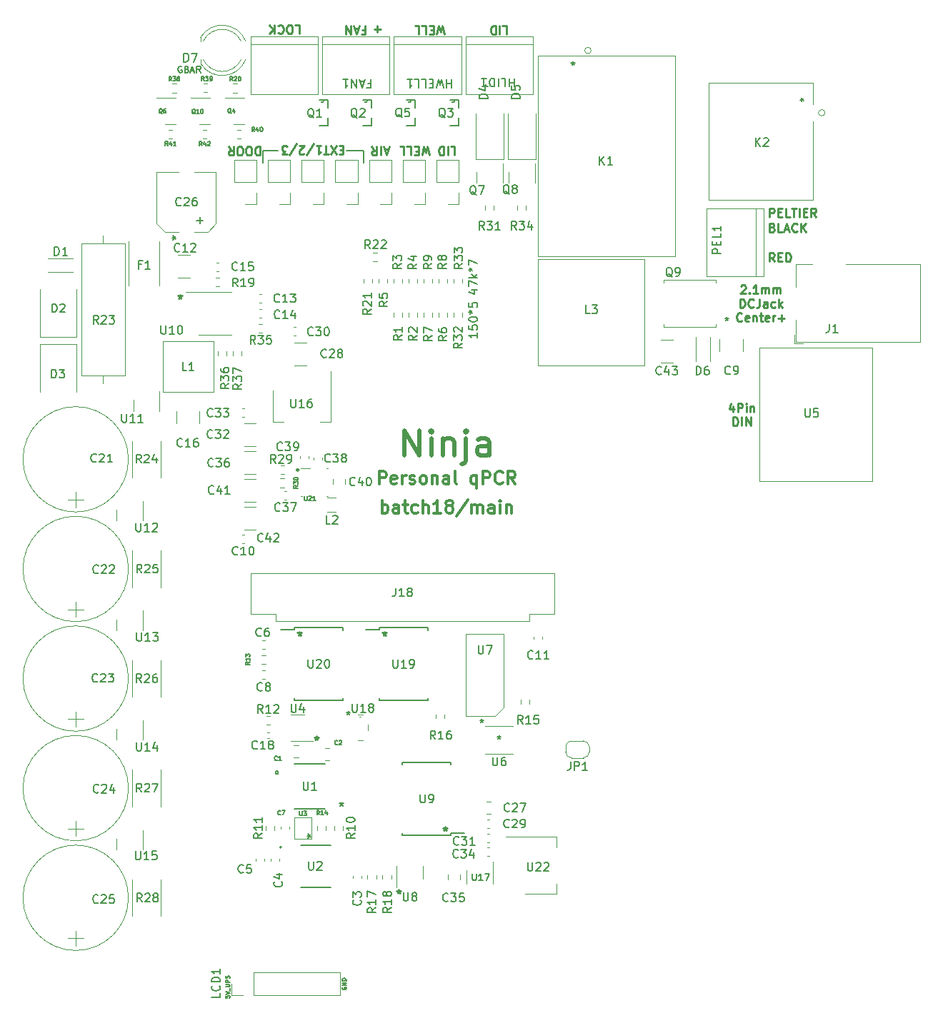
<source format=gto>
G04 #@! TF.GenerationSoftware,KiCad,Pcbnew,(6.0.1-0)*
G04 #@! TF.CreationDate,2022-02-25T06:21:48+09:00*
G04 #@! TF.ProjectId,qPCR-main,71504352-2d6d-4616-996e-2e6b69636164,rev?*
G04 #@! TF.SameCoordinates,Original*
G04 #@! TF.FileFunction,Legend,Top*
G04 #@! TF.FilePolarity,Positive*
%FSLAX46Y46*%
G04 Gerber Fmt 4.6, Leading zero omitted, Abs format (unit mm)*
G04 Created by KiCad (PCBNEW (6.0.1-0)) date 2022-02-25 06:21:48*
%MOMM*%
%LPD*%
G01*
G04 APERTURE LIST*
%ADD10C,0.150000*%
%ADD11C,0.300000*%
%ADD12C,0.127000*%
%ADD13C,0.254000*%
%ADD14C,0.190500*%
%ADD15C,0.500000*%
%ADD16C,0.120000*%
%ADD17C,0.152400*%
%ADD18C,0.200000*%
G04 APERTURE END LIST*
D10*
X133152380Y-70823809D02*
X133152380Y-71395238D01*
X133152380Y-71109523D02*
X132152380Y-71109523D01*
X132295238Y-71204761D01*
X132390476Y-71300000D01*
X132438095Y-71395238D01*
X132152380Y-69919047D02*
X132152380Y-70395238D01*
X132628571Y-70442857D01*
X132580952Y-70395238D01*
X132533333Y-70300000D01*
X132533333Y-70061904D01*
X132580952Y-69966666D01*
X132628571Y-69919047D01*
X132723809Y-69871428D01*
X132961904Y-69871428D01*
X133057142Y-69919047D01*
X133104761Y-69966666D01*
X133152380Y-70061904D01*
X133152380Y-70300000D01*
X133104761Y-70395238D01*
X133057142Y-70442857D01*
X132152380Y-69252380D02*
X132152380Y-69157142D01*
X132200000Y-69061904D01*
X132247619Y-69014285D01*
X132342857Y-68966666D01*
X132533333Y-68919047D01*
X132771428Y-68919047D01*
X132961904Y-68966666D01*
X133057142Y-69014285D01*
X133104761Y-69061904D01*
X133152380Y-69157142D01*
X133152380Y-69252380D01*
X133104761Y-69347619D01*
X133057142Y-69395238D01*
X132961904Y-69442857D01*
X132771428Y-69490476D01*
X132533333Y-69490476D01*
X132342857Y-69442857D01*
X132247619Y-69395238D01*
X132200000Y-69347619D01*
X132152380Y-69252380D01*
X132152380Y-68347619D02*
X132390476Y-68347619D01*
X132295238Y-68585714D02*
X132390476Y-68347619D01*
X132295238Y-68109523D01*
X132580952Y-68490476D02*
X132390476Y-68347619D01*
X132580952Y-68204761D01*
X132152380Y-67252380D02*
X132152380Y-67728571D01*
X132628571Y-67776190D01*
X132580952Y-67728571D01*
X132533333Y-67633333D01*
X132533333Y-67395238D01*
X132580952Y-67300000D01*
X132628571Y-67252380D01*
X132723809Y-67204761D01*
X132961904Y-67204761D01*
X133057142Y-67252380D01*
X133104761Y-67300000D01*
X133152380Y-67395238D01*
X133152380Y-67633333D01*
X133104761Y-67728571D01*
X133057142Y-67776190D01*
X132485714Y-65747619D02*
X133152380Y-65747619D01*
X132104761Y-65985714D02*
X132819047Y-66223809D01*
X132819047Y-65604761D01*
X132152380Y-65319047D02*
X132152380Y-64652380D01*
X133152380Y-65080952D01*
X133152380Y-64271428D02*
X132152380Y-64271428D01*
X132771428Y-64176190D02*
X133152380Y-63890476D01*
X132485714Y-63890476D02*
X132866666Y-64271428D01*
X132152380Y-63319047D02*
X132390476Y-63319047D01*
X132295238Y-63557142D02*
X132390476Y-63319047D01*
X132295238Y-63080952D01*
X132580952Y-63461904D02*
X132390476Y-63319047D01*
X132580952Y-63176190D01*
X132152380Y-62795238D02*
X132152380Y-62128571D01*
X133152380Y-62557142D01*
X117630000Y-49190000D02*
X119630000Y-49190000D01*
X119630012Y-49189996D02*
X119630012Y-50689993D01*
X109530007Y-49189996D02*
X107730011Y-49189996D01*
X107730011Y-49189996D02*
X107730011Y-50689993D01*
D11*
X121851428Y-92178571D02*
X121851428Y-90678571D01*
X121851428Y-91250000D02*
X121994285Y-91178571D01*
X122280000Y-91178571D01*
X122422857Y-91250000D01*
X122494285Y-91321428D01*
X122565714Y-91464285D01*
X122565714Y-91892857D01*
X122494285Y-92035714D01*
X122422857Y-92107142D01*
X122280000Y-92178571D01*
X121994285Y-92178571D01*
X121851428Y-92107142D01*
X123851428Y-92178571D02*
X123851428Y-91392857D01*
X123780000Y-91250000D01*
X123637142Y-91178571D01*
X123351428Y-91178571D01*
X123208571Y-91250000D01*
X123851428Y-92107142D02*
X123708571Y-92178571D01*
X123351428Y-92178571D01*
X123208571Y-92107142D01*
X123137142Y-91964285D01*
X123137142Y-91821428D01*
X123208571Y-91678571D01*
X123351428Y-91607142D01*
X123708571Y-91607142D01*
X123851428Y-91535714D01*
X124351428Y-91178571D02*
X124922857Y-91178571D01*
X124565714Y-90678571D02*
X124565714Y-91964285D01*
X124637142Y-92107142D01*
X124780000Y-92178571D01*
X124922857Y-92178571D01*
X126065714Y-92107142D02*
X125922857Y-92178571D01*
X125637142Y-92178571D01*
X125494285Y-92107142D01*
X125422857Y-92035714D01*
X125351428Y-91892857D01*
X125351428Y-91464285D01*
X125422857Y-91321428D01*
X125494285Y-91250000D01*
X125637142Y-91178571D01*
X125922857Y-91178571D01*
X126065714Y-91250000D01*
X126708571Y-92178571D02*
X126708571Y-90678571D01*
X127351428Y-92178571D02*
X127351428Y-91392857D01*
X127280000Y-91250000D01*
X127137142Y-91178571D01*
X126922857Y-91178571D01*
X126780000Y-91250000D01*
X126708571Y-91321428D01*
X128851428Y-92178571D02*
X127994285Y-92178571D01*
X128422857Y-92178571D02*
X128422857Y-90678571D01*
X128280000Y-90892857D01*
X128137142Y-91035714D01*
X127994285Y-91107142D01*
X129708571Y-91321428D02*
X129565714Y-91250000D01*
X129494285Y-91178571D01*
X129422857Y-91035714D01*
X129422857Y-90964285D01*
X129494285Y-90821428D01*
X129565714Y-90750000D01*
X129708571Y-90678571D01*
X129994285Y-90678571D01*
X130137142Y-90750000D01*
X130208571Y-90821428D01*
X130280000Y-90964285D01*
X130280000Y-91035714D01*
X130208571Y-91178571D01*
X130137142Y-91250000D01*
X129994285Y-91321428D01*
X129708571Y-91321428D01*
X129565714Y-91392857D01*
X129494285Y-91464285D01*
X129422857Y-91607142D01*
X129422857Y-91892857D01*
X129494285Y-92035714D01*
X129565714Y-92107142D01*
X129708571Y-92178571D01*
X129994285Y-92178571D01*
X130137142Y-92107142D01*
X130208571Y-92035714D01*
X130280000Y-91892857D01*
X130280000Y-91607142D01*
X130208571Y-91464285D01*
X130137142Y-91392857D01*
X129994285Y-91321428D01*
X131994285Y-90607142D02*
X130708571Y-92535714D01*
X132494285Y-92178571D02*
X132494285Y-91178571D01*
X132494285Y-91321428D02*
X132565714Y-91250000D01*
X132708571Y-91178571D01*
X132922857Y-91178571D01*
X133065714Y-91250000D01*
X133137142Y-91392857D01*
X133137142Y-92178571D01*
X133137142Y-91392857D02*
X133208571Y-91250000D01*
X133351428Y-91178571D01*
X133565714Y-91178571D01*
X133708571Y-91250000D01*
X133780000Y-91392857D01*
X133780000Y-92178571D01*
X135137142Y-92178571D02*
X135137142Y-91392857D01*
X135065714Y-91250000D01*
X134922857Y-91178571D01*
X134637142Y-91178571D01*
X134494285Y-91250000D01*
X135137142Y-92107142D02*
X134994285Y-92178571D01*
X134637142Y-92178571D01*
X134494285Y-92107142D01*
X134422857Y-91964285D01*
X134422857Y-91821428D01*
X134494285Y-91678571D01*
X134637142Y-91607142D01*
X134994285Y-91607142D01*
X135137142Y-91535714D01*
X135851428Y-92178571D02*
X135851428Y-91178571D01*
X135851428Y-90678571D02*
X135780000Y-90750000D01*
X135851428Y-90821428D01*
X135922857Y-90750000D01*
X135851428Y-90678571D01*
X135851428Y-90821428D01*
X136565714Y-91178571D02*
X136565714Y-92178571D01*
X136565714Y-91321428D02*
X136637142Y-91250000D01*
X136780000Y-91178571D01*
X136994285Y-91178571D01*
X137137142Y-91250000D01*
X137208571Y-91392857D01*
X137208571Y-92178571D01*
D12*
X112007285Y-87060000D02*
X111825857Y-87060000D01*
X111898428Y-86878571D02*
X111825857Y-87060000D01*
X111898428Y-87241428D01*
X111680714Y-86951142D02*
X111825857Y-87060000D01*
X111680714Y-87168857D01*
X103291809Y-149452285D02*
X103291809Y-149694190D01*
X103533714Y-149718380D01*
X103509523Y-149694190D01*
X103485333Y-149645809D01*
X103485333Y-149524857D01*
X103509523Y-149476476D01*
X103533714Y-149452285D01*
X103582095Y-149428095D01*
X103703047Y-149428095D01*
X103751428Y-149452285D01*
X103775619Y-149476476D01*
X103799809Y-149524857D01*
X103799809Y-149645809D01*
X103775619Y-149694190D01*
X103751428Y-149718380D01*
X103291809Y-149282952D02*
X103799809Y-149113619D01*
X103291809Y-148944285D01*
X103848190Y-148895904D02*
X103848190Y-148508857D01*
X103291809Y-148387904D02*
X103703047Y-148387904D01*
X103751428Y-148363714D01*
X103775619Y-148339523D01*
X103799809Y-148291142D01*
X103799809Y-148194380D01*
X103775619Y-148146000D01*
X103751428Y-148121809D01*
X103703047Y-148097619D01*
X103291809Y-148097619D01*
X103799809Y-147855714D02*
X103291809Y-147855714D01*
X103291809Y-147662190D01*
X103316000Y-147613809D01*
X103340190Y-147589619D01*
X103388571Y-147565428D01*
X103461142Y-147565428D01*
X103509523Y-147589619D01*
X103533714Y-147613809D01*
X103557904Y-147662190D01*
X103557904Y-147855714D01*
X103775619Y-147371904D02*
X103799809Y-147299333D01*
X103799809Y-147178380D01*
X103775619Y-147130000D01*
X103751428Y-147105809D01*
X103703047Y-147081619D01*
X103654666Y-147081619D01*
X103606285Y-147105809D01*
X103582095Y-147130000D01*
X103557904Y-147178380D01*
X103533714Y-147275142D01*
X103509523Y-147323523D01*
X103485333Y-147347714D01*
X103436952Y-147371904D01*
X103388571Y-147371904D01*
X103340190Y-147347714D01*
X103316000Y-147323523D01*
X103291809Y-147275142D01*
X103291809Y-147154190D01*
X103316000Y-147081619D01*
D13*
X136135428Y-34410380D02*
X136619238Y-34410380D01*
X136619238Y-35426380D01*
X135796761Y-34410380D02*
X135796761Y-35426380D01*
X135312952Y-34410380D02*
X135312952Y-35426380D01*
X135071047Y-35426380D01*
X134925904Y-35378000D01*
X134829142Y-35281238D01*
X134780761Y-35184476D01*
X134732380Y-34990952D01*
X134732380Y-34845809D01*
X134780761Y-34652285D01*
X134829142Y-34555523D01*
X134925904Y-34458761D01*
X135071047Y-34410380D01*
X135312952Y-34410380D01*
X129217523Y-35426380D02*
X128975619Y-34410380D01*
X128782095Y-35136095D01*
X128588571Y-34410380D01*
X128346666Y-35426380D01*
X127959619Y-34942571D02*
X127620952Y-34942571D01*
X127475809Y-34410380D02*
X127959619Y-34410380D01*
X127959619Y-35426380D01*
X127475809Y-35426380D01*
X126556571Y-34410380D02*
X127040380Y-34410380D01*
X127040380Y-35426380D01*
X125734095Y-34410380D02*
X126217904Y-34410380D01*
X126217904Y-35426380D01*
X119522476Y-34942571D02*
X119861142Y-34942571D01*
X119861142Y-34410380D02*
X119861142Y-35426380D01*
X119377333Y-35426380D01*
X119038666Y-34700666D02*
X118554857Y-34700666D01*
X119135428Y-34410380D02*
X118796761Y-35426380D01*
X118458095Y-34410380D01*
X118119428Y-34410380D02*
X118119428Y-35426380D01*
X117538857Y-34410380D01*
X117538857Y-35426380D01*
X111533714Y-34310380D02*
X112017523Y-34310380D01*
X112017523Y-35326380D01*
X111001523Y-35326380D02*
X110808000Y-35326380D01*
X110711238Y-35278000D01*
X110614476Y-35181238D01*
X110566095Y-34987714D01*
X110566095Y-34649047D01*
X110614476Y-34455523D01*
X110711238Y-34358761D01*
X110808000Y-34310380D01*
X111001523Y-34310380D01*
X111098285Y-34358761D01*
X111195047Y-34455523D01*
X111243428Y-34649047D01*
X111243428Y-34987714D01*
X111195047Y-35181238D01*
X111098285Y-35278000D01*
X111001523Y-35326380D01*
X109550095Y-34407142D02*
X109598476Y-34358761D01*
X109743619Y-34310380D01*
X109840380Y-34310380D01*
X109985523Y-34358761D01*
X110082285Y-34455523D01*
X110130666Y-34552285D01*
X110179047Y-34745809D01*
X110179047Y-34890952D01*
X110130666Y-35084476D01*
X110082285Y-35181238D01*
X109985523Y-35278000D01*
X109840380Y-35326380D01*
X109743619Y-35326380D01*
X109598476Y-35278000D01*
X109550095Y-35229619D01*
X109114666Y-34310380D02*
X109114666Y-35326380D01*
X108534095Y-34310380D02*
X108969523Y-34890952D01*
X108534095Y-35326380D02*
X109114666Y-34745809D01*
X117234380Y-49162571D02*
X116895714Y-49162571D01*
X116750571Y-48630380D02*
X117234380Y-48630380D01*
X117234380Y-49646380D01*
X116750571Y-49646380D01*
X116411904Y-49646380D02*
X115734571Y-48630380D01*
X115734571Y-49646380D02*
X116411904Y-48630380D01*
X115492666Y-49646380D02*
X114912095Y-49646380D01*
X115202380Y-48630380D02*
X115202380Y-49646380D01*
X114041238Y-48630380D02*
X114621809Y-48630380D01*
X114331523Y-48630380D02*
X114331523Y-49646380D01*
X114428285Y-49501238D01*
X114525047Y-49404476D01*
X114621809Y-49356095D01*
X112880095Y-49694761D02*
X113750952Y-48388476D01*
X112589809Y-49549619D02*
X112541428Y-49598000D01*
X112444666Y-49646380D01*
X112202761Y-49646380D01*
X112106000Y-49598000D01*
X112057619Y-49549619D01*
X112009238Y-49452857D01*
X112009238Y-49356095D01*
X112057619Y-49210952D01*
X112638190Y-48630380D01*
X112009238Y-48630380D01*
X110848095Y-49694761D02*
X111718952Y-48388476D01*
X110606190Y-49646380D02*
X109977238Y-49646380D01*
X110315904Y-49259333D01*
X110170761Y-49259333D01*
X110074000Y-49210952D01*
X110025619Y-49162571D01*
X109977238Y-49065809D01*
X109977238Y-48823904D01*
X110025619Y-48727142D01*
X110074000Y-48678761D01*
X110170761Y-48630380D01*
X110461047Y-48630380D01*
X110557809Y-48678761D01*
X110606190Y-48727142D01*
X107368476Y-48730380D02*
X107368476Y-49746380D01*
X107126571Y-49746380D01*
X106981428Y-49698000D01*
X106884666Y-49601238D01*
X106836285Y-49504476D01*
X106787904Y-49310952D01*
X106787904Y-49165809D01*
X106836285Y-48972285D01*
X106884666Y-48875523D01*
X106981428Y-48778761D01*
X107126571Y-48730380D01*
X107368476Y-48730380D01*
X106158952Y-49746380D02*
X105965428Y-49746380D01*
X105868666Y-49698000D01*
X105771904Y-49601238D01*
X105723523Y-49407714D01*
X105723523Y-49069047D01*
X105771904Y-48875523D01*
X105868666Y-48778761D01*
X105965428Y-48730380D01*
X106158952Y-48730380D01*
X106255714Y-48778761D01*
X106352476Y-48875523D01*
X106400857Y-49069047D01*
X106400857Y-49407714D01*
X106352476Y-49601238D01*
X106255714Y-49698000D01*
X106158952Y-49746380D01*
X105094571Y-49746380D02*
X104901047Y-49746380D01*
X104804285Y-49698000D01*
X104707523Y-49601238D01*
X104659142Y-49407714D01*
X104659142Y-49069047D01*
X104707523Y-48875523D01*
X104804285Y-48778761D01*
X104901047Y-48730380D01*
X105094571Y-48730380D01*
X105191333Y-48778761D01*
X105288095Y-48875523D01*
X105336476Y-49069047D01*
X105336476Y-49407714D01*
X105288095Y-49601238D01*
X105191333Y-49698000D01*
X105094571Y-49746380D01*
X103643142Y-48730380D02*
X103981809Y-49214190D01*
X104223714Y-48730380D02*
X104223714Y-49746380D01*
X103836666Y-49746380D01*
X103739904Y-49698000D01*
X103691523Y-49649619D01*
X103643142Y-49552857D01*
X103643142Y-49407714D01*
X103691523Y-49310952D01*
X103739904Y-49262571D01*
X103836666Y-49214190D01*
X104223714Y-49214190D01*
X122621809Y-49020666D02*
X122138000Y-49020666D01*
X122718571Y-48730380D02*
X122379904Y-49746380D01*
X122041238Y-48730380D01*
X121702571Y-48730380D02*
X121702571Y-49746380D01*
X120638190Y-48730380D02*
X120976857Y-49214190D01*
X121218761Y-48730380D02*
X121218761Y-49746380D01*
X120831714Y-49746380D01*
X120734952Y-49698000D01*
X120686571Y-49649619D01*
X120638190Y-49552857D01*
X120638190Y-49407714D01*
X120686571Y-49310952D01*
X120734952Y-49262571D01*
X120831714Y-49214190D01*
X121218761Y-49214190D01*
X127447523Y-49746380D02*
X127205619Y-48730380D01*
X127012095Y-49456095D01*
X126818571Y-48730380D01*
X126576666Y-49746380D01*
X126189619Y-49262571D02*
X125850952Y-49262571D01*
X125705809Y-48730380D02*
X126189619Y-48730380D01*
X126189619Y-49746380D01*
X125705809Y-49746380D01*
X124786571Y-48730380D02*
X125270380Y-48730380D01*
X125270380Y-49746380D01*
X123964095Y-48730380D02*
X124447904Y-48730380D01*
X124447904Y-49746380D01*
X129965428Y-48730380D02*
X130449238Y-48730380D01*
X130449238Y-49746380D01*
X129626761Y-48730380D02*
X129626761Y-49746380D01*
X129142952Y-48730380D02*
X129142952Y-49746380D01*
X128901047Y-49746380D01*
X128755904Y-49698000D01*
X128659142Y-49601238D01*
X128610761Y-49504476D01*
X128562380Y-49310952D01*
X128562380Y-49165809D01*
X128610761Y-48972285D01*
X128659142Y-48875523D01*
X128755904Y-48778761D01*
X128901047Y-48730380D01*
X129142952Y-48730380D01*
D12*
X117126000Y-148437047D02*
X117101809Y-148485428D01*
X117101809Y-148558000D01*
X117126000Y-148630571D01*
X117174380Y-148678952D01*
X117222761Y-148703142D01*
X117319523Y-148727333D01*
X117392095Y-148727333D01*
X117488857Y-148703142D01*
X117537238Y-148678952D01*
X117585619Y-148630571D01*
X117609809Y-148558000D01*
X117609809Y-148509619D01*
X117585619Y-148437047D01*
X117561428Y-148412857D01*
X117392095Y-148412857D01*
X117392095Y-148509619D01*
X117609809Y-148195142D02*
X117101809Y-148195142D01*
X117609809Y-147904857D01*
X117101809Y-147904857D01*
X117609809Y-147662952D02*
X117101809Y-147662952D01*
X117101809Y-147542000D01*
X117126000Y-147469428D01*
X117174380Y-147421047D01*
X117222761Y-147396857D01*
X117319523Y-147372666D01*
X117392095Y-147372666D01*
X117488857Y-147396857D01*
X117537238Y-147421047D01*
X117585619Y-147469428D01*
X117609809Y-147542000D01*
X117609809Y-147662952D01*
D13*
X122150000Y-106253619D02*
X122150000Y-106495523D01*
X121908095Y-106398761D02*
X122150000Y-106495523D01*
X122391904Y-106398761D01*
X122004857Y-106689047D02*
X122150000Y-106495523D01*
X122295142Y-106689047D01*
D14*
X98111000Y-39219000D02*
X98038428Y-39182714D01*
X97929571Y-39182714D01*
X97820714Y-39219000D01*
X97748142Y-39291571D01*
X97711857Y-39364142D01*
X97675571Y-39509285D01*
X97675571Y-39618142D01*
X97711857Y-39763285D01*
X97748142Y-39835857D01*
X97820714Y-39908428D01*
X97929571Y-39944714D01*
X98002142Y-39944714D01*
X98111000Y-39908428D01*
X98147285Y-39872142D01*
X98147285Y-39618142D01*
X98002142Y-39618142D01*
X98727857Y-39545571D02*
X98836714Y-39581857D01*
X98873000Y-39618142D01*
X98909285Y-39690714D01*
X98909285Y-39799571D01*
X98873000Y-39872142D01*
X98836714Y-39908428D01*
X98764142Y-39944714D01*
X98473857Y-39944714D01*
X98473857Y-39182714D01*
X98727857Y-39182714D01*
X98800428Y-39219000D01*
X98836714Y-39255285D01*
X98873000Y-39327857D01*
X98873000Y-39400428D01*
X98836714Y-39473000D01*
X98800428Y-39509285D01*
X98727857Y-39545571D01*
X98473857Y-39545571D01*
X99199571Y-39727000D02*
X99562428Y-39727000D01*
X99127000Y-39944714D02*
X99381000Y-39182714D01*
X99635000Y-39944714D01*
X100324428Y-39944714D02*
X100070428Y-39581857D01*
X99889000Y-39944714D02*
X99889000Y-39182714D01*
X100179285Y-39182714D01*
X100251857Y-39219000D01*
X100288142Y-39255285D01*
X100324428Y-39327857D01*
X100324428Y-39436714D01*
X100288142Y-39509285D01*
X100251857Y-39545571D01*
X100179285Y-39581857D01*
X99889000Y-39581857D01*
D13*
X129330000Y-129413619D02*
X129330000Y-129655523D01*
X129088095Y-129558761D02*
X129330000Y-129655523D01*
X129571904Y-129558761D01*
X129184857Y-129849047D02*
X129330000Y-129655523D01*
X129475142Y-129849047D01*
D11*
X121494285Y-88738571D02*
X121494285Y-87238571D01*
X122065714Y-87238571D01*
X122208571Y-87310000D01*
X122280000Y-87381428D01*
X122351428Y-87524285D01*
X122351428Y-87738571D01*
X122280000Y-87881428D01*
X122208571Y-87952857D01*
X122065714Y-88024285D01*
X121494285Y-88024285D01*
X123565714Y-88667142D02*
X123422857Y-88738571D01*
X123137142Y-88738571D01*
X122994285Y-88667142D01*
X122922857Y-88524285D01*
X122922857Y-87952857D01*
X122994285Y-87810000D01*
X123137142Y-87738571D01*
X123422857Y-87738571D01*
X123565714Y-87810000D01*
X123637142Y-87952857D01*
X123637142Y-88095714D01*
X122922857Y-88238571D01*
X124280000Y-88738571D02*
X124280000Y-87738571D01*
X124280000Y-88024285D02*
X124351428Y-87881428D01*
X124422857Y-87810000D01*
X124565714Y-87738571D01*
X124708571Y-87738571D01*
X125137142Y-88667142D02*
X125280000Y-88738571D01*
X125565714Y-88738571D01*
X125708571Y-88667142D01*
X125780000Y-88524285D01*
X125780000Y-88452857D01*
X125708571Y-88310000D01*
X125565714Y-88238571D01*
X125351428Y-88238571D01*
X125208571Y-88167142D01*
X125137142Y-88024285D01*
X125137142Y-87952857D01*
X125208571Y-87810000D01*
X125351428Y-87738571D01*
X125565714Y-87738571D01*
X125708571Y-87810000D01*
X126637142Y-88738571D02*
X126494285Y-88667142D01*
X126422857Y-88595714D01*
X126351428Y-88452857D01*
X126351428Y-88024285D01*
X126422857Y-87881428D01*
X126494285Y-87810000D01*
X126637142Y-87738571D01*
X126851428Y-87738571D01*
X126994285Y-87810000D01*
X127065714Y-87881428D01*
X127137142Y-88024285D01*
X127137142Y-88452857D01*
X127065714Y-88595714D01*
X126994285Y-88667142D01*
X126851428Y-88738571D01*
X126637142Y-88738571D01*
X127780000Y-87738571D02*
X127780000Y-88738571D01*
X127780000Y-87881428D02*
X127851428Y-87810000D01*
X127994285Y-87738571D01*
X128208571Y-87738571D01*
X128351428Y-87810000D01*
X128422857Y-87952857D01*
X128422857Y-88738571D01*
X129780000Y-88738571D02*
X129780000Y-87952857D01*
X129708571Y-87810000D01*
X129565714Y-87738571D01*
X129280000Y-87738571D01*
X129137142Y-87810000D01*
X129780000Y-88667142D02*
X129637142Y-88738571D01*
X129280000Y-88738571D01*
X129137142Y-88667142D01*
X129065714Y-88524285D01*
X129065714Y-88381428D01*
X129137142Y-88238571D01*
X129280000Y-88167142D01*
X129637142Y-88167142D01*
X129780000Y-88095714D01*
X130708571Y-88738571D02*
X130565714Y-88667142D01*
X130494285Y-88524285D01*
X130494285Y-87238571D01*
X133065714Y-87738571D02*
X133065714Y-89238571D01*
X133065714Y-88667142D02*
X132922857Y-88738571D01*
X132637142Y-88738571D01*
X132494285Y-88667142D01*
X132422857Y-88595714D01*
X132351428Y-88452857D01*
X132351428Y-88024285D01*
X132422857Y-87881428D01*
X132494285Y-87810000D01*
X132637142Y-87738571D01*
X132922857Y-87738571D01*
X133065714Y-87810000D01*
X133780000Y-88738571D02*
X133780000Y-87238571D01*
X134351428Y-87238571D01*
X134494285Y-87310000D01*
X134565714Y-87381428D01*
X134637142Y-87524285D01*
X134637142Y-87738571D01*
X134565714Y-87881428D01*
X134494285Y-87952857D01*
X134351428Y-88024285D01*
X133780000Y-88024285D01*
X136137142Y-88595714D02*
X136065714Y-88667142D01*
X135851428Y-88738571D01*
X135708571Y-88738571D01*
X135494285Y-88667142D01*
X135351428Y-88524285D01*
X135280000Y-88381428D01*
X135208571Y-88095714D01*
X135208571Y-87881428D01*
X135280000Y-87595714D01*
X135351428Y-87452857D01*
X135494285Y-87310000D01*
X135708571Y-87238571D01*
X135851428Y-87238571D01*
X136065714Y-87310000D01*
X136137142Y-87381428D01*
X137637142Y-88738571D02*
X137137142Y-88024285D01*
X136780000Y-88738571D02*
X136780000Y-87238571D01*
X137351428Y-87238571D01*
X137494285Y-87310000D01*
X137565714Y-87381428D01*
X137637142Y-87524285D01*
X137637142Y-87738571D01*
X137565714Y-87881428D01*
X137494285Y-87952857D01*
X137351428Y-88024285D01*
X136780000Y-88024285D01*
D15*
X124530000Y-85367142D02*
X124530000Y-82367142D01*
X126244285Y-85367142D01*
X126244285Y-82367142D01*
X127672857Y-85367142D02*
X127672857Y-83367142D01*
X127672857Y-82367142D02*
X127530000Y-82510000D01*
X127672857Y-82652857D01*
X127815714Y-82510000D01*
X127672857Y-82367142D01*
X127672857Y-82652857D01*
X129101428Y-83367142D02*
X129101428Y-85367142D01*
X129101428Y-83652857D02*
X129244285Y-83510000D01*
X129530000Y-83367142D01*
X129958571Y-83367142D01*
X130244285Y-83510000D01*
X130387142Y-83795714D01*
X130387142Y-85367142D01*
X131815714Y-83367142D02*
X131815714Y-85938571D01*
X131672857Y-86224285D01*
X131387142Y-86367142D01*
X131244285Y-86367142D01*
X131815714Y-82367142D02*
X131672857Y-82510000D01*
X131815714Y-82652857D01*
X131958571Y-82510000D01*
X131815714Y-82367142D01*
X131815714Y-82652857D01*
X134530000Y-85367142D02*
X134530000Y-83795714D01*
X134387142Y-83510000D01*
X134101428Y-83367142D01*
X133530000Y-83367142D01*
X133244285Y-83510000D01*
X134530000Y-85224285D02*
X134244285Y-85367142D01*
X133530000Y-85367142D01*
X133244285Y-85224285D01*
X133101428Y-84938571D01*
X133101428Y-84652857D01*
X133244285Y-84367142D01*
X133530000Y-84224285D01*
X134244285Y-84224285D01*
X134530000Y-84081428D01*
D13*
X164369335Y-65264633D02*
X164417716Y-65216253D01*
X164514478Y-65167872D01*
X164756382Y-65167872D01*
X164853144Y-65216253D01*
X164901525Y-65264633D01*
X164949906Y-65361395D01*
X164949906Y-65458157D01*
X164901525Y-65603300D01*
X164320954Y-66183872D01*
X164949906Y-66183872D01*
X165385335Y-66087110D02*
X165433716Y-66135491D01*
X165385335Y-66183872D01*
X165336954Y-66135491D01*
X165385335Y-66087110D01*
X165385335Y-66183872D01*
X166401335Y-66183872D02*
X165820763Y-66183872D01*
X166111049Y-66183872D02*
X166111049Y-65167872D01*
X166014287Y-65313014D01*
X165917525Y-65409776D01*
X165820763Y-65458157D01*
X166836763Y-66183872D02*
X166836763Y-65506538D01*
X166836763Y-65603300D02*
X166885144Y-65554919D01*
X166981906Y-65506538D01*
X167127049Y-65506538D01*
X167223811Y-65554919D01*
X167272192Y-65651681D01*
X167272192Y-66183872D01*
X167272192Y-65651681D02*
X167320573Y-65554919D01*
X167417335Y-65506538D01*
X167562478Y-65506538D01*
X167659240Y-65554919D01*
X167707621Y-65651681D01*
X167707621Y-66183872D01*
X168191430Y-66183872D02*
X168191430Y-65506538D01*
X168191430Y-65603300D02*
X168239811Y-65554919D01*
X168336573Y-65506538D01*
X168481716Y-65506538D01*
X168578478Y-65554919D01*
X168626859Y-65651681D01*
X168626859Y-66183872D01*
X168626859Y-65651681D02*
X168675240Y-65554919D01*
X168772002Y-65506538D01*
X168917144Y-65506538D01*
X169013906Y-65554919D01*
X169062287Y-65651681D01*
X169062287Y-66183872D01*
X164272573Y-67819632D02*
X164272573Y-66803632D01*
X164514478Y-66803632D01*
X164659621Y-66852013D01*
X164756382Y-66948774D01*
X164804763Y-67045536D01*
X164853144Y-67239060D01*
X164853144Y-67384203D01*
X164804763Y-67577727D01*
X164756382Y-67674489D01*
X164659621Y-67771251D01*
X164514478Y-67819632D01*
X164272573Y-67819632D01*
X165869144Y-67722870D02*
X165820763Y-67771251D01*
X165675621Y-67819632D01*
X165578859Y-67819632D01*
X165433716Y-67771251D01*
X165336954Y-67674489D01*
X165288573Y-67577727D01*
X165240192Y-67384203D01*
X165240192Y-67239060D01*
X165288573Y-67045536D01*
X165336954Y-66948774D01*
X165433716Y-66852013D01*
X165578859Y-66803632D01*
X165675621Y-66803632D01*
X165820763Y-66852013D01*
X165869144Y-66900393D01*
X166594859Y-66803632D02*
X166594859Y-67529346D01*
X166546478Y-67674489D01*
X166449716Y-67771251D01*
X166304573Y-67819632D01*
X166207811Y-67819632D01*
X167514097Y-67819632D02*
X167514097Y-67287441D01*
X167465716Y-67190679D01*
X167368954Y-67142298D01*
X167175430Y-67142298D01*
X167078668Y-67190679D01*
X167514097Y-67771251D02*
X167417335Y-67819632D01*
X167175430Y-67819632D01*
X167078668Y-67771251D01*
X167030287Y-67674489D01*
X167030287Y-67577727D01*
X167078668Y-67480965D01*
X167175430Y-67432584D01*
X167417335Y-67432584D01*
X167514097Y-67384203D01*
X168433335Y-67771251D02*
X168336573Y-67819632D01*
X168143049Y-67819632D01*
X168046287Y-67771251D01*
X167997906Y-67722870D01*
X167949525Y-67626108D01*
X167949525Y-67335822D01*
X167997906Y-67239060D01*
X168046287Y-67190679D01*
X168143049Y-67142298D01*
X168336573Y-67142298D01*
X168433335Y-67190679D01*
X168868763Y-67819632D02*
X168868763Y-66803632D01*
X168965525Y-67432584D02*
X169255811Y-67819632D01*
X169255811Y-67142298D02*
X168868763Y-67529346D01*
X164490287Y-69358630D02*
X164441906Y-69407011D01*
X164296763Y-69455392D01*
X164200002Y-69455392D01*
X164054859Y-69407011D01*
X163958097Y-69310249D01*
X163909716Y-69213487D01*
X163861335Y-69019963D01*
X163861335Y-68874820D01*
X163909716Y-68681296D01*
X163958097Y-68584534D01*
X164054859Y-68487773D01*
X164200002Y-68439392D01*
X164296763Y-68439392D01*
X164441906Y-68487773D01*
X164490287Y-68536153D01*
X165312763Y-69407011D02*
X165216002Y-69455392D01*
X165022478Y-69455392D01*
X164925716Y-69407011D01*
X164877335Y-69310249D01*
X164877335Y-68923201D01*
X164925716Y-68826439D01*
X165022478Y-68778058D01*
X165216002Y-68778058D01*
X165312763Y-68826439D01*
X165361144Y-68923201D01*
X165361144Y-69019963D01*
X164877335Y-69116725D01*
X165796573Y-68778058D02*
X165796573Y-69455392D01*
X165796573Y-68874820D02*
X165844954Y-68826439D01*
X165941716Y-68778058D01*
X166086859Y-68778058D01*
X166183621Y-68826439D01*
X166232002Y-68923201D01*
X166232002Y-69455392D01*
X166570668Y-68778058D02*
X166957716Y-68778058D01*
X166715811Y-68439392D02*
X166715811Y-69310249D01*
X166764192Y-69407011D01*
X166860954Y-69455392D01*
X166957716Y-69455392D01*
X167683430Y-69407011D02*
X167586668Y-69455392D01*
X167393144Y-69455392D01*
X167296382Y-69407011D01*
X167248002Y-69310249D01*
X167248002Y-68923201D01*
X167296382Y-68826439D01*
X167393144Y-68778058D01*
X167586668Y-68778058D01*
X167683430Y-68826439D01*
X167731811Y-68923201D01*
X167731811Y-69019963D01*
X167248002Y-69116725D01*
X168167240Y-69455392D02*
X168167240Y-68778058D01*
X168167240Y-68971582D02*
X168215621Y-68874820D01*
X168264002Y-68826439D01*
X168360763Y-68778058D01*
X168457525Y-68778058D01*
X168796192Y-69068344D02*
X169570287Y-69068344D01*
X169183240Y-69455392D02*
X169183240Y-68681296D01*
X123840000Y-136823619D02*
X123840000Y-137065523D01*
X123598095Y-136968761D02*
X123840000Y-137065523D01*
X124081904Y-136968761D01*
X123694857Y-137259047D02*
X123840000Y-137065523D01*
X123985142Y-137259047D01*
X121687058Y-34797437D02*
X120912963Y-34797437D01*
X121300011Y-34410389D02*
X121300011Y-35184485D01*
X112070000Y-106233619D02*
X112070000Y-106475523D01*
X111828095Y-106378761D02*
X112070000Y-106475523D01*
X112311904Y-106378761D01*
X111924857Y-106669047D02*
X112070000Y-106475523D01*
X112215142Y-106669047D01*
X168346857Y-62359619D02*
X168008190Y-61875809D01*
X167766285Y-62359619D02*
X167766285Y-61343619D01*
X168153333Y-61343619D01*
X168250095Y-61392000D01*
X168298476Y-61440380D01*
X168346857Y-61537142D01*
X168346857Y-61682285D01*
X168298476Y-61779047D01*
X168250095Y-61827428D01*
X168153333Y-61875809D01*
X167766285Y-61875809D01*
X168782285Y-61827428D02*
X169120952Y-61827428D01*
X169266095Y-62359619D02*
X168782285Y-62359619D01*
X168782285Y-61343619D01*
X169266095Y-61343619D01*
X169701523Y-62359619D02*
X169701523Y-61343619D01*
X169943428Y-61343619D01*
X170088571Y-61392000D01*
X170185333Y-61488761D01*
X170233714Y-61585523D01*
X170282095Y-61779047D01*
X170282095Y-61924190D01*
X170233714Y-62117714D01*
X170185333Y-62214476D01*
X170088571Y-62311238D01*
X169943428Y-62359619D01*
X169701523Y-62359619D01*
X163464000Y-79534405D02*
X163464000Y-80211739D01*
X163222095Y-79147358D02*
X162980190Y-79873072D01*
X163609142Y-79873072D01*
X163996190Y-80211739D02*
X163996190Y-79195739D01*
X164383238Y-79195739D01*
X164480000Y-79244120D01*
X164528380Y-79292500D01*
X164576761Y-79389262D01*
X164576761Y-79534405D01*
X164528380Y-79631167D01*
X164480000Y-79679548D01*
X164383238Y-79727929D01*
X163996190Y-79727929D01*
X165012190Y-80211739D02*
X165012190Y-79534405D01*
X165012190Y-79195739D02*
X164963809Y-79244120D01*
X165012190Y-79292500D01*
X165060571Y-79244120D01*
X165012190Y-79195739D01*
X165012190Y-79292500D01*
X165496000Y-79534405D02*
X165496000Y-80211739D01*
X165496000Y-79631167D02*
X165544380Y-79582786D01*
X165641142Y-79534405D01*
X165786285Y-79534405D01*
X165883047Y-79582786D01*
X165931428Y-79679548D01*
X165931428Y-80211739D01*
X163439809Y-81847499D02*
X163439809Y-80831499D01*
X163681714Y-80831499D01*
X163826857Y-80879880D01*
X163923619Y-80976641D01*
X163972000Y-81073403D01*
X164020380Y-81266927D01*
X164020380Y-81412070D01*
X163972000Y-81605594D01*
X163923619Y-81702356D01*
X163826857Y-81799118D01*
X163681714Y-81847499D01*
X163439809Y-81847499D01*
X164455809Y-81847499D02*
X164455809Y-80831499D01*
X164939619Y-81847499D02*
X164939619Y-80831499D01*
X165520190Y-81847499D01*
X165520190Y-80831499D01*
X167766476Y-57059619D02*
X167766476Y-56043619D01*
X168153523Y-56043619D01*
X168250285Y-56092000D01*
X168298666Y-56140380D01*
X168347047Y-56237142D01*
X168347047Y-56382285D01*
X168298666Y-56479047D01*
X168250285Y-56527428D01*
X168153523Y-56575809D01*
X167766476Y-56575809D01*
X168782476Y-56527428D02*
X169121142Y-56527428D01*
X169266285Y-57059619D02*
X168782476Y-57059619D01*
X168782476Y-56043619D01*
X169266285Y-56043619D01*
X170185523Y-57059619D02*
X169701714Y-57059619D01*
X169701714Y-56043619D01*
X170379047Y-56043619D02*
X170959619Y-56043619D01*
X170669333Y-57059619D02*
X170669333Y-56043619D01*
X171298285Y-57059619D02*
X171298285Y-56043619D01*
X171782095Y-56527428D02*
X172120761Y-56527428D01*
X172265904Y-57059619D02*
X171782095Y-57059619D01*
X171782095Y-56043619D01*
X172265904Y-56043619D01*
X173281904Y-57059619D02*
X172943238Y-56575809D01*
X172701333Y-57059619D02*
X172701333Y-56043619D01*
X173088380Y-56043619D01*
X173185142Y-56092000D01*
X173233523Y-56140380D01*
X173281904Y-56237142D01*
X173281904Y-56382285D01*
X173233523Y-56479047D01*
X173185142Y-56527428D01*
X173088380Y-56575809D01*
X172701333Y-56575809D01*
X114060000Y-118643619D02*
X114060000Y-118885523D01*
X113818095Y-118788761D02*
X114060000Y-118885523D01*
X114301904Y-118788761D01*
X113914857Y-119079047D02*
X114060000Y-118885523D01*
X114205142Y-119079047D01*
X168099904Y-58307428D02*
X168245047Y-58355809D01*
X168293428Y-58404190D01*
X168341809Y-58500952D01*
X168341809Y-58646095D01*
X168293428Y-58742857D01*
X168245047Y-58791238D01*
X168148285Y-58839619D01*
X167761238Y-58839619D01*
X167761238Y-57823619D01*
X168099904Y-57823619D01*
X168196666Y-57872000D01*
X168245047Y-57920380D01*
X168293428Y-58017142D01*
X168293428Y-58113904D01*
X168245047Y-58210666D01*
X168196666Y-58259047D01*
X168099904Y-58307428D01*
X167761238Y-58307428D01*
X169261047Y-58839619D02*
X168777238Y-58839619D01*
X168777238Y-57823619D01*
X169551333Y-58549333D02*
X170035142Y-58549333D01*
X169454571Y-58839619D02*
X169793238Y-57823619D01*
X170131904Y-58839619D01*
X171051142Y-58742857D02*
X171002761Y-58791238D01*
X170857619Y-58839619D01*
X170760857Y-58839619D01*
X170615714Y-58791238D01*
X170518952Y-58694476D01*
X170470571Y-58597714D01*
X170422190Y-58404190D01*
X170422190Y-58259047D01*
X170470571Y-58065523D01*
X170518952Y-57968761D01*
X170615714Y-57872000D01*
X170760857Y-57823619D01*
X170857619Y-57823619D01*
X171002761Y-57872000D01*
X171051142Y-57920380D01*
X171486571Y-58839619D02*
X171486571Y-57823619D01*
X172067142Y-58839619D02*
X171631714Y-58259047D01*
X172067142Y-57823619D02*
X171486571Y-58404190D01*
X97880000Y-66293619D02*
X97880000Y-66535523D01*
X97638095Y-66438761D02*
X97880000Y-66535523D01*
X98121904Y-66438761D01*
X97734857Y-66729047D02*
X97880000Y-66535523D01*
X98025142Y-66729047D01*
D10*
X156254761Y-64177619D02*
X156159523Y-64130000D01*
X156064285Y-64034761D01*
X155921428Y-63891904D01*
X155826190Y-63844285D01*
X155730952Y-63844285D01*
X155778571Y-64082380D02*
X155683333Y-64034761D01*
X155588095Y-63939523D01*
X155540476Y-63749047D01*
X155540476Y-63415714D01*
X155588095Y-63225238D01*
X155683333Y-63130000D01*
X155778571Y-63082380D01*
X155969047Y-63082380D01*
X156064285Y-63130000D01*
X156159523Y-63225238D01*
X156207142Y-63415714D01*
X156207142Y-63749047D01*
X156159523Y-63939523D01*
X156064285Y-64034761D01*
X155969047Y-64082380D01*
X155778571Y-64082380D01*
X156683333Y-64082380D02*
X156873809Y-64082380D01*
X156969047Y-64034761D01*
X157016666Y-63987142D01*
X157111904Y-63844285D01*
X157159523Y-63653809D01*
X157159523Y-63272857D01*
X157111904Y-63177619D01*
X157064285Y-63130000D01*
X156969047Y-63082380D01*
X156778571Y-63082380D01*
X156683333Y-63130000D01*
X156635714Y-63177619D01*
X156588095Y-63272857D01*
X156588095Y-63510952D01*
X156635714Y-63606190D01*
X156683333Y-63653809D01*
X156778571Y-63701428D01*
X156969047Y-63701428D01*
X157064285Y-63653809D01*
X157111904Y-63606190D01*
X157159523Y-63510952D01*
X162720000Y-68942380D02*
X162720000Y-69180476D01*
X162481904Y-69085238D02*
X162720000Y-69180476D01*
X162958095Y-69085238D01*
X162577142Y-69370952D02*
X162720000Y-69180476D01*
X162862857Y-69370952D01*
X98703333Y-75292380D02*
X98227142Y-75292380D01*
X98227142Y-74292380D01*
X99560476Y-75292380D02*
X98989047Y-75292380D01*
X99274761Y-75292380D02*
X99274761Y-74292380D01*
X99179523Y-74435238D01*
X99084285Y-74530476D01*
X98989047Y-74578095D01*
D12*
X112681045Y-90171797D02*
X112681045Y-90583035D01*
X112705236Y-90631416D01*
X112729426Y-90655607D01*
X112777807Y-90679797D01*
X112874569Y-90679797D01*
X112922950Y-90655607D01*
X112947140Y-90631416D01*
X112971331Y-90583035D01*
X112971331Y-90171797D01*
X113189045Y-90220178D02*
X113213236Y-90195988D01*
X113261617Y-90171797D01*
X113382569Y-90171797D01*
X113430950Y-90195988D01*
X113455140Y-90220178D01*
X113479331Y-90268559D01*
X113479331Y-90316940D01*
X113455140Y-90389511D01*
X113164855Y-90679797D01*
X113479331Y-90679797D01*
X113963140Y-90679797D02*
X113672855Y-90679797D01*
X113817998Y-90679797D02*
X113817998Y-90171797D01*
X113769617Y-90244368D01*
X113721236Y-90292749D01*
X113672855Y-90316940D01*
D10*
X95661904Y-69952380D02*
X95661904Y-70761904D01*
X95709523Y-70857142D01*
X95757142Y-70904761D01*
X95852380Y-70952380D01*
X96042857Y-70952380D01*
X96138095Y-70904761D01*
X96185714Y-70857142D01*
X96233333Y-70761904D01*
X96233333Y-69952380D01*
X97233333Y-70952380D02*
X96661904Y-70952380D01*
X96947619Y-70952380D02*
X96947619Y-69952380D01*
X96852380Y-70095238D01*
X96757142Y-70190476D01*
X96661904Y-70238095D01*
X97852380Y-69952380D02*
X97947619Y-69952380D01*
X98042857Y-70000000D01*
X98090476Y-70047619D01*
X98138095Y-70142857D01*
X98185714Y-70333333D01*
X98185714Y-70571428D01*
X98138095Y-70761904D01*
X98090476Y-70857142D01*
X98042857Y-70904761D01*
X97947619Y-70952380D01*
X97852380Y-70952380D01*
X97757142Y-70904761D01*
X97709523Y-70857142D01*
X97661904Y-70761904D01*
X97614285Y-70571428D01*
X97614285Y-70333333D01*
X97661904Y-70142857D01*
X97709523Y-70047619D01*
X97757142Y-70000000D01*
X97852380Y-69952380D01*
X139111894Y-133622376D02*
X139111894Y-134431900D01*
X139159513Y-134527138D01*
X139207132Y-134574757D01*
X139302370Y-134622376D01*
X139492847Y-134622376D01*
X139588085Y-134574757D01*
X139635704Y-134527138D01*
X139683323Y-134431900D01*
X139683323Y-133622376D01*
X140111894Y-133717615D02*
X140159513Y-133669996D01*
X140254751Y-133622376D01*
X140492847Y-133622376D01*
X140588085Y-133669996D01*
X140635704Y-133717615D01*
X140683323Y-133812853D01*
X140683323Y-133908091D01*
X140635704Y-134050948D01*
X140064275Y-134622376D01*
X140683323Y-134622376D01*
X141064275Y-133717615D02*
X141111894Y-133669996D01*
X141207132Y-133622376D01*
X141445228Y-133622376D01*
X141540466Y-133669996D01*
X141588085Y-133717615D01*
X141635704Y-133812853D01*
X141635704Y-133908091D01*
X141588085Y-134050948D01*
X141016656Y-134622376D01*
X141635704Y-134622376D01*
X132576571Y-134982714D02*
X132576571Y-135599571D01*
X132612857Y-135672142D01*
X132649142Y-135708428D01*
X132721714Y-135744714D01*
X132866857Y-135744714D01*
X132939428Y-135708428D01*
X132975714Y-135672142D01*
X133012000Y-135599571D01*
X133012000Y-134982714D01*
X133774000Y-135744714D02*
X133338571Y-135744714D01*
X133556285Y-135744714D02*
X133556285Y-134982714D01*
X133483714Y-135091571D01*
X133411142Y-135164142D01*
X133338571Y-135200428D01*
X134028000Y-134982714D02*
X134536000Y-134982714D01*
X134209428Y-135744714D01*
X102662380Y-149136666D02*
X102662380Y-149612857D01*
X101662380Y-149612857D01*
X102567142Y-148231904D02*
X102614761Y-148279523D01*
X102662380Y-148422380D01*
X102662380Y-148517619D01*
X102614761Y-148660476D01*
X102519523Y-148755714D01*
X102424285Y-148803333D01*
X102233809Y-148850952D01*
X102090952Y-148850952D01*
X101900476Y-148803333D01*
X101805238Y-148755714D01*
X101710000Y-148660476D01*
X101662380Y-148517619D01*
X101662380Y-148422380D01*
X101710000Y-148279523D01*
X101757619Y-148231904D01*
X102662380Y-147803333D02*
X101662380Y-147803333D01*
X101662380Y-147565238D01*
X101710000Y-147422380D01*
X101805238Y-147327142D01*
X101900476Y-147279523D01*
X102090952Y-147231904D01*
X102233809Y-147231904D01*
X102424285Y-147279523D01*
X102519523Y-147327142D01*
X102614761Y-147422380D01*
X102662380Y-147565238D01*
X102662380Y-147803333D01*
X102662380Y-146279523D02*
X102662380Y-146850952D01*
X102662380Y-146565238D02*
X101662380Y-146565238D01*
X101805238Y-146660476D01*
X101900476Y-146755714D01*
X101948095Y-146850952D01*
X130095238Y-40717619D02*
X130095238Y-41717619D01*
X130095238Y-41241428D02*
X129523809Y-41241428D01*
X129523809Y-40717619D02*
X129523809Y-41717619D01*
X129142857Y-41717619D02*
X128904761Y-40717619D01*
X128714285Y-41431904D01*
X128523809Y-40717619D01*
X128285714Y-41717619D01*
X127904761Y-41241428D02*
X127571428Y-41241428D01*
X127428571Y-40717619D02*
X127904761Y-40717619D01*
X127904761Y-41717619D01*
X127428571Y-41717619D01*
X126523809Y-40717619D02*
X127000000Y-40717619D01*
X127000000Y-41717619D01*
X125714285Y-40717619D02*
X126190476Y-40717619D01*
X126190476Y-41717619D01*
X124857142Y-40717619D02*
X125428571Y-40717619D01*
X125142857Y-40717619D02*
X125142857Y-41717619D01*
X125238095Y-41574761D01*
X125333333Y-41479523D01*
X125428571Y-41431904D01*
X144186666Y-121702380D02*
X144186666Y-122416666D01*
X144139047Y-122559523D01*
X144043809Y-122654761D01*
X143900952Y-122702380D01*
X143805714Y-122702380D01*
X144662857Y-122702380D02*
X144662857Y-121702380D01*
X145043809Y-121702380D01*
X145139047Y-121750000D01*
X145186666Y-121797619D01*
X145234285Y-121892857D01*
X145234285Y-122035714D01*
X145186666Y-122130952D01*
X145139047Y-122178571D01*
X145043809Y-122226190D01*
X144662857Y-122226190D01*
X146186666Y-122702380D02*
X145615238Y-122702380D01*
X145900952Y-122702380D02*
X145900952Y-121702380D01*
X145805714Y-121845238D01*
X145710476Y-121940476D01*
X145615238Y-121988095D01*
X91001904Y-80432380D02*
X91001904Y-81241904D01*
X91049523Y-81337142D01*
X91097142Y-81384761D01*
X91192380Y-81432380D01*
X91382857Y-81432380D01*
X91478095Y-81384761D01*
X91525714Y-81337142D01*
X91573333Y-81241904D01*
X91573333Y-80432380D01*
X92573333Y-81432380D02*
X92001904Y-81432380D01*
X92287619Y-81432380D02*
X92287619Y-80432380D01*
X92192380Y-80575238D01*
X92097142Y-80670476D01*
X92001904Y-80718095D01*
X93525714Y-81432380D02*
X92954285Y-81432380D01*
X93240000Y-81432380D02*
X93240000Y-80432380D01*
X93144761Y-80575238D01*
X93049523Y-80670476D01*
X92954285Y-80718095D01*
X92701904Y-93382380D02*
X92701904Y-94191904D01*
X92749523Y-94287142D01*
X92797142Y-94334761D01*
X92892380Y-94382380D01*
X93082857Y-94382380D01*
X93178095Y-94334761D01*
X93225714Y-94287142D01*
X93273333Y-94191904D01*
X93273333Y-93382380D01*
X94273333Y-94382380D02*
X93701904Y-94382380D01*
X93987619Y-94382380D02*
X93987619Y-93382380D01*
X93892380Y-93525238D01*
X93797142Y-93620476D01*
X93701904Y-93668095D01*
X94654285Y-93477619D02*
X94701904Y-93430000D01*
X94797142Y-93382380D01*
X95035238Y-93382380D01*
X95130476Y-93430000D01*
X95178095Y-93477619D01*
X95225714Y-93572857D01*
X95225714Y-93668095D01*
X95178095Y-93810952D01*
X94606666Y-94382380D01*
X95225714Y-94382380D01*
X92781904Y-106372380D02*
X92781904Y-107181904D01*
X92829523Y-107277142D01*
X92877142Y-107324761D01*
X92972380Y-107372380D01*
X93162857Y-107372380D01*
X93258095Y-107324761D01*
X93305714Y-107277142D01*
X93353333Y-107181904D01*
X93353333Y-106372380D01*
X94353333Y-107372380D02*
X93781904Y-107372380D01*
X94067619Y-107372380D02*
X94067619Y-106372380D01*
X93972380Y-106515238D01*
X93877142Y-106610476D01*
X93781904Y-106658095D01*
X94686666Y-106372380D02*
X95305714Y-106372380D01*
X94972380Y-106753333D01*
X95115238Y-106753333D01*
X95210476Y-106800952D01*
X95258095Y-106848571D01*
X95305714Y-106943809D01*
X95305714Y-107181904D01*
X95258095Y-107277142D01*
X95210476Y-107324761D01*
X95115238Y-107372380D01*
X94829523Y-107372380D01*
X94734285Y-107324761D01*
X94686666Y-107277142D01*
X92751904Y-119392380D02*
X92751904Y-120201904D01*
X92799523Y-120297142D01*
X92847142Y-120344761D01*
X92942380Y-120392380D01*
X93132857Y-120392380D01*
X93228095Y-120344761D01*
X93275714Y-120297142D01*
X93323333Y-120201904D01*
X93323333Y-119392380D01*
X94323333Y-120392380D02*
X93751904Y-120392380D01*
X94037619Y-120392380D02*
X94037619Y-119392380D01*
X93942380Y-119535238D01*
X93847142Y-119630476D01*
X93751904Y-119678095D01*
X95180476Y-119725714D02*
X95180476Y-120392380D01*
X94942380Y-119344761D02*
X94704285Y-120059047D01*
X95323333Y-120059047D01*
X92641904Y-132292380D02*
X92641904Y-133101904D01*
X92689523Y-133197142D01*
X92737142Y-133244761D01*
X92832380Y-133292380D01*
X93022857Y-133292380D01*
X93118095Y-133244761D01*
X93165714Y-133197142D01*
X93213333Y-133101904D01*
X93213333Y-132292380D01*
X94213333Y-133292380D02*
X93641904Y-133292380D01*
X93927619Y-133292380D02*
X93927619Y-132292380D01*
X93832380Y-132435238D01*
X93737142Y-132530476D01*
X93641904Y-132578095D01*
X95118095Y-132292380D02*
X94641904Y-132292380D01*
X94594285Y-132768571D01*
X94641904Y-132720952D01*
X94737142Y-132673333D01*
X94975238Y-132673333D01*
X95070476Y-132720952D01*
X95118095Y-132768571D01*
X95165714Y-132863809D01*
X95165714Y-133101904D01*
X95118095Y-133197142D01*
X95070476Y-133244761D01*
X94975238Y-133292380D01*
X94737142Y-133292380D01*
X94641904Y-133244761D01*
X94594285Y-133197142D01*
X111051904Y-78672380D02*
X111051904Y-79481904D01*
X111099523Y-79577142D01*
X111147142Y-79624761D01*
X111242380Y-79672380D01*
X111432857Y-79672380D01*
X111528095Y-79624761D01*
X111575714Y-79577142D01*
X111623333Y-79481904D01*
X111623333Y-78672380D01*
X112623333Y-79672380D02*
X112051904Y-79672380D01*
X112337619Y-79672380D02*
X112337619Y-78672380D01*
X112242380Y-78815238D01*
X112147142Y-78910476D01*
X112051904Y-78958095D01*
X113480476Y-78672380D02*
X113290000Y-78672380D01*
X113194761Y-78720000D01*
X113147142Y-78767619D01*
X113051904Y-78910476D01*
X113004285Y-79100952D01*
X113004285Y-79481904D01*
X113051904Y-79577142D01*
X113099523Y-79624761D01*
X113194761Y-79672380D01*
X113385238Y-79672380D01*
X113480476Y-79624761D01*
X113528095Y-79577142D01*
X113575714Y-79481904D01*
X113575714Y-79243809D01*
X113528095Y-79148571D01*
X113480476Y-79100952D01*
X113385238Y-79053333D01*
X113194761Y-79053333D01*
X113099523Y-79100952D01*
X113051904Y-79148571D01*
X113004285Y-79243809D01*
X88227148Y-99257132D02*
X88179529Y-99304751D01*
X88036672Y-99352370D01*
X87941434Y-99352370D01*
X87798577Y-99304751D01*
X87703339Y-99209513D01*
X87655720Y-99114275D01*
X87608101Y-98923799D01*
X87608101Y-98780942D01*
X87655720Y-98590466D01*
X87703339Y-98495228D01*
X87798577Y-98399990D01*
X87941434Y-98352370D01*
X88036672Y-98352370D01*
X88179529Y-98399990D01*
X88227148Y-98447609D01*
X88608101Y-98447609D02*
X88655720Y-98399990D01*
X88750958Y-98352370D01*
X88989053Y-98352370D01*
X89084291Y-98399990D01*
X89131910Y-98447609D01*
X89179529Y-98542847D01*
X89179529Y-98638085D01*
X89131910Y-98780942D01*
X88560482Y-99352370D01*
X89179529Y-99352370D01*
X89560482Y-98447609D02*
X89608101Y-98399990D01*
X89703339Y-98352370D01*
X89941434Y-98352370D01*
X90036672Y-98399990D01*
X90084291Y-98447609D01*
X90131910Y-98542847D01*
X90131910Y-98638085D01*
X90084291Y-98780942D01*
X89512863Y-99352370D01*
X90131910Y-99352370D01*
X88127148Y-112137132D02*
X88079529Y-112184751D01*
X87936672Y-112232370D01*
X87841434Y-112232370D01*
X87698577Y-112184751D01*
X87603339Y-112089513D01*
X87555720Y-111994275D01*
X87508101Y-111803799D01*
X87508101Y-111660942D01*
X87555720Y-111470466D01*
X87603339Y-111375228D01*
X87698577Y-111279990D01*
X87841434Y-111232370D01*
X87936672Y-111232370D01*
X88079529Y-111279990D01*
X88127148Y-111327609D01*
X88508101Y-111327609D02*
X88555720Y-111279990D01*
X88650958Y-111232370D01*
X88889053Y-111232370D01*
X88984291Y-111279990D01*
X89031910Y-111327609D01*
X89079529Y-111422847D01*
X89079529Y-111518085D01*
X89031910Y-111660942D01*
X88460482Y-112232370D01*
X89079529Y-112232370D01*
X89412863Y-111232370D02*
X90031910Y-111232370D01*
X89698577Y-111613323D01*
X89841434Y-111613323D01*
X89936672Y-111660942D01*
X89984291Y-111708561D01*
X90031910Y-111803799D01*
X90031910Y-112041894D01*
X89984291Y-112137132D01*
X89936672Y-112184751D01*
X89841434Y-112232370D01*
X89555720Y-112232370D01*
X89460482Y-112184751D01*
X89412863Y-112137132D01*
X88257148Y-125277131D02*
X88209529Y-125324750D01*
X88066672Y-125372369D01*
X87971434Y-125372369D01*
X87828577Y-125324750D01*
X87733339Y-125229512D01*
X87685720Y-125134274D01*
X87638101Y-124943798D01*
X87638101Y-124800941D01*
X87685720Y-124610465D01*
X87733339Y-124515227D01*
X87828577Y-124419989D01*
X87971434Y-124372369D01*
X88066672Y-124372369D01*
X88209529Y-124419989D01*
X88257148Y-124467608D01*
X88638101Y-124467608D02*
X88685720Y-124419989D01*
X88780958Y-124372369D01*
X89019053Y-124372369D01*
X89114291Y-124419989D01*
X89161910Y-124467608D01*
X89209529Y-124562846D01*
X89209529Y-124658084D01*
X89161910Y-124800941D01*
X88590482Y-125372369D01*
X89209529Y-125372369D01*
X90066672Y-124705703D02*
X90066672Y-125372369D01*
X89828577Y-124324750D02*
X89590482Y-125039036D01*
X90209529Y-125039036D01*
X88197148Y-138367131D02*
X88149529Y-138414750D01*
X88006672Y-138462369D01*
X87911434Y-138462369D01*
X87768577Y-138414750D01*
X87673339Y-138319512D01*
X87625720Y-138224274D01*
X87578101Y-138033798D01*
X87578101Y-137890941D01*
X87625720Y-137700465D01*
X87673339Y-137605227D01*
X87768577Y-137509989D01*
X87911434Y-137462369D01*
X88006672Y-137462369D01*
X88149529Y-137509989D01*
X88197148Y-137557608D01*
X88578101Y-137557608D02*
X88625720Y-137509989D01*
X88720958Y-137462369D01*
X88959053Y-137462369D01*
X89054291Y-137509989D01*
X89101910Y-137557608D01*
X89149529Y-137652846D01*
X89149529Y-137748084D01*
X89101910Y-137890941D01*
X88530482Y-138462369D01*
X89149529Y-138462369D01*
X90054291Y-137462369D02*
X89578101Y-137462369D01*
X89530482Y-137938560D01*
X89578101Y-137890941D01*
X89673339Y-137843322D01*
X89911434Y-137843322D01*
X90006672Y-137890941D01*
X90054291Y-137938560D01*
X90101910Y-138033798D01*
X90101910Y-138271893D01*
X90054291Y-138367131D01*
X90006672Y-138414750D01*
X89911434Y-138462369D01*
X89673339Y-138462369D01*
X89578101Y-138414750D01*
X89530482Y-138367131D01*
X136937142Y-127507142D02*
X136889523Y-127554761D01*
X136746666Y-127602380D01*
X136651428Y-127602380D01*
X136508571Y-127554761D01*
X136413333Y-127459523D01*
X136365714Y-127364285D01*
X136318095Y-127173809D01*
X136318095Y-127030952D01*
X136365714Y-126840476D01*
X136413333Y-126745238D01*
X136508571Y-126650000D01*
X136651428Y-126602380D01*
X136746666Y-126602380D01*
X136889523Y-126650000D01*
X136937142Y-126697619D01*
X137318095Y-126697619D02*
X137365714Y-126650000D01*
X137460952Y-126602380D01*
X137699047Y-126602380D01*
X137794285Y-126650000D01*
X137841904Y-126697619D01*
X137889523Y-126792857D01*
X137889523Y-126888095D01*
X137841904Y-127030952D01*
X137270476Y-127602380D01*
X137889523Y-127602380D01*
X138222857Y-126602380D02*
X138889523Y-126602380D01*
X138460952Y-127602380D01*
X136917147Y-129420154D02*
X136869528Y-129467773D01*
X136726671Y-129515392D01*
X136631433Y-129515392D01*
X136488576Y-129467773D01*
X136393338Y-129372535D01*
X136345719Y-129277297D01*
X136298100Y-129086821D01*
X136298100Y-128943964D01*
X136345719Y-128753488D01*
X136393338Y-128658250D01*
X136488576Y-128563012D01*
X136631433Y-128515392D01*
X136726671Y-128515392D01*
X136869528Y-128563012D01*
X136917147Y-128610631D01*
X137298100Y-128610631D02*
X137345719Y-128563012D01*
X137440957Y-128515392D01*
X137679052Y-128515392D01*
X137774290Y-128563012D01*
X137821909Y-128610631D01*
X137869528Y-128705869D01*
X137869528Y-128801107D01*
X137821909Y-128943964D01*
X137250481Y-129515392D01*
X137869528Y-129515392D01*
X138345719Y-129515392D02*
X138536195Y-129515392D01*
X138631433Y-129467773D01*
X138679052Y-129420154D01*
X138774290Y-129277297D01*
X138821909Y-129086821D01*
X138821909Y-128705869D01*
X138774290Y-128610631D01*
X138726671Y-128563012D01*
X138631433Y-128515392D01*
X138440957Y-128515392D01*
X138345719Y-128563012D01*
X138298100Y-128610631D01*
X138250481Y-128705869D01*
X138250481Y-128943964D01*
X138298100Y-129039202D01*
X138345719Y-129086821D01*
X138440957Y-129134440D01*
X138631433Y-129134440D01*
X138726671Y-129086821D01*
X138774290Y-129039202D01*
X138821909Y-128943964D01*
X113667142Y-71057142D02*
X113619523Y-71104761D01*
X113476666Y-71152380D01*
X113381428Y-71152380D01*
X113238571Y-71104761D01*
X113143333Y-71009523D01*
X113095714Y-70914285D01*
X113048095Y-70723809D01*
X113048095Y-70580952D01*
X113095714Y-70390476D01*
X113143333Y-70295238D01*
X113238571Y-70200000D01*
X113381428Y-70152380D01*
X113476666Y-70152380D01*
X113619523Y-70200000D01*
X113667142Y-70247619D01*
X114000476Y-70152380D02*
X114619523Y-70152380D01*
X114286190Y-70533333D01*
X114429047Y-70533333D01*
X114524285Y-70580952D01*
X114571904Y-70628571D01*
X114619523Y-70723809D01*
X114619523Y-70961904D01*
X114571904Y-71057142D01*
X114524285Y-71104761D01*
X114429047Y-71152380D01*
X114143333Y-71152380D01*
X114048095Y-71104761D01*
X114000476Y-71057142D01*
X115238571Y-70152380D02*
X115333809Y-70152380D01*
X115429047Y-70200000D01*
X115476666Y-70247619D01*
X115524285Y-70342857D01*
X115571904Y-70533333D01*
X115571904Y-70771428D01*
X115524285Y-70961904D01*
X115476666Y-71057142D01*
X115429047Y-71104761D01*
X115333809Y-71152380D01*
X115238571Y-71152380D01*
X115143333Y-71104761D01*
X115095714Y-71057142D01*
X115048095Y-70961904D01*
X115000476Y-70771428D01*
X115000476Y-70533333D01*
X115048095Y-70342857D01*
X115095714Y-70247619D01*
X115143333Y-70200000D01*
X115238571Y-70152380D01*
X130937142Y-131467142D02*
X130889523Y-131514761D01*
X130746666Y-131562380D01*
X130651428Y-131562380D01*
X130508571Y-131514761D01*
X130413333Y-131419523D01*
X130365714Y-131324285D01*
X130318095Y-131133809D01*
X130318095Y-130990952D01*
X130365714Y-130800476D01*
X130413333Y-130705238D01*
X130508571Y-130610000D01*
X130651428Y-130562380D01*
X130746666Y-130562380D01*
X130889523Y-130610000D01*
X130937142Y-130657619D01*
X131270476Y-130562380D02*
X131889523Y-130562380D01*
X131556190Y-130943333D01*
X131699047Y-130943333D01*
X131794285Y-130990952D01*
X131841904Y-131038571D01*
X131889523Y-131133809D01*
X131889523Y-131371904D01*
X131841904Y-131467142D01*
X131794285Y-131514761D01*
X131699047Y-131562380D01*
X131413333Y-131562380D01*
X131318095Y-131514761D01*
X131270476Y-131467142D01*
X132841904Y-131562380D02*
X132270476Y-131562380D01*
X132556190Y-131562380D02*
X132556190Y-130562380D01*
X132460952Y-130705238D01*
X132365714Y-130800476D01*
X132270476Y-130848095D01*
X101767142Y-80687142D02*
X101719523Y-80734761D01*
X101576666Y-80782380D01*
X101481428Y-80782380D01*
X101338571Y-80734761D01*
X101243333Y-80639523D01*
X101195714Y-80544285D01*
X101148095Y-80353809D01*
X101148095Y-80210952D01*
X101195714Y-80020476D01*
X101243333Y-79925238D01*
X101338571Y-79830000D01*
X101481428Y-79782380D01*
X101576666Y-79782380D01*
X101719523Y-79830000D01*
X101767142Y-79877619D01*
X102100476Y-79782380D02*
X102719523Y-79782380D01*
X102386190Y-80163333D01*
X102529047Y-80163333D01*
X102624285Y-80210952D01*
X102671904Y-80258571D01*
X102719523Y-80353809D01*
X102719523Y-80591904D01*
X102671904Y-80687142D01*
X102624285Y-80734761D01*
X102529047Y-80782380D01*
X102243333Y-80782380D01*
X102148095Y-80734761D01*
X102100476Y-80687142D01*
X103052857Y-79782380D02*
X103671904Y-79782380D01*
X103338571Y-80163333D01*
X103481428Y-80163333D01*
X103576666Y-80210952D01*
X103624285Y-80258571D01*
X103671904Y-80353809D01*
X103671904Y-80591904D01*
X103624285Y-80687142D01*
X103576666Y-80734761D01*
X103481428Y-80782380D01*
X103195714Y-80782380D01*
X103100476Y-80734761D01*
X103052857Y-80687142D01*
X109767142Y-91897142D02*
X109719523Y-91944761D01*
X109576666Y-91992380D01*
X109481428Y-91992380D01*
X109338571Y-91944761D01*
X109243333Y-91849523D01*
X109195714Y-91754285D01*
X109148095Y-91563809D01*
X109148095Y-91420952D01*
X109195714Y-91230476D01*
X109243333Y-91135238D01*
X109338571Y-91040000D01*
X109481428Y-90992380D01*
X109576666Y-90992380D01*
X109719523Y-91040000D01*
X109767142Y-91087619D01*
X110100476Y-90992380D02*
X110719523Y-90992380D01*
X110386190Y-91373333D01*
X110529047Y-91373333D01*
X110624285Y-91420952D01*
X110671904Y-91468571D01*
X110719523Y-91563809D01*
X110719523Y-91801904D01*
X110671904Y-91897142D01*
X110624285Y-91944761D01*
X110529047Y-91992380D01*
X110243333Y-91992380D01*
X110148095Y-91944761D01*
X110100476Y-91897142D01*
X111052857Y-90992380D02*
X111719523Y-90992380D01*
X111290952Y-91992380D01*
X115707142Y-86057142D02*
X115659523Y-86104761D01*
X115516666Y-86152380D01*
X115421428Y-86152380D01*
X115278571Y-86104761D01*
X115183333Y-86009523D01*
X115135714Y-85914285D01*
X115088095Y-85723809D01*
X115088095Y-85580952D01*
X115135714Y-85390476D01*
X115183333Y-85295238D01*
X115278571Y-85200000D01*
X115421428Y-85152380D01*
X115516666Y-85152380D01*
X115659523Y-85200000D01*
X115707142Y-85247619D01*
X116040476Y-85152380D02*
X116659523Y-85152380D01*
X116326190Y-85533333D01*
X116469047Y-85533333D01*
X116564285Y-85580952D01*
X116611904Y-85628571D01*
X116659523Y-85723809D01*
X116659523Y-85961904D01*
X116611904Y-86057142D01*
X116564285Y-86104761D01*
X116469047Y-86152380D01*
X116183333Y-86152380D01*
X116088095Y-86104761D01*
X116040476Y-86057142D01*
X117230952Y-85580952D02*
X117135714Y-85533333D01*
X117088095Y-85485714D01*
X117040476Y-85390476D01*
X117040476Y-85342857D01*
X117088095Y-85247619D01*
X117135714Y-85200000D01*
X117230952Y-85152380D01*
X117421428Y-85152380D01*
X117516666Y-85200000D01*
X117564285Y-85247619D01*
X117611904Y-85342857D01*
X117611904Y-85390476D01*
X117564285Y-85485714D01*
X117516666Y-85533333D01*
X117421428Y-85580952D01*
X117230952Y-85580952D01*
X117135714Y-85628571D01*
X117088095Y-85676190D01*
X117040476Y-85771428D01*
X117040476Y-85961904D01*
X117088095Y-86057142D01*
X117135714Y-86104761D01*
X117230952Y-86152380D01*
X117421428Y-86152380D01*
X117516666Y-86104761D01*
X117564285Y-86057142D01*
X117611904Y-85961904D01*
X117611904Y-85771428D01*
X117564285Y-85676190D01*
X117516666Y-85628571D01*
X117421428Y-85580952D01*
X110037142Y-84697142D02*
X109989523Y-84744761D01*
X109846666Y-84792380D01*
X109751428Y-84792380D01*
X109608571Y-84744761D01*
X109513333Y-84649523D01*
X109465714Y-84554285D01*
X109418095Y-84363809D01*
X109418095Y-84220952D01*
X109465714Y-84030476D01*
X109513333Y-83935238D01*
X109608571Y-83840000D01*
X109751428Y-83792380D01*
X109846666Y-83792380D01*
X109989523Y-83840000D01*
X110037142Y-83887619D01*
X110370476Y-83792380D02*
X110989523Y-83792380D01*
X110656190Y-84173333D01*
X110799047Y-84173333D01*
X110894285Y-84220952D01*
X110941904Y-84268571D01*
X110989523Y-84363809D01*
X110989523Y-84601904D01*
X110941904Y-84697142D01*
X110894285Y-84744761D01*
X110799047Y-84792380D01*
X110513333Y-84792380D01*
X110418095Y-84744761D01*
X110370476Y-84697142D01*
X111465714Y-84792380D02*
X111656190Y-84792380D01*
X111751428Y-84744761D01*
X111799047Y-84697142D01*
X111894285Y-84554285D01*
X111941904Y-84363809D01*
X111941904Y-83982857D01*
X111894285Y-83887619D01*
X111846666Y-83840000D01*
X111751428Y-83792380D01*
X111560952Y-83792380D01*
X111465714Y-83840000D01*
X111418095Y-83887619D01*
X111370476Y-83982857D01*
X111370476Y-84220952D01*
X111418095Y-84316190D01*
X111465714Y-84363809D01*
X111560952Y-84411428D01*
X111751428Y-84411428D01*
X111846666Y-84363809D01*
X111894285Y-84316190D01*
X111941904Y-84220952D01*
X118657142Y-88857142D02*
X118609523Y-88904761D01*
X118466666Y-88952380D01*
X118371428Y-88952380D01*
X118228571Y-88904761D01*
X118133333Y-88809523D01*
X118085714Y-88714285D01*
X118038095Y-88523809D01*
X118038095Y-88380952D01*
X118085714Y-88190476D01*
X118133333Y-88095238D01*
X118228571Y-88000000D01*
X118371428Y-87952380D01*
X118466666Y-87952380D01*
X118609523Y-88000000D01*
X118657142Y-88047619D01*
X119514285Y-88285714D02*
X119514285Y-88952380D01*
X119276190Y-87904761D02*
X119038095Y-88619047D01*
X119657142Y-88619047D01*
X120228571Y-87952380D02*
X120323809Y-87952380D01*
X120419047Y-88000000D01*
X120466666Y-88047619D01*
X120514285Y-88142857D01*
X120561904Y-88333333D01*
X120561904Y-88571428D01*
X120514285Y-88761904D01*
X120466666Y-88857142D01*
X120419047Y-88904761D01*
X120323809Y-88952380D01*
X120228571Y-88952380D01*
X120133333Y-88904761D01*
X120085714Y-88857142D01*
X120038095Y-88761904D01*
X119990476Y-88571428D01*
X119990476Y-88333333D01*
X120038095Y-88142857D01*
X120085714Y-88047619D01*
X120133333Y-88000000D01*
X120228571Y-87952380D01*
X101907142Y-89847142D02*
X101859523Y-89894761D01*
X101716666Y-89942380D01*
X101621428Y-89942380D01*
X101478571Y-89894761D01*
X101383333Y-89799523D01*
X101335714Y-89704285D01*
X101288095Y-89513809D01*
X101288095Y-89370952D01*
X101335714Y-89180476D01*
X101383333Y-89085238D01*
X101478571Y-88990000D01*
X101621428Y-88942380D01*
X101716666Y-88942380D01*
X101859523Y-88990000D01*
X101907142Y-89037619D01*
X102764285Y-89275714D02*
X102764285Y-89942380D01*
X102526190Y-88894761D02*
X102288095Y-89609047D01*
X102907142Y-89609047D01*
X103811904Y-89942380D02*
X103240476Y-89942380D01*
X103526190Y-89942380D02*
X103526190Y-88942380D01*
X103430952Y-89085238D01*
X103335714Y-89180476D01*
X103240476Y-89228095D01*
X82741904Y-68382380D02*
X82741904Y-67382380D01*
X82980000Y-67382380D01*
X83122857Y-67430000D01*
X83218095Y-67525238D01*
X83265714Y-67620476D01*
X83313333Y-67810952D01*
X83313333Y-67953809D01*
X83265714Y-68144285D01*
X83218095Y-68239523D01*
X83122857Y-68334761D01*
X82980000Y-68382380D01*
X82741904Y-68382380D01*
X83694285Y-67477619D02*
X83741904Y-67430000D01*
X83837142Y-67382380D01*
X84075238Y-67382380D01*
X84170476Y-67430000D01*
X84218095Y-67477619D01*
X84265714Y-67572857D01*
X84265714Y-67668095D01*
X84218095Y-67810952D01*
X83646666Y-68382380D01*
X84265714Y-68382380D01*
X82691904Y-76162380D02*
X82691904Y-75162380D01*
X82930000Y-75162380D01*
X83072857Y-75210000D01*
X83168095Y-75305238D01*
X83215714Y-75400476D01*
X83263333Y-75590952D01*
X83263333Y-75733809D01*
X83215714Y-75924285D01*
X83168095Y-76019523D01*
X83072857Y-76114761D01*
X82930000Y-76162380D01*
X82691904Y-76162380D01*
X83596666Y-75162380D02*
X84215714Y-75162380D01*
X83882380Y-75543333D01*
X84025238Y-75543333D01*
X84120476Y-75590952D01*
X84168095Y-75638571D01*
X84215714Y-75733809D01*
X84215714Y-75971904D01*
X84168095Y-76067142D01*
X84120476Y-76114761D01*
X84025238Y-76162380D01*
X83739523Y-76162380D01*
X83644285Y-76114761D01*
X83596666Y-76067142D01*
X115723333Y-93482380D02*
X115247142Y-93482380D01*
X115247142Y-92482380D01*
X116009047Y-92577619D02*
X116056666Y-92530000D01*
X116151904Y-92482380D01*
X116390000Y-92482380D01*
X116485238Y-92530000D01*
X116532857Y-92577619D01*
X116580476Y-92672857D01*
X116580476Y-92768095D01*
X116532857Y-92910952D01*
X115961428Y-93482380D01*
X116580476Y-93482380D01*
X93297142Y-86242380D02*
X92963809Y-85766190D01*
X92725714Y-86242380D02*
X92725714Y-85242380D01*
X93106666Y-85242380D01*
X93201904Y-85290000D01*
X93249523Y-85337619D01*
X93297142Y-85432857D01*
X93297142Y-85575714D01*
X93249523Y-85670952D01*
X93201904Y-85718571D01*
X93106666Y-85766190D01*
X92725714Y-85766190D01*
X93678095Y-85337619D02*
X93725714Y-85290000D01*
X93820952Y-85242380D01*
X94059047Y-85242380D01*
X94154285Y-85290000D01*
X94201904Y-85337619D01*
X94249523Y-85432857D01*
X94249523Y-85528095D01*
X94201904Y-85670952D01*
X93630476Y-86242380D01*
X94249523Y-86242380D01*
X95106666Y-85575714D02*
X95106666Y-86242380D01*
X94868571Y-85194761D02*
X94630476Y-85909047D01*
X95249523Y-85909047D01*
X93367142Y-99282380D02*
X93033809Y-98806190D01*
X92795714Y-99282380D02*
X92795714Y-98282380D01*
X93176666Y-98282380D01*
X93271904Y-98330000D01*
X93319523Y-98377619D01*
X93367142Y-98472857D01*
X93367142Y-98615714D01*
X93319523Y-98710952D01*
X93271904Y-98758571D01*
X93176666Y-98806190D01*
X92795714Y-98806190D01*
X93748095Y-98377619D02*
X93795714Y-98330000D01*
X93890952Y-98282380D01*
X94129047Y-98282380D01*
X94224285Y-98330000D01*
X94271904Y-98377619D01*
X94319523Y-98472857D01*
X94319523Y-98568095D01*
X94271904Y-98710952D01*
X93700476Y-99282380D01*
X94319523Y-99282380D01*
X95224285Y-98282380D02*
X94748095Y-98282380D01*
X94700476Y-98758571D01*
X94748095Y-98710952D01*
X94843333Y-98663333D01*
X95081428Y-98663333D01*
X95176666Y-98710952D01*
X95224285Y-98758571D01*
X95271904Y-98853809D01*
X95271904Y-99091904D01*
X95224285Y-99187142D01*
X95176666Y-99234761D01*
X95081428Y-99282380D01*
X94843333Y-99282380D01*
X94748095Y-99234761D01*
X94700476Y-99187142D01*
X93327142Y-112272380D02*
X92993809Y-111796190D01*
X92755714Y-112272380D02*
X92755714Y-111272380D01*
X93136666Y-111272380D01*
X93231904Y-111320000D01*
X93279523Y-111367619D01*
X93327142Y-111462857D01*
X93327142Y-111605714D01*
X93279523Y-111700952D01*
X93231904Y-111748571D01*
X93136666Y-111796190D01*
X92755714Y-111796190D01*
X93708095Y-111367619D02*
X93755714Y-111320000D01*
X93850952Y-111272380D01*
X94089047Y-111272380D01*
X94184285Y-111320000D01*
X94231904Y-111367619D01*
X94279523Y-111462857D01*
X94279523Y-111558095D01*
X94231904Y-111700952D01*
X93660476Y-112272380D01*
X94279523Y-112272380D01*
X95136666Y-111272380D02*
X94946190Y-111272380D01*
X94850952Y-111320000D01*
X94803333Y-111367619D01*
X94708095Y-111510476D01*
X94660476Y-111700952D01*
X94660476Y-112081904D01*
X94708095Y-112177142D01*
X94755714Y-112224761D01*
X94850952Y-112272380D01*
X95041428Y-112272380D01*
X95136666Y-112224761D01*
X95184285Y-112177142D01*
X95231904Y-112081904D01*
X95231904Y-111843809D01*
X95184285Y-111748571D01*
X95136666Y-111700952D01*
X95041428Y-111653333D01*
X94850952Y-111653333D01*
X94755714Y-111700952D01*
X94708095Y-111748571D01*
X94660476Y-111843809D01*
X93357142Y-125272380D02*
X93023809Y-124796190D01*
X92785714Y-125272380D02*
X92785714Y-124272380D01*
X93166666Y-124272380D01*
X93261904Y-124320000D01*
X93309523Y-124367619D01*
X93357142Y-124462857D01*
X93357142Y-124605714D01*
X93309523Y-124700952D01*
X93261904Y-124748571D01*
X93166666Y-124796190D01*
X92785714Y-124796190D01*
X93738095Y-124367619D02*
X93785714Y-124320000D01*
X93880952Y-124272380D01*
X94119047Y-124272380D01*
X94214285Y-124320000D01*
X94261904Y-124367619D01*
X94309523Y-124462857D01*
X94309523Y-124558095D01*
X94261904Y-124700952D01*
X93690476Y-125272380D01*
X94309523Y-125272380D01*
X94642857Y-124272380D02*
X95309523Y-124272380D01*
X94880952Y-125272380D01*
X93387142Y-138302380D02*
X93053809Y-137826190D01*
X92815714Y-138302380D02*
X92815714Y-137302380D01*
X93196666Y-137302380D01*
X93291904Y-137350000D01*
X93339523Y-137397619D01*
X93387142Y-137492857D01*
X93387142Y-137635714D01*
X93339523Y-137730952D01*
X93291904Y-137778571D01*
X93196666Y-137826190D01*
X92815714Y-137826190D01*
X93768095Y-137397619D02*
X93815714Y-137350000D01*
X93910952Y-137302380D01*
X94149047Y-137302380D01*
X94244285Y-137350000D01*
X94291904Y-137397619D01*
X94339523Y-137492857D01*
X94339523Y-137588095D01*
X94291904Y-137730952D01*
X93720476Y-138302380D01*
X94339523Y-138302380D01*
X94910952Y-137730952D02*
X94815714Y-137683333D01*
X94768095Y-137635714D01*
X94720476Y-137540476D01*
X94720476Y-137492857D01*
X94768095Y-137397619D01*
X94815714Y-137350000D01*
X94910952Y-137302380D01*
X95101428Y-137302380D01*
X95196666Y-137350000D01*
X95244285Y-137397619D01*
X95291904Y-137492857D01*
X95291904Y-137540476D01*
X95244285Y-137635714D01*
X95196666Y-137683333D01*
X95101428Y-137730952D01*
X94910952Y-137730952D01*
X94815714Y-137778571D01*
X94768095Y-137826190D01*
X94720476Y-137921428D01*
X94720476Y-138111904D01*
X94768095Y-138207142D01*
X94815714Y-138254761D01*
X94910952Y-138302380D01*
X95101428Y-138302380D01*
X95196666Y-138254761D01*
X95244285Y-138207142D01*
X95291904Y-138111904D01*
X95291904Y-137921428D01*
X95244285Y-137826190D01*
X95196666Y-137778571D01*
X95101428Y-137730952D01*
X130877142Y-132987142D02*
X130829523Y-133034761D01*
X130686666Y-133082380D01*
X130591428Y-133082380D01*
X130448571Y-133034761D01*
X130353333Y-132939523D01*
X130305714Y-132844285D01*
X130258095Y-132653809D01*
X130258095Y-132510952D01*
X130305714Y-132320476D01*
X130353333Y-132225238D01*
X130448571Y-132130000D01*
X130591428Y-132082380D01*
X130686666Y-132082380D01*
X130829523Y-132130000D01*
X130877142Y-132177619D01*
X131210476Y-132082380D02*
X131829523Y-132082380D01*
X131496190Y-132463333D01*
X131639047Y-132463333D01*
X131734285Y-132510952D01*
X131781904Y-132558571D01*
X131829523Y-132653809D01*
X131829523Y-132891904D01*
X131781904Y-132987142D01*
X131734285Y-133034761D01*
X131639047Y-133082380D01*
X131353333Y-133082380D01*
X131258095Y-133034761D01*
X131210476Y-132987142D01*
X132686666Y-132415714D02*
X132686666Y-133082380D01*
X132448571Y-132034761D02*
X132210476Y-132749047D01*
X132829523Y-132749047D01*
X93326666Y-62708571D02*
X92993333Y-62708571D01*
X92993333Y-63232380D02*
X92993333Y-62232380D01*
X93469523Y-62232380D01*
X94374285Y-63232380D02*
X93802857Y-63232380D01*
X94088571Y-63232380D02*
X94088571Y-62232380D01*
X93993333Y-62375238D01*
X93898095Y-62470476D01*
X93802857Y-62518095D01*
X109697142Y-67097142D02*
X109649523Y-67144761D01*
X109506666Y-67192380D01*
X109411428Y-67192380D01*
X109268571Y-67144761D01*
X109173333Y-67049523D01*
X109125714Y-66954285D01*
X109078095Y-66763809D01*
X109078095Y-66620952D01*
X109125714Y-66430476D01*
X109173333Y-66335238D01*
X109268571Y-66240000D01*
X109411428Y-66192380D01*
X109506666Y-66192380D01*
X109649523Y-66240000D01*
X109697142Y-66287619D01*
X110649523Y-67192380D02*
X110078095Y-67192380D01*
X110363809Y-67192380D02*
X110363809Y-66192380D01*
X110268571Y-66335238D01*
X110173333Y-66430476D01*
X110078095Y-66478095D01*
X110982857Y-66192380D02*
X111601904Y-66192380D01*
X111268571Y-66573333D01*
X111411428Y-66573333D01*
X111506666Y-66620952D01*
X111554285Y-66668571D01*
X111601904Y-66763809D01*
X111601904Y-67001904D01*
X111554285Y-67097142D01*
X111506666Y-67144761D01*
X111411428Y-67192380D01*
X111125714Y-67192380D01*
X111030476Y-67144761D01*
X110982857Y-67097142D01*
X109707142Y-69027142D02*
X109659523Y-69074761D01*
X109516666Y-69122380D01*
X109421428Y-69122380D01*
X109278571Y-69074761D01*
X109183333Y-68979523D01*
X109135714Y-68884285D01*
X109088095Y-68693809D01*
X109088095Y-68550952D01*
X109135714Y-68360476D01*
X109183333Y-68265238D01*
X109278571Y-68170000D01*
X109421428Y-68122380D01*
X109516666Y-68122380D01*
X109659523Y-68170000D01*
X109707142Y-68217619D01*
X110659523Y-69122380D02*
X110088095Y-69122380D01*
X110373809Y-69122380D02*
X110373809Y-68122380D01*
X110278571Y-68265238D01*
X110183333Y-68360476D01*
X110088095Y-68408095D01*
X111516666Y-68455714D02*
X111516666Y-69122380D01*
X111278571Y-68074761D02*
X111040476Y-68789047D01*
X111659523Y-68789047D01*
X107727142Y-95497142D02*
X107679523Y-95544761D01*
X107536666Y-95592380D01*
X107441428Y-95592380D01*
X107298571Y-95544761D01*
X107203333Y-95449523D01*
X107155714Y-95354285D01*
X107108095Y-95163809D01*
X107108095Y-95020952D01*
X107155714Y-94830476D01*
X107203333Y-94735238D01*
X107298571Y-94640000D01*
X107441428Y-94592380D01*
X107536666Y-94592380D01*
X107679523Y-94640000D01*
X107727142Y-94687619D01*
X108584285Y-94925714D02*
X108584285Y-95592380D01*
X108346190Y-94544761D02*
X108108095Y-95259047D01*
X108727142Y-95259047D01*
X109060476Y-94687619D02*
X109108095Y-94640000D01*
X109203333Y-94592380D01*
X109441428Y-94592380D01*
X109536666Y-94640000D01*
X109584285Y-94687619D01*
X109631904Y-94782857D01*
X109631904Y-94878095D01*
X109584285Y-95020952D01*
X109012857Y-95592380D01*
X109631904Y-95592380D01*
D12*
X111889809Y-88926571D02*
X111647904Y-89095904D01*
X111889809Y-89216857D02*
X111381809Y-89216857D01*
X111381809Y-89023333D01*
X111406000Y-88974952D01*
X111430190Y-88950761D01*
X111478571Y-88926571D01*
X111551142Y-88926571D01*
X111599523Y-88950761D01*
X111623714Y-88974952D01*
X111647904Y-89023333D01*
X111647904Y-89216857D01*
X111381809Y-88757238D02*
X111381809Y-88442761D01*
X111575333Y-88612095D01*
X111575333Y-88539523D01*
X111599523Y-88491142D01*
X111623714Y-88466952D01*
X111672095Y-88442761D01*
X111793047Y-88442761D01*
X111841428Y-88466952D01*
X111865619Y-88491142D01*
X111889809Y-88539523D01*
X111889809Y-88684666D01*
X111865619Y-88733047D01*
X111841428Y-88757238D01*
X111381809Y-88128285D02*
X111381809Y-88079904D01*
X111406000Y-88031523D01*
X111430190Y-88007333D01*
X111478571Y-87983142D01*
X111575333Y-87958952D01*
X111696285Y-87958952D01*
X111793047Y-87983142D01*
X111841428Y-88007333D01*
X111865619Y-88031523D01*
X111889809Y-88079904D01*
X111889809Y-88128285D01*
X111865619Y-88176666D01*
X111841428Y-88200857D01*
X111793047Y-88225047D01*
X111696285Y-88249238D01*
X111575333Y-88249238D01*
X111478571Y-88225047D01*
X111430190Y-88200857D01*
X111406000Y-88176666D01*
X111381809Y-88128285D01*
D10*
X87987148Y-86067133D02*
X87939529Y-86114752D01*
X87796672Y-86162371D01*
X87701434Y-86162371D01*
X87558577Y-86114752D01*
X87463339Y-86019514D01*
X87415720Y-85924276D01*
X87368101Y-85733800D01*
X87368101Y-85590943D01*
X87415720Y-85400467D01*
X87463339Y-85305229D01*
X87558577Y-85209991D01*
X87701434Y-85162371D01*
X87796672Y-85162371D01*
X87939529Y-85209991D01*
X87987148Y-85257610D01*
X88368101Y-85257610D02*
X88415720Y-85209991D01*
X88510958Y-85162371D01*
X88749053Y-85162371D01*
X88844291Y-85209991D01*
X88891910Y-85257610D01*
X88939529Y-85352848D01*
X88939529Y-85448086D01*
X88891910Y-85590943D01*
X88320482Y-86162371D01*
X88939529Y-86162371D01*
X89891910Y-86162371D02*
X89320482Y-86162371D01*
X89606196Y-86162371D02*
X89606196Y-85162371D01*
X89510958Y-85305229D01*
X89415720Y-85400467D01*
X89320482Y-85448086D01*
X109227142Y-86272380D02*
X108893809Y-85796190D01*
X108655714Y-86272380D02*
X108655714Y-85272380D01*
X109036666Y-85272380D01*
X109131904Y-85320000D01*
X109179523Y-85367619D01*
X109227142Y-85462857D01*
X109227142Y-85605714D01*
X109179523Y-85700952D01*
X109131904Y-85748571D01*
X109036666Y-85796190D01*
X108655714Y-85796190D01*
X109608095Y-85367619D02*
X109655714Y-85320000D01*
X109750952Y-85272380D01*
X109989047Y-85272380D01*
X110084285Y-85320000D01*
X110131904Y-85367619D01*
X110179523Y-85462857D01*
X110179523Y-85558095D01*
X110131904Y-85700952D01*
X109560476Y-86272380D01*
X110179523Y-86272380D01*
X110655714Y-86272380D02*
X110846190Y-86272380D01*
X110941428Y-86224761D01*
X110989047Y-86177142D01*
X111084285Y-86034285D01*
X111131904Y-85843809D01*
X111131904Y-85462857D01*
X111084285Y-85367619D01*
X111036666Y-85320000D01*
X110941428Y-85272380D01*
X110750952Y-85272380D01*
X110655714Y-85320000D01*
X110608095Y-85367619D01*
X110560476Y-85462857D01*
X110560476Y-85700952D01*
X110608095Y-85796190D01*
X110655714Y-85843809D01*
X110750952Y-85891428D01*
X110941428Y-85891428D01*
X111036666Y-85843809D01*
X111084285Y-85796190D01*
X111131904Y-85700952D01*
X137504761Y-40617619D02*
X137504761Y-41617619D01*
X137504761Y-41141428D02*
X136933333Y-41141428D01*
X136933333Y-40617619D02*
X136933333Y-41617619D01*
X135980952Y-40617619D02*
X136457142Y-40617619D01*
X136457142Y-41617619D01*
X135647619Y-40617619D02*
X135647619Y-41617619D01*
X135171428Y-40617619D02*
X135171428Y-41617619D01*
X134933333Y-41617619D01*
X134790476Y-41570000D01*
X134695238Y-41474761D01*
X134647619Y-41379523D01*
X134600000Y-41189047D01*
X134600000Y-41046190D01*
X134647619Y-40855714D01*
X134695238Y-40760476D01*
X134790476Y-40665238D01*
X134933333Y-40617619D01*
X135171428Y-40617619D01*
X133647619Y-40617619D02*
X134219047Y-40617619D01*
X133933333Y-40617619D02*
X133933333Y-41617619D01*
X134028571Y-41474761D01*
X134123809Y-41379523D01*
X134219047Y-41331904D01*
X120185714Y-41241428D02*
X120519047Y-41241428D01*
X120519047Y-40717619D02*
X120519047Y-41717619D01*
X120042857Y-41717619D01*
X119709523Y-41003333D02*
X119233333Y-41003333D01*
X119804761Y-40717619D02*
X119471428Y-41717619D01*
X119138095Y-40717619D01*
X118804761Y-40717619D02*
X118804761Y-41717619D01*
X118233333Y-40717619D01*
X118233333Y-41717619D01*
X117233333Y-40717619D02*
X117804761Y-40717619D01*
X117519047Y-40717619D02*
X117519047Y-41717619D01*
X117614285Y-41574761D01*
X117709523Y-41479523D01*
X117804761Y-41431904D01*
X134366380Y-43058095D02*
X133366380Y-43058095D01*
X133366380Y-42820000D01*
X133414000Y-42677142D01*
X133509238Y-42581904D01*
X133604476Y-42534285D01*
X133794952Y-42486666D01*
X133937809Y-42486666D01*
X134128285Y-42534285D01*
X134223523Y-42581904D01*
X134318761Y-42677142D01*
X134366380Y-42820000D01*
X134366380Y-43058095D01*
X133699714Y-41629523D02*
X134366380Y-41629523D01*
X133318761Y-41867619D02*
X134033047Y-42105714D01*
X134033047Y-41486666D01*
X138216380Y-42998095D02*
X137216380Y-42998095D01*
X137216380Y-42760000D01*
X137264000Y-42617142D01*
X137359238Y-42521904D01*
X137454476Y-42474285D01*
X137644952Y-42426666D01*
X137787809Y-42426666D01*
X137978285Y-42474285D01*
X138073523Y-42521904D01*
X138168761Y-42617142D01*
X138216380Y-42760000D01*
X138216380Y-42998095D01*
X137216380Y-41521904D02*
X137216380Y-41998095D01*
X137692571Y-42045714D01*
X137644952Y-41998095D01*
X137597333Y-41902857D01*
X137597333Y-41664761D01*
X137644952Y-41569523D01*
X137692571Y-41521904D01*
X137787809Y-41474285D01*
X138025904Y-41474285D01*
X138121142Y-41521904D01*
X138168761Y-41569523D01*
X138216380Y-41664761D01*
X138216380Y-41902857D01*
X138168761Y-41998095D01*
X138121142Y-42045714D01*
X133014761Y-54457619D02*
X132919523Y-54410000D01*
X132824285Y-54314761D01*
X132681428Y-54171904D01*
X132586190Y-54124285D01*
X132490952Y-54124285D01*
X132538571Y-54362380D02*
X132443333Y-54314761D01*
X132348095Y-54219523D01*
X132300476Y-54029047D01*
X132300476Y-53695714D01*
X132348095Y-53505238D01*
X132443333Y-53410000D01*
X132538571Y-53362380D01*
X132729047Y-53362380D01*
X132824285Y-53410000D01*
X132919523Y-53505238D01*
X132967142Y-53695714D01*
X132967142Y-54029047D01*
X132919523Y-54219523D01*
X132824285Y-54314761D01*
X132729047Y-54362380D01*
X132538571Y-54362380D01*
X133300476Y-53362380D02*
X133967142Y-53362380D01*
X133538571Y-54362380D01*
X136944761Y-54367619D02*
X136849523Y-54320000D01*
X136754285Y-54224761D01*
X136611428Y-54081904D01*
X136516190Y-54034285D01*
X136420952Y-54034285D01*
X136468571Y-54272380D02*
X136373333Y-54224761D01*
X136278095Y-54129523D01*
X136230476Y-53939047D01*
X136230476Y-53605714D01*
X136278095Y-53415238D01*
X136373333Y-53320000D01*
X136468571Y-53272380D01*
X136659047Y-53272380D01*
X136754285Y-53320000D01*
X136849523Y-53415238D01*
X136897142Y-53605714D01*
X136897142Y-53939047D01*
X136849523Y-54129523D01*
X136754285Y-54224761D01*
X136659047Y-54272380D01*
X136468571Y-54272380D01*
X137468571Y-53700952D02*
X137373333Y-53653333D01*
X137325714Y-53605714D01*
X137278095Y-53510476D01*
X137278095Y-53462857D01*
X137325714Y-53367619D01*
X137373333Y-53320000D01*
X137468571Y-53272380D01*
X137659047Y-53272380D01*
X137754285Y-53320000D01*
X137801904Y-53367619D01*
X137849523Y-53462857D01*
X137849523Y-53510476D01*
X137801904Y-53605714D01*
X137754285Y-53653333D01*
X137659047Y-53700952D01*
X137468571Y-53700952D01*
X137373333Y-53748571D01*
X137325714Y-53796190D01*
X137278095Y-53891428D01*
X137278095Y-54081904D01*
X137325714Y-54177142D01*
X137373333Y-54224761D01*
X137468571Y-54272380D01*
X137659047Y-54272380D01*
X137754285Y-54224761D01*
X137801904Y-54177142D01*
X137849523Y-54081904D01*
X137849523Y-53891428D01*
X137801904Y-53796190D01*
X137754285Y-53748571D01*
X137659047Y-53700952D01*
X133947142Y-58612380D02*
X133613809Y-58136190D01*
X133375714Y-58612380D02*
X133375714Y-57612380D01*
X133756666Y-57612380D01*
X133851904Y-57660000D01*
X133899523Y-57707619D01*
X133947142Y-57802857D01*
X133947142Y-57945714D01*
X133899523Y-58040952D01*
X133851904Y-58088571D01*
X133756666Y-58136190D01*
X133375714Y-58136190D01*
X134280476Y-57612380D02*
X134899523Y-57612380D01*
X134566190Y-57993333D01*
X134709047Y-57993333D01*
X134804285Y-58040952D01*
X134851904Y-58088571D01*
X134899523Y-58183809D01*
X134899523Y-58421904D01*
X134851904Y-58517142D01*
X134804285Y-58564761D01*
X134709047Y-58612380D01*
X134423333Y-58612380D01*
X134328095Y-58564761D01*
X134280476Y-58517142D01*
X135851904Y-58612380D02*
X135280476Y-58612380D01*
X135566190Y-58612380D02*
X135566190Y-57612380D01*
X135470952Y-57755238D01*
X135375714Y-57850476D01*
X135280476Y-57898095D01*
X137767142Y-58582380D02*
X137433809Y-58106190D01*
X137195714Y-58582380D02*
X137195714Y-57582380D01*
X137576666Y-57582380D01*
X137671904Y-57630000D01*
X137719523Y-57677619D01*
X137767142Y-57772857D01*
X137767142Y-57915714D01*
X137719523Y-58010952D01*
X137671904Y-58058571D01*
X137576666Y-58106190D01*
X137195714Y-58106190D01*
X138100476Y-57582380D02*
X138719523Y-57582380D01*
X138386190Y-57963333D01*
X138529047Y-57963333D01*
X138624285Y-58010952D01*
X138671904Y-58058571D01*
X138719523Y-58153809D01*
X138719523Y-58391904D01*
X138671904Y-58487142D01*
X138624285Y-58534761D01*
X138529047Y-58582380D01*
X138243333Y-58582380D01*
X138148095Y-58534761D01*
X138100476Y-58487142D01*
X139576666Y-57915714D02*
X139576666Y-58582380D01*
X139338571Y-57534761D02*
X139100476Y-58249047D01*
X139719523Y-58249047D01*
X129677142Y-138177142D02*
X129629523Y-138224761D01*
X129486666Y-138272380D01*
X129391428Y-138272380D01*
X129248571Y-138224761D01*
X129153333Y-138129523D01*
X129105714Y-138034285D01*
X129058095Y-137843809D01*
X129058095Y-137700952D01*
X129105714Y-137510476D01*
X129153333Y-137415238D01*
X129248571Y-137320000D01*
X129391428Y-137272380D01*
X129486666Y-137272380D01*
X129629523Y-137320000D01*
X129677142Y-137367619D01*
X130010476Y-137272380D02*
X130629523Y-137272380D01*
X130296190Y-137653333D01*
X130439047Y-137653333D01*
X130534285Y-137700952D01*
X130581904Y-137748571D01*
X130629523Y-137843809D01*
X130629523Y-138081904D01*
X130581904Y-138177142D01*
X130534285Y-138224761D01*
X130439047Y-138272380D01*
X130153333Y-138272380D01*
X130058095Y-138224761D01*
X130010476Y-138177142D01*
X131534285Y-137272380D02*
X131058095Y-137272380D01*
X131010476Y-137748571D01*
X131058095Y-137700952D01*
X131153333Y-137653333D01*
X131391428Y-137653333D01*
X131486666Y-137700952D01*
X131534285Y-137748571D01*
X131581904Y-137843809D01*
X131581904Y-138081904D01*
X131534285Y-138177142D01*
X131486666Y-138224761D01*
X131391428Y-138272380D01*
X131153333Y-138272380D01*
X131058095Y-138224761D01*
X131010476Y-138177142D01*
X113101909Y-109561380D02*
X113101909Y-110370904D01*
X113149528Y-110466142D01*
X113197147Y-110513761D01*
X113292385Y-110561380D01*
X113482862Y-110561380D01*
X113578100Y-110513761D01*
X113625719Y-110466142D01*
X113673338Y-110370904D01*
X113673338Y-109561380D01*
X114101909Y-109656619D02*
X114149528Y-109609000D01*
X114244766Y-109561380D01*
X114482862Y-109561380D01*
X114578100Y-109609000D01*
X114625719Y-109656619D01*
X114673338Y-109751857D01*
X114673338Y-109847095D01*
X114625719Y-109989952D01*
X114054290Y-110561380D01*
X114673338Y-110561380D01*
X115292385Y-109561380D02*
X115387624Y-109561380D01*
X115482862Y-109609000D01*
X115530481Y-109656619D01*
X115578100Y-109751857D01*
X115625719Y-109942333D01*
X115625719Y-110180428D01*
X115578100Y-110370904D01*
X115530481Y-110466142D01*
X115482862Y-110513761D01*
X115387624Y-110561380D01*
X115292385Y-110561380D01*
X115197147Y-110513761D01*
X115149528Y-110466142D01*
X115101909Y-110370904D01*
X115054290Y-110180428D01*
X115054290Y-109942333D01*
X115101909Y-109751857D01*
X115149528Y-109656619D01*
X115197147Y-109609000D01*
X115292385Y-109561380D01*
X134968095Y-121142380D02*
X134968095Y-121951904D01*
X135015714Y-122047142D01*
X135063333Y-122094761D01*
X135158571Y-122142380D01*
X135349047Y-122142380D01*
X135444285Y-122094761D01*
X135491904Y-122047142D01*
X135539523Y-121951904D01*
X135539523Y-121142380D01*
X136444285Y-121142380D02*
X136253809Y-121142380D01*
X136158571Y-121190000D01*
X136110952Y-121237619D01*
X136015714Y-121380476D01*
X135968095Y-121570952D01*
X135968095Y-121951904D01*
X136015714Y-122047142D01*
X136063333Y-122094761D01*
X136158571Y-122142380D01*
X136349047Y-122142380D01*
X136444285Y-122094761D01*
X136491904Y-122047142D01*
X136539523Y-121951904D01*
X136539523Y-121713809D01*
X136491904Y-121618571D01*
X136444285Y-121570952D01*
X136349047Y-121523333D01*
X136158571Y-121523333D01*
X136063333Y-121570952D01*
X136015714Y-121618571D01*
X135968095Y-121713809D01*
X135720000Y-118562380D02*
X135720000Y-118800476D01*
X135481904Y-118705238D02*
X135720000Y-118800476D01*
X135958095Y-118705238D01*
X135577142Y-118990952D02*
X135720000Y-118800476D01*
X135862857Y-118990952D01*
X133680000Y-116602380D02*
X133680000Y-116840476D01*
X133441904Y-116745238D02*
X133680000Y-116840476D01*
X133918095Y-116745238D01*
X133537142Y-117030952D02*
X133680000Y-116840476D01*
X133822857Y-117030952D01*
X123151902Y-109561380D02*
X123151902Y-110370904D01*
X123199521Y-110466142D01*
X123247140Y-110513761D01*
X123342378Y-110561380D01*
X123532855Y-110561380D01*
X123628093Y-110513761D01*
X123675712Y-110466142D01*
X123723331Y-110370904D01*
X123723331Y-109561380D01*
X124723331Y-110561380D02*
X124151902Y-110561380D01*
X124437617Y-110561380D02*
X124437617Y-109561380D01*
X124342378Y-109704238D01*
X124247140Y-109799476D01*
X124151902Y-109847095D01*
X125199521Y-110561380D02*
X125389998Y-110561380D01*
X125485236Y-110513761D01*
X125532855Y-110466142D01*
X125628093Y-110323285D01*
X125675712Y-110132809D01*
X125675712Y-109751857D01*
X125628093Y-109656619D01*
X125580474Y-109609000D01*
X125485236Y-109561380D01*
X125294759Y-109561380D01*
X125199521Y-109609000D01*
X125151902Y-109656619D01*
X125104283Y-109751857D01*
X125104283Y-109989952D01*
X125151902Y-110085190D01*
X125199521Y-110132809D01*
X125294759Y-110180428D01*
X125485236Y-110180428D01*
X125580474Y-110132809D01*
X125628093Y-110085190D01*
X125675712Y-109989952D01*
X107653333Y-113187142D02*
X107605714Y-113234761D01*
X107462857Y-113282380D01*
X107367619Y-113282380D01*
X107224761Y-113234761D01*
X107129523Y-113139523D01*
X107081904Y-113044285D01*
X107034285Y-112853809D01*
X107034285Y-112710952D01*
X107081904Y-112520476D01*
X107129523Y-112425238D01*
X107224761Y-112330000D01*
X107367619Y-112282380D01*
X107462857Y-112282380D01*
X107605714Y-112330000D01*
X107653333Y-112377619D01*
X108224761Y-112710952D02*
X108129523Y-112663333D01*
X108081904Y-112615714D01*
X108034285Y-112520476D01*
X108034285Y-112472857D01*
X108081904Y-112377619D01*
X108129523Y-112330000D01*
X108224761Y-112282380D01*
X108415238Y-112282380D01*
X108510476Y-112330000D01*
X108558095Y-112377619D01*
X108605714Y-112472857D01*
X108605714Y-112520476D01*
X108558095Y-112615714D01*
X108510476Y-112663333D01*
X108415238Y-112710952D01*
X108224761Y-112710952D01*
X108129523Y-112758571D01*
X108081904Y-112806190D01*
X108034285Y-112901428D01*
X108034285Y-113091904D01*
X108081904Y-113187142D01*
X108129523Y-113234761D01*
X108224761Y-113282380D01*
X108415238Y-113282380D01*
X108510476Y-113234761D01*
X108558095Y-113187142D01*
X108605714Y-113091904D01*
X108605714Y-112901428D01*
X108558095Y-112806190D01*
X108510476Y-112758571D01*
X108415238Y-112710952D01*
X139727142Y-109407142D02*
X139679523Y-109454761D01*
X139536666Y-109502380D01*
X139441428Y-109502380D01*
X139298571Y-109454761D01*
X139203333Y-109359523D01*
X139155714Y-109264285D01*
X139108095Y-109073809D01*
X139108095Y-108930952D01*
X139155714Y-108740476D01*
X139203333Y-108645238D01*
X139298571Y-108550000D01*
X139441428Y-108502380D01*
X139536666Y-108502380D01*
X139679523Y-108550000D01*
X139727142Y-108597619D01*
X140679523Y-109502380D02*
X140108095Y-109502380D01*
X140393809Y-109502380D02*
X140393809Y-108502380D01*
X140298571Y-108645238D01*
X140203333Y-108740476D01*
X140108095Y-108788095D01*
X141631904Y-109502380D02*
X141060476Y-109502380D01*
X141346190Y-109502380D02*
X141346190Y-108502380D01*
X141250952Y-108645238D01*
X141155714Y-108740476D01*
X141060476Y-108788095D01*
X107543333Y-106727142D02*
X107495714Y-106774761D01*
X107352857Y-106822380D01*
X107257619Y-106822380D01*
X107114761Y-106774761D01*
X107019523Y-106679523D01*
X106971904Y-106584285D01*
X106924285Y-106393809D01*
X106924285Y-106250952D01*
X106971904Y-106060476D01*
X107019523Y-105965238D01*
X107114761Y-105870000D01*
X107257619Y-105822380D01*
X107352857Y-105822380D01*
X107495714Y-105870000D01*
X107543333Y-105917619D01*
X108400476Y-105822380D02*
X108210000Y-105822380D01*
X108114761Y-105870000D01*
X108067142Y-105917619D01*
X107971904Y-106060476D01*
X107924285Y-106250952D01*
X107924285Y-106631904D01*
X107971904Y-106727142D01*
X108019523Y-106774761D01*
X108114761Y-106822380D01*
X108305238Y-106822380D01*
X108400476Y-106774761D01*
X108448095Y-106727142D01*
X108495714Y-106631904D01*
X108495714Y-106393809D01*
X108448095Y-106298571D01*
X108400476Y-106250952D01*
X108305238Y-106203333D01*
X108114761Y-106203333D01*
X108019523Y-106250952D01*
X107971904Y-106298571D01*
X107924285Y-106393809D01*
X105423333Y-134787142D02*
X105375714Y-134834761D01*
X105232857Y-134882380D01*
X105137619Y-134882380D01*
X104994761Y-134834761D01*
X104899523Y-134739523D01*
X104851904Y-134644285D01*
X104804285Y-134453809D01*
X104804285Y-134310952D01*
X104851904Y-134120476D01*
X104899523Y-134025238D01*
X104994761Y-133930000D01*
X105137619Y-133882380D01*
X105232857Y-133882380D01*
X105375714Y-133930000D01*
X105423333Y-133977619D01*
X106328095Y-133882380D02*
X105851904Y-133882380D01*
X105804285Y-134358571D01*
X105851904Y-134310952D01*
X105947142Y-134263333D01*
X106185238Y-134263333D01*
X106280476Y-134310952D01*
X106328095Y-134358571D01*
X106375714Y-134453809D01*
X106375714Y-134691904D01*
X106328095Y-134787142D01*
X106280476Y-134834761D01*
X106185238Y-134882380D01*
X105947142Y-134882380D01*
X105851904Y-134834761D01*
X105804285Y-134787142D01*
X109947142Y-135916666D02*
X109994761Y-135964285D01*
X110042380Y-136107142D01*
X110042380Y-136202380D01*
X109994761Y-136345238D01*
X109899523Y-136440476D01*
X109804285Y-136488095D01*
X109613809Y-136535714D01*
X109470952Y-136535714D01*
X109280476Y-136488095D01*
X109185238Y-136440476D01*
X109090000Y-136345238D01*
X109042380Y-136202380D01*
X109042380Y-136107142D01*
X109090000Y-135964285D01*
X109137619Y-135916666D01*
X109375714Y-135059523D02*
X110042380Y-135059523D01*
X108994761Y-135297619D02*
X109709047Y-135535714D01*
X109709047Y-134916666D01*
X119287142Y-138076666D02*
X119334761Y-138124285D01*
X119382380Y-138267142D01*
X119382380Y-138362380D01*
X119334761Y-138505238D01*
X119239523Y-138600476D01*
X119144285Y-138648095D01*
X118953809Y-138695714D01*
X118810952Y-138695714D01*
X118620476Y-138648095D01*
X118525238Y-138600476D01*
X118430000Y-138505238D01*
X118382380Y-138362380D01*
X118382380Y-138267142D01*
X118430000Y-138124285D01*
X118477619Y-138076666D01*
X118382380Y-137743333D02*
X118382380Y-137124285D01*
X118763333Y-137457619D01*
X118763333Y-137314761D01*
X118810952Y-137219523D01*
X118858571Y-137171904D01*
X118953809Y-137124285D01*
X119191904Y-137124285D01*
X119287142Y-137171904D01*
X119334761Y-137219523D01*
X119382380Y-137314761D01*
X119382380Y-137600476D01*
X119334761Y-137695714D01*
X119287142Y-137743333D01*
D12*
X109425325Y-121461424D02*
X109401134Y-121485615D01*
X109328563Y-121509805D01*
X109280182Y-121509805D01*
X109207611Y-121485615D01*
X109159230Y-121437234D01*
X109135039Y-121388853D01*
X109110849Y-121292091D01*
X109110849Y-121219519D01*
X109135039Y-121122757D01*
X109159230Y-121074376D01*
X109207611Y-121025996D01*
X109280182Y-121001805D01*
X109328563Y-121001805D01*
X109401134Y-121025996D01*
X109425325Y-121050186D01*
X109909134Y-121509805D02*
X109618849Y-121509805D01*
X109763992Y-121509805D02*
X109763992Y-121001805D01*
X109715611Y-121074376D01*
X109667230Y-121122757D01*
X109618849Y-121146948D01*
D10*
X124388095Y-137182380D02*
X124388095Y-137991904D01*
X124435714Y-138087142D01*
X124483333Y-138134761D01*
X124578571Y-138182380D01*
X124769047Y-138182380D01*
X124864285Y-138134761D01*
X124911904Y-138087142D01*
X124959523Y-137991904D01*
X124959523Y-137182380D01*
X125578571Y-137610952D02*
X125483333Y-137563333D01*
X125435714Y-137515714D01*
X125388095Y-137420476D01*
X125388095Y-137372857D01*
X125435714Y-137277619D01*
X125483333Y-137230000D01*
X125578571Y-137182380D01*
X125769047Y-137182380D01*
X125864285Y-137230000D01*
X125911904Y-137277619D01*
X125959523Y-137372857D01*
X125959523Y-137420476D01*
X125911904Y-137515714D01*
X125864285Y-137563333D01*
X125769047Y-137610952D01*
X125578571Y-137610952D01*
X125483333Y-137658571D01*
X125435714Y-137706190D01*
X125388095Y-137801428D01*
X125388095Y-137991904D01*
X125435714Y-138087142D01*
X125483333Y-138134761D01*
X125578571Y-138182380D01*
X125769047Y-138182380D01*
X125864285Y-138134761D01*
X125911904Y-138087142D01*
X125959523Y-137991904D01*
X125959523Y-137801428D01*
X125911904Y-137706190D01*
X125864285Y-137658571D01*
X125769047Y-137610952D01*
X111078095Y-114822380D02*
X111078095Y-115631904D01*
X111125714Y-115727142D01*
X111173333Y-115774761D01*
X111268571Y-115822380D01*
X111459047Y-115822380D01*
X111554285Y-115774761D01*
X111601904Y-115727142D01*
X111649523Y-115631904D01*
X111649523Y-114822380D01*
X112554285Y-115155714D02*
X112554285Y-115822380D01*
X112316190Y-114774761D02*
X112078095Y-115489047D01*
X112697142Y-115489047D01*
D12*
X116555333Y-119601428D02*
X116531142Y-119625619D01*
X116458571Y-119649809D01*
X116410190Y-119649809D01*
X116337619Y-119625619D01*
X116289238Y-119577238D01*
X116265047Y-119528857D01*
X116240857Y-119432095D01*
X116240857Y-119359523D01*
X116265047Y-119262761D01*
X116289238Y-119214380D01*
X116337619Y-119166000D01*
X116410190Y-119141809D01*
X116458571Y-119141809D01*
X116531142Y-119166000D01*
X116555333Y-119190190D01*
X116748857Y-119190190D02*
X116773047Y-119166000D01*
X116821428Y-119141809D01*
X116942380Y-119141809D01*
X116990761Y-119166000D01*
X117014952Y-119190190D01*
X117039142Y-119238571D01*
X117039142Y-119286952D01*
X117014952Y-119359523D01*
X116724666Y-119649809D01*
X117039142Y-119649809D01*
X112082958Y-127561812D02*
X112082958Y-127973050D01*
X112107148Y-128021431D01*
X112131339Y-128045622D01*
X112179720Y-128069812D01*
X112276482Y-128069812D01*
X112324863Y-128045622D01*
X112349053Y-128021431D01*
X112373244Y-127973050D01*
X112373244Y-127561812D01*
X112566767Y-127561812D02*
X112881244Y-127561812D01*
X112711910Y-127755336D01*
X112784482Y-127755336D01*
X112832863Y-127779526D01*
X112857053Y-127803717D01*
X112881244Y-127852098D01*
X112881244Y-127973050D01*
X112857053Y-128021431D01*
X112832863Y-128045622D01*
X112784482Y-128069812D01*
X112639339Y-128069812D01*
X112590958Y-128045622D01*
X112566767Y-128021431D01*
D10*
X112954380Y-130490000D02*
X113192476Y-130490000D01*
X113097238Y-130728095D02*
X113192476Y-130490000D01*
X113097238Y-130251904D01*
X113382952Y-130632857D02*
X113192476Y-130490000D01*
X113382952Y-130347142D01*
D12*
X109815333Y-127921428D02*
X109791142Y-127945619D01*
X109718571Y-127969809D01*
X109670190Y-127969809D01*
X109597619Y-127945619D01*
X109549238Y-127897238D01*
X109525047Y-127848857D01*
X109500857Y-127752095D01*
X109500857Y-127679523D01*
X109525047Y-127582761D01*
X109549238Y-127534380D01*
X109597619Y-127486000D01*
X109670190Y-127461809D01*
X109718571Y-127461809D01*
X109791142Y-127486000D01*
X109815333Y-127510190D01*
X109984666Y-127461809D02*
X110323333Y-127461809D01*
X110105619Y-127969809D01*
X114423428Y-127989809D02*
X114254095Y-127747904D01*
X114133142Y-127989809D02*
X114133142Y-127481809D01*
X114326666Y-127481809D01*
X114375047Y-127506000D01*
X114399238Y-127530190D01*
X114423428Y-127578571D01*
X114423428Y-127651142D01*
X114399238Y-127699523D01*
X114375047Y-127723714D01*
X114326666Y-127747904D01*
X114133142Y-127747904D01*
X114907238Y-127989809D02*
X114616952Y-127989809D01*
X114762095Y-127989809D02*
X114762095Y-127481809D01*
X114713714Y-127554380D01*
X114665333Y-127602761D01*
X114616952Y-127626952D01*
X115342666Y-127651142D02*
X115342666Y-127989809D01*
X115221714Y-127457619D02*
X115100761Y-127820476D01*
X115415238Y-127820476D01*
D10*
X118612380Y-130182857D02*
X118136190Y-130516190D01*
X118612380Y-130754285D02*
X117612380Y-130754285D01*
X117612380Y-130373333D01*
X117660000Y-130278095D01*
X117707619Y-130230476D01*
X117802857Y-130182857D01*
X117945714Y-130182857D01*
X118040952Y-130230476D01*
X118088571Y-130278095D01*
X118136190Y-130373333D01*
X118136190Y-130754285D01*
X118612380Y-129230476D02*
X118612380Y-129801904D01*
X118612380Y-129516190D02*
X117612380Y-129516190D01*
X117755238Y-129611428D01*
X117850476Y-129706666D01*
X117898095Y-129801904D01*
X117612380Y-128611428D02*
X117612380Y-128516190D01*
X117660000Y-128420952D01*
X117707619Y-128373333D01*
X117802857Y-128325714D01*
X117993333Y-128278095D01*
X118231428Y-128278095D01*
X118421904Y-128325714D01*
X118517142Y-128373333D01*
X118564761Y-128420952D01*
X118612380Y-128516190D01*
X118612380Y-128611428D01*
X118564761Y-128706666D01*
X118517142Y-128754285D01*
X118421904Y-128801904D01*
X118231428Y-128849523D01*
X117993333Y-128849523D01*
X117802857Y-128801904D01*
X117707619Y-128754285D01*
X117660000Y-128706666D01*
X117612380Y-128611428D01*
X112528095Y-124052380D02*
X112528095Y-124861904D01*
X112575714Y-124957142D01*
X112623333Y-125004761D01*
X112718571Y-125052380D01*
X112909047Y-125052380D01*
X113004285Y-125004761D01*
X113051904Y-124957142D01*
X113099523Y-124861904D01*
X113099523Y-124052380D01*
X114099523Y-125052380D02*
X113528095Y-125052380D01*
X113813809Y-125052380D02*
X113813809Y-124052380D01*
X113718571Y-124195238D01*
X113623333Y-124290476D01*
X113528095Y-124338095D01*
X117050000Y-126482380D02*
X117050000Y-126720476D01*
X116811904Y-126625238D02*
X117050000Y-126720476D01*
X117288095Y-126625238D01*
X116907142Y-126910952D02*
X117050000Y-126720476D01*
X117192857Y-126910952D01*
X117050000Y-126482380D02*
X117050000Y-126720476D01*
X116811904Y-126625238D02*
X117050000Y-126720476D01*
X117288095Y-126625238D01*
X116907142Y-126910952D02*
X117050000Y-126720476D01*
X117192857Y-126910952D01*
X113148095Y-133532380D02*
X113148095Y-134341904D01*
X113195714Y-134437142D01*
X113243333Y-134484761D01*
X113338571Y-134532380D01*
X113529047Y-134532380D01*
X113624285Y-134484761D01*
X113671904Y-134437142D01*
X113719523Y-134341904D01*
X113719523Y-133532380D01*
X114148095Y-133627619D02*
X114195714Y-133580000D01*
X114290952Y-133532380D01*
X114529047Y-133532380D01*
X114624285Y-133580000D01*
X114671904Y-133627619D01*
X114719523Y-133722857D01*
X114719523Y-133818095D01*
X114671904Y-133960952D01*
X114100476Y-134532380D01*
X114719523Y-134532380D01*
X118331904Y-114802380D02*
X118331904Y-115611904D01*
X118379523Y-115707142D01*
X118427142Y-115754761D01*
X118522380Y-115802380D01*
X118712857Y-115802380D01*
X118808095Y-115754761D01*
X118855714Y-115707142D01*
X118903333Y-115611904D01*
X118903333Y-114802380D01*
X119903333Y-115802380D02*
X119331904Y-115802380D01*
X119617619Y-115802380D02*
X119617619Y-114802380D01*
X119522380Y-114945238D01*
X119427142Y-115040476D01*
X119331904Y-115088095D01*
X120474761Y-115230952D02*
X120379523Y-115183333D01*
X120331904Y-115135714D01*
X120284285Y-115040476D01*
X120284285Y-114992857D01*
X120331904Y-114897619D01*
X120379523Y-114850000D01*
X120474761Y-114802380D01*
X120665238Y-114802380D01*
X120760476Y-114850000D01*
X120808095Y-114897619D01*
X120855714Y-114992857D01*
X120855714Y-115040476D01*
X120808095Y-115135714D01*
X120760476Y-115183333D01*
X120665238Y-115230952D01*
X120474761Y-115230952D01*
X120379523Y-115278571D01*
X120331904Y-115326190D01*
X120284285Y-115421428D01*
X120284285Y-115611904D01*
X120331904Y-115707142D01*
X120379523Y-115754761D01*
X120474761Y-115802380D01*
X120665238Y-115802380D01*
X120760476Y-115754761D01*
X120808095Y-115707142D01*
X120855714Y-115611904D01*
X120855714Y-115421428D01*
X120808095Y-115326190D01*
X120760476Y-115278571D01*
X120665238Y-115230952D01*
X117862198Y-115660568D02*
X117862198Y-115898664D01*
X117624102Y-115803426D02*
X117862198Y-115898664D01*
X118100293Y-115803426D01*
X117719340Y-116089140D02*
X117862198Y-115898664D01*
X118005055Y-116089140D01*
X117862198Y-115660568D02*
X117862198Y-115898664D01*
X117624102Y-115803426D02*
X117862198Y-115898664D01*
X118100293Y-115803426D01*
X117719340Y-116089140D02*
X117862198Y-115898664D01*
X118005055Y-116089140D01*
X107652380Y-130172857D02*
X107176190Y-130506190D01*
X107652380Y-130744285D02*
X106652380Y-130744285D01*
X106652380Y-130363333D01*
X106700000Y-130268095D01*
X106747619Y-130220476D01*
X106842857Y-130172857D01*
X106985714Y-130172857D01*
X107080952Y-130220476D01*
X107128571Y-130268095D01*
X107176190Y-130363333D01*
X107176190Y-130744285D01*
X107652380Y-129220476D02*
X107652380Y-129791904D01*
X107652380Y-129506190D02*
X106652380Y-129506190D01*
X106795238Y-129601428D01*
X106890476Y-129696666D01*
X106938095Y-129791904D01*
X107652380Y-128268095D02*
X107652380Y-128839523D01*
X107652380Y-128553809D02*
X106652380Y-128553809D01*
X106795238Y-128649047D01*
X106890476Y-128744285D01*
X106938095Y-128839523D01*
D12*
X106179809Y-109866571D02*
X105937904Y-110035904D01*
X106179809Y-110156857D02*
X105671809Y-110156857D01*
X105671809Y-109963333D01*
X105696000Y-109914952D01*
X105720190Y-109890761D01*
X105768571Y-109866571D01*
X105841142Y-109866571D01*
X105889523Y-109890761D01*
X105913714Y-109914952D01*
X105937904Y-109963333D01*
X105937904Y-110156857D01*
X106179809Y-109382761D02*
X106179809Y-109673047D01*
X106179809Y-109527904D02*
X105671809Y-109527904D01*
X105744380Y-109576285D01*
X105792761Y-109624666D01*
X105816952Y-109673047D01*
X105671809Y-109213428D02*
X105671809Y-108898952D01*
X105865333Y-109068285D01*
X105865333Y-108995714D01*
X105889523Y-108947333D01*
X105913714Y-108923142D01*
X105962095Y-108898952D01*
X106083047Y-108898952D01*
X106131428Y-108923142D01*
X106155619Y-108947333D01*
X106179809Y-108995714D01*
X106179809Y-109140857D01*
X106155619Y-109189238D01*
X106131428Y-109213428D01*
D10*
X121132380Y-138992857D02*
X120656190Y-139326190D01*
X121132380Y-139564285D02*
X120132380Y-139564285D01*
X120132380Y-139183333D01*
X120180000Y-139088095D01*
X120227619Y-139040476D01*
X120322857Y-138992857D01*
X120465714Y-138992857D01*
X120560952Y-139040476D01*
X120608571Y-139088095D01*
X120656190Y-139183333D01*
X120656190Y-139564285D01*
X121132380Y-138040476D02*
X121132380Y-138611904D01*
X121132380Y-138326190D02*
X120132380Y-138326190D01*
X120275238Y-138421428D01*
X120370476Y-138516666D01*
X120418095Y-138611904D01*
X120132380Y-137707142D02*
X120132380Y-137040476D01*
X121132380Y-137469047D01*
X122952380Y-138962857D02*
X122476190Y-139296190D01*
X122952380Y-139534285D02*
X121952380Y-139534285D01*
X121952380Y-139153333D01*
X122000000Y-139058095D01*
X122047619Y-139010476D01*
X122142857Y-138962857D01*
X122285714Y-138962857D01*
X122380952Y-139010476D01*
X122428571Y-139058095D01*
X122476190Y-139153333D01*
X122476190Y-139534285D01*
X122952380Y-138010476D02*
X122952380Y-138581904D01*
X122952380Y-138296190D02*
X121952380Y-138296190D01*
X122095238Y-138391428D01*
X122190476Y-138486666D01*
X122238095Y-138581904D01*
X122380952Y-137439047D02*
X122333333Y-137534285D01*
X122285714Y-137581904D01*
X122190476Y-137629523D01*
X122142857Y-137629523D01*
X122047619Y-137581904D01*
X122000000Y-137534285D01*
X121952380Y-137439047D01*
X121952380Y-137248571D01*
X122000000Y-137153333D01*
X122047619Y-137105714D01*
X122142857Y-137058095D01*
X122190476Y-137058095D01*
X122285714Y-137105714D01*
X122333333Y-137153333D01*
X122380952Y-137248571D01*
X122380952Y-137439047D01*
X122428571Y-137534285D01*
X122476190Y-137581904D01*
X122571428Y-137629523D01*
X122761904Y-137629523D01*
X122857142Y-137581904D01*
X122904761Y-137534285D01*
X122952380Y-137439047D01*
X122952380Y-137248571D01*
X122904761Y-137153333D01*
X122857142Y-137105714D01*
X122761904Y-137058095D01*
X122571428Y-137058095D01*
X122476190Y-137105714D01*
X122428571Y-137153333D01*
X122380952Y-137248571D01*
X126388107Y-125542374D02*
X126388107Y-126351898D01*
X126435726Y-126447136D01*
X126483345Y-126494755D01*
X126578583Y-126542374D01*
X126769059Y-126542374D01*
X126864297Y-126494755D01*
X126911916Y-126447136D01*
X126959535Y-126351898D01*
X126959535Y-125542374D01*
X127483345Y-126542374D02*
X127673821Y-126542374D01*
X127769059Y-126494755D01*
X127816678Y-126447136D01*
X127911916Y-126304279D01*
X127959535Y-126113803D01*
X127959535Y-125732851D01*
X127911916Y-125637613D01*
X127864297Y-125589994D01*
X127769059Y-125542374D01*
X127578583Y-125542374D01*
X127483345Y-125589994D01*
X127435726Y-125637613D01*
X127388107Y-125732851D01*
X127388107Y-125970946D01*
X127435726Y-126066184D01*
X127483345Y-126113803D01*
X127578583Y-126161422D01*
X127769059Y-126161422D01*
X127864297Y-126113803D01*
X127911916Y-126066184D01*
X127959535Y-125970946D01*
X123460476Y-101082380D02*
X123460476Y-101796666D01*
X123412857Y-101939523D01*
X123317619Y-102034761D01*
X123174761Y-102082380D01*
X123079523Y-102082380D01*
X124460476Y-102082380D02*
X123889047Y-102082380D01*
X124174761Y-102082380D02*
X124174761Y-101082380D01*
X124079523Y-101225238D01*
X123984285Y-101320476D01*
X123889047Y-101368095D01*
X125031904Y-101510952D02*
X124936666Y-101463333D01*
X124889047Y-101415714D01*
X124841428Y-101320476D01*
X124841428Y-101272857D01*
X124889047Y-101177619D01*
X124936666Y-101130000D01*
X125031904Y-101082380D01*
X125222380Y-101082380D01*
X125317619Y-101130000D01*
X125365238Y-101177619D01*
X125412857Y-101272857D01*
X125412857Y-101320476D01*
X125365238Y-101415714D01*
X125317619Y-101463333D01*
X125222380Y-101510952D01*
X125031904Y-101510952D01*
X124936666Y-101558571D01*
X124889047Y-101606190D01*
X124841428Y-101701428D01*
X124841428Y-101891904D01*
X124889047Y-101987142D01*
X124936666Y-102034761D01*
X125031904Y-102082380D01*
X125222380Y-102082380D01*
X125317619Y-102034761D01*
X125365238Y-101987142D01*
X125412857Y-101891904D01*
X125412857Y-101701428D01*
X125365238Y-101606190D01*
X125317619Y-101558571D01*
X125222380Y-101510952D01*
X133264980Y-107883481D02*
X133264980Y-108693005D01*
X133312599Y-108788243D01*
X133360218Y-108835862D01*
X133455456Y-108883481D01*
X133645932Y-108883481D01*
X133741170Y-108835862D01*
X133788789Y-108788243D01*
X133836408Y-108693005D01*
X133836408Y-107883481D01*
X134217361Y-107883481D02*
X134884027Y-107883481D01*
X134455456Y-108883481D01*
X162021692Y-61400107D02*
X161021692Y-61400107D01*
X161021692Y-61019154D01*
X161069312Y-60923916D01*
X161116931Y-60876297D01*
X161212169Y-60828678D01*
X161355026Y-60828678D01*
X161450264Y-60876297D01*
X161497883Y-60923916D01*
X161545502Y-61019154D01*
X161545502Y-61400107D01*
X161497883Y-60400107D02*
X161497883Y-60066773D01*
X162021692Y-59923916D02*
X162021692Y-60400107D01*
X161021692Y-60400107D01*
X161021692Y-59923916D01*
X162021692Y-59019154D02*
X162021692Y-59495345D01*
X161021692Y-59495345D01*
X162021692Y-58162011D02*
X162021692Y-58733440D01*
X162021692Y-58447726D02*
X161021692Y-58447726D01*
X161164550Y-58542964D01*
X161259788Y-58638202D01*
X161307407Y-58733440D01*
X166121216Y-48717249D02*
X166121216Y-47717249D01*
X166692645Y-48717249D02*
X166264073Y-48145821D01*
X166692645Y-47717249D02*
X166121216Y-48288678D01*
X167073597Y-47812488D02*
X167121216Y-47764869D01*
X167216454Y-47717249D01*
X167454550Y-47717249D01*
X167549788Y-47764869D01*
X167597407Y-47812488D01*
X167645026Y-47907726D01*
X167645026Y-48002964D01*
X167597407Y-48145821D01*
X167025978Y-48717249D01*
X167645026Y-48717249D01*
X171411692Y-43164869D02*
X171649788Y-43164869D01*
X171554550Y-43402964D02*
X171649788Y-43164869D01*
X171554550Y-42926773D01*
X171840264Y-43307726D02*
X171649788Y-43164869D01*
X171840264Y-43022011D01*
X147651216Y-50867249D02*
X147651216Y-49867249D01*
X148222645Y-50867249D02*
X147794073Y-50295821D01*
X148222645Y-49867249D02*
X147651216Y-50438678D01*
X149175026Y-50867249D02*
X148603597Y-50867249D01*
X148889312Y-50867249D02*
X148889312Y-49867249D01*
X148794073Y-50010107D01*
X148698835Y-50105345D01*
X148603597Y-50152964D01*
X144499312Y-38627249D02*
X144499312Y-38865345D01*
X144261216Y-38770107D02*
X144499312Y-38865345D01*
X144737407Y-38770107D01*
X144356454Y-39055821D02*
X144499312Y-38865345D01*
X144642169Y-39055821D01*
X98027142Y-55667142D02*
X97979523Y-55714761D01*
X97836666Y-55762380D01*
X97741428Y-55762380D01*
X97598571Y-55714761D01*
X97503333Y-55619523D01*
X97455714Y-55524285D01*
X97408095Y-55333809D01*
X97408095Y-55190952D01*
X97455714Y-55000476D01*
X97503333Y-54905238D01*
X97598571Y-54810000D01*
X97741428Y-54762380D01*
X97836666Y-54762380D01*
X97979523Y-54810000D01*
X98027142Y-54857619D01*
X98408095Y-54857619D02*
X98455714Y-54810000D01*
X98550952Y-54762380D01*
X98789047Y-54762380D01*
X98884285Y-54810000D01*
X98931904Y-54857619D01*
X98979523Y-54952857D01*
X98979523Y-55048095D01*
X98931904Y-55190952D01*
X98360476Y-55762380D01*
X98979523Y-55762380D01*
X99836666Y-54762380D02*
X99646190Y-54762380D01*
X99550952Y-54810000D01*
X99503333Y-54857619D01*
X99408095Y-55000476D01*
X99360476Y-55190952D01*
X99360476Y-55571904D01*
X99408095Y-55667142D01*
X99455714Y-55714761D01*
X99550952Y-55762380D01*
X99741428Y-55762380D01*
X99836666Y-55714761D01*
X99884285Y-55667142D01*
X99931904Y-55571904D01*
X99931904Y-55333809D01*
X99884285Y-55238571D01*
X99836666Y-55190952D01*
X99741428Y-55143333D01*
X99550952Y-55143333D01*
X99455714Y-55190952D01*
X99408095Y-55238571D01*
X99360476Y-55333809D01*
X100251428Y-57860952D02*
X100251428Y-57099047D01*
X100632380Y-57480000D02*
X99870476Y-57480000D01*
X96962380Y-59550000D02*
X97200476Y-59550000D01*
X97105238Y-59788095D02*
X97200476Y-59550000D01*
X97105238Y-59311904D01*
X97390952Y-59692857D02*
X97200476Y-59550000D01*
X97390952Y-59407142D01*
X124224761Y-45267619D02*
X124129523Y-45220000D01*
X124034285Y-45124761D01*
X123891428Y-44981904D01*
X123796190Y-44934285D01*
X123700952Y-44934285D01*
X123748571Y-45172380D02*
X123653333Y-45124761D01*
X123558095Y-45029523D01*
X123510476Y-44839047D01*
X123510476Y-44505714D01*
X123558095Y-44315238D01*
X123653333Y-44220000D01*
X123748571Y-44172380D01*
X123939047Y-44172380D01*
X124034285Y-44220000D01*
X124129523Y-44315238D01*
X124177142Y-44505714D01*
X124177142Y-44839047D01*
X124129523Y-45029523D01*
X124034285Y-45124761D01*
X123939047Y-45172380D01*
X123748571Y-45172380D01*
X125081904Y-44172380D02*
X124605714Y-44172380D01*
X124558095Y-44648571D01*
X124605714Y-44600952D01*
X124700952Y-44553333D01*
X124939047Y-44553333D01*
X125034285Y-44600952D01*
X125081904Y-44648571D01*
X125129523Y-44743809D01*
X125129523Y-44981904D01*
X125081904Y-45077142D01*
X125034285Y-45124761D01*
X124939047Y-45172380D01*
X124700952Y-45172380D01*
X124605714Y-45124761D01*
X124558095Y-45077142D01*
X129334761Y-45287619D02*
X129239523Y-45240000D01*
X129144285Y-45144761D01*
X129001428Y-45001904D01*
X128906190Y-44954285D01*
X128810952Y-44954285D01*
X128858571Y-45192380D02*
X128763333Y-45144761D01*
X128668095Y-45049523D01*
X128620476Y-44859047D01*
X128620476Y-44525714D01*
X128668095Y-44335238D01*
X128763333Y-44240000D01*
X128858571Y-44192380D01*
X129049047Y-44192380D01*
X129144285Y-44240000D01*
X129239523Y-44335238D01*
X129287142Y-44525714D01*
X129287142Y-44859047D01*
X129239523Y-45049523D01*
X129144285Y-45144761D01*
X129049047Y-45192380D01*
X128858571Y-45192380D01*
X129620476Y-44192380D02*
X130239523Y-44192380D01*
X129906190Y-44573333D01*
X130049047Y-44573333D01*
X130144285Y-44620952D01*
X130191904Y-44668571D01*
X130239523Y-44763809D01*
X130239523Y-45001904D01*
X130191904Y-45097142D01*
X130144285Y-45144761D01*
X130049047Y-45192380D01*
X129763333Y-45192380D01*
X129668095Y-45144761D01*
X129620476Y-45097142D01*
X118904761Y-45327619D02*
X118809523Y-45280000D01*
X118714285Y-45184761D01*
X118571428Y-45041904D01*
X118476190Y-44994285D01*
X118380952Y-44994285D01*
X118428571Y-45232380D02*
X118333333Y-45184761D01*
X118238095Y-45089523D01*
X118190476Y-44899047D01*
X118190476Y-44565714D01*
X118238095Y-44375238D01*
X118333333Y-44280000D01*
X118428571Y-44232380D01*
X118619047Y-44232380D01*
X118714285Y-44280000D01*
X118809523Y-44375238D01*
X118857142Y-44565714D01*
X118857142Y-44899047D01*
X118809523Y-45089523D01*
X118714285Y-45184761D01*
X118619047Y-45232380D01*
X118428571Y-45232380D01*
X119238095Y-44327619D02*
X119285714Y-44280000D01*
X119380952Y-44232380D01*
X119619047Y-44232380D01*
X119714285Y-44280000D01*
X119761904Y-44327619D01*
X119809523Y-44422857D01*
X119809523Y-44518095D01*
X119761904Y-44660952D01*
X119190476Y-45232380D01*
X119809523Y-45232380D01*
X113784761Y-45307619D02*
X113689523Y-45260000D01*
X113594285Y-45164761D01*
X113451428Y-45021904D01*
X113356190Y-44974285D01*
X113260952Y-44974285D01*
X113308571Y-45212380D02*
X113213333Y-45164761D01*
X113118095Y-45069523D01*
X113070476Y-44879047D01*
X113070476Y-44545714D01*
X113118095Y-44355238D01*
X113213333Y-44260000D01*
X113308571Y-44212380D01*
X113499047Y-44212380D01*
X113594285Y-44260000D01*
X113689523Y-44355238D01*
X113737142Y-44545714D01*
X113737142Y-44879047D01*
X113689523Y-45069523D01*
X113594285Y-45164761D01*
X113499047Y-45212380D01*
X113308571Y-45212380D01*
X114689523Y-45212380D02*
X114118095Y-45212380D01*
X114403809Y-45212380D02*
X114403809Y-44212380D01*
X114308571Y-44355238D01*
X114213333Y-44450476D01*
X114118095Y-44498095D01*
X83031904Y-61632380D02*
X83031904Y-60632380D01*
X83270000Y-60632380D01*
X83412857Y-60680000D01*
X83508095Y-60775238D01*
X83555714Y-60870476D01*
X83603333Y-61060952D01*
X83603333Y-61203809D01*
X83555714Y-61394285D01*
X83508095Y-61489523D01*
X83412857Y-61584761D01*
X83270000Y-61632380D01*
X83031904Y-61632380D01*
X84555714Y-61632380D02*
X83984285Y-61632380D01*
X84270000Y-61632380D02*
X84270000Y-60632380D01*
X84174761Y-60775238D01*
X84079523Y-60870476D01*
X83984285Y-60918095D01*
X174856659Y-69772380D02*
X174856659Y-70486666D01*
X174809040Y-70629523D01*
X174713802Y-70724761D01*
X174570945Y-70772380D01*
X174475707Y-70772380D01*
X175856659Y-70772380D02*
X175285231Y-70772380D01*
X175570945Y-70772380D02*
X175570945Y-69772380D01*
X175475707Y-69915238D01*
X175380469Y-70010476D01*
X175285231Y-70058095D01*
X104687142Y-63327142D02*
X104639523Y-63374761D01*
X104496666Y-63422380D01*
X104401428Y-63422380D01*
X104258571Y-63374761D01*
X104163333Y-63279523D01*
X104115714Y-63184285D01*
X104068095Y-62993809D01*
X104068095Y-62850952D01*
X104115714Y-62660476D01*
X104163333Y-62565238D01*
X104258571Y-62470000D01*
X104401428Y-62422380D01*
X104496666Y-62422380D01*
X104639523Y-62470000D01*
X104687142Y-62517619D01*
X105639523Y-63422380D02*
X105068095Y-63422380D01*
X105353809Y-63422380D02*
X105353809Y-62422380D01*
X105258571Y-62565238D01*
X105163333Y-62660476D01*
X105068095Y-62708095D01*
X106544285Y-62422380D02*
X106068095Y-62422380D01*
X106020476Y-62898571D01*
X106068095Y-62850952D01*
X106163333Y-62803333D01*
X106401428Y-62803333D01*
X106496666Y-62850952D01*
X106544285Y-62898571D01*
X106591904Y-62993809D01*
X106591904Y-63231904D01*
X106544285Y-63327142D01*
X106496666Y-63374761D01*
X106401428Y-63422380D01*
X106163333Y-63422380D01*
X106068095Y-63374761D01*
X106020476Y-63327142D01*
X104737142Y-65332380D02*
X104403809Y-64856190D01*
X104165714Y-65332380D02*
X104165714Y-64332380D01*
X104546666Y-64332380D01*
X104641904Y-64380000D01*
X104689523Y-64427619D01*
X104737142Y-64522857D01*
X104737142Y-64665714D01*
X104689523Y-64760952D01*
X104641904Y-64808571D01*
X104546666Y-64856190D01*
X104165714Y-64856190D01*
X105689523Y-65332380D02*
X105118095Y-65332380D01*
X105403809Y-65332380D02*
X105403809Y-64332380D01*
X105308571Y-64475238D01*
X105213333Y-64570476D01*
X105118095Y-64618095D01*
X106165714Y-65332380D02*
X106356190Y-65332380D01*
X106451428Y-65284761D01*
X106499047Y-65237142D01*
X106594285Y-65094285D01*
X106641904Y-64903809D01*
X106641904Y-64522857D01*
X106594285Y-64427619D01*
X106546666Y-64380000D01*
X106451428Y-64332380D01*
X106260952Y-64332380D01*
X106165714Y-64380000D01*
X106118095Y-64427619D01*
X106070476Y-64522857D01*
X106070476Y-64760952D01*
X106118095Y-64856190D01*
X106165714Y-64903809D01*
X106260952Y-64951428D01*
X106451428Y-64951428D01*
X106546666Y-64903809D01*
X106594285Y-64856190D01*
X106641904Y-64760952D01*
X159091904Y-75782380D02*
X159091904Y-74782380D01*
X159330000Y-74782380D01*
X159472857Y-74830000D01*
X159568095Y-74925238D01*
X159615714Y-75020476D01*
X159663333Y-75210952D01*
X159663333Y-75353809D01*
X159615714Y-75544285D01*
X159568095Y-75639523D01*
X159472857Y-75734761D01*
X159330000Y-75782380D01*
X159091904Y-75782380D01*
X160520476Y-74782380D02*
X160330000Y-74782380D01*
X160234761Y-74830000D01*
X160187142Y-74877619D01*
X160091904Y-75020476D01*
X160044285Y-75210952D01*
X160044285Y-75591904D01*
X160091904Y-75687142D01*
X160139523Y-75734761D01*
X160234761Y-75782380D01*
X160425238Y-75782380D01*
X160520476Y-75734761D01*
X160568095Y-75687142D01*
X160615714Y-75591904D01*
X160615714Y-75353809D01*
X160568095Y-75258571D01*
X160520476Y-75210952D01*
X160425238Y-75163333D01*
X160234761Y-75163333D01*
X160139523Y-75210952D01*
X160091904Y-75258571D01*
X160044285Y-75353809D01*
X163113333Y-75647142D02*
X163065714Y-75694761D01*
X162922857Y-75742380D01*
X162827619Y-75742380D01*
X162684761Y-75694761D01*
X162589523Y-75599523D01*
X162541904Y-75504285D01*
X162494285Y-75313809D01*
X162494285Y-75170952D01*
X162541904Y-74980476D01*
X162589523Y-74885238D01*
X162684761Y-74790000D01*
X162827619Y-74742380D01*
X162922857Y-74742380D01*
X163065714Y-74790000D01*
X163113333Y-74837619D01*
X163589523Y-75742380D02*
X163780000Y-75742380D01*
X163875238Y-75694761D01*
X163922857Y-75647142D01*
X164018095Y-75504285D01*
X164065714Y-75313809D01*
X164065714Y-74932857D01*
X164018095Y-74837619D01*
X163970476Y-74790000D01*
X163875238Y-74742380D01*
X163684761Y-74742380D01*
X163589523Y-74790000D01*
X163541904Y-74837619D01*
X163494285Y-74932857D01*
X163494285Y-75170952D01*
X163541904Y-75266190D01*
X163589523Y-75313809D01*
X163684761Y-75361428D01*
X163875238Y-75361428D01*
X163970476Y-75313809D01*
X164018095Y-75266190D01*
X164065714Y-75170952D01*
X154947142Y-75687142D02*
X154899523Y-75734761D01*
X154756666Y-75782380D01*
X154661428Y-75782380D01*
X154518571Y-75734761D01*
X154423333Y-75639523D01*
X154375714Y-75544285D01*
X154328095Y-75353809D01*
X154328095Y-75210952D01*
X154375714Y-75020476D01*
X154423333Y-74925238D01*
X154518571Y-74830000D01*
X154661428Y-74782380D01*
X154756666Y-74782380D01*
X154899523Y-74830000D01*
X154947142Y-74877619D01*
X155804285Y-75115714D02*
X155804285Y-75782380D01*
X155566190Y-74734761D02*
X155328095Y-75449047D01*
X155947142Y-75449047D01*
X156232857Y-74782380D02*
X156851904Y-74782380D01*
X156518571Y-75163333D01*
X156661428Y-75163333D01*
X156756666Y-75210952D01*
X156804285Y-75258571D01*
X156851904Y-75353809D01*
X156851904Y-75591904D01*
X156804285Y-75687142D01*
X156756666Y-75734761D01*
X156661428Y-75782380D01*
X156375714Y-75782380D01*
X156280476Y-75734761D01*
X156232857Y-75687142D01*
X146493333Y-68532380D02*
X146017142Y-68532380D01*
X146017142Y-67532380D01*
X146731428Y-67532380D02*
X147350476Y-67532380D01*
X147017142Y-67913333D01*
X147160000Y-67913333D01*
X147255238Y-67960952D01*
X147302857Y-68008571D01*
X147350476Y-68103809D01*
X147350476Y-68341904D01*
X147302857Y-68437142D01*
X147255238Y-68484761D01*
X147160000Y-68532380D01*
X146874285Y-68532380D01*
X146779047Y-68484761D01*
X146731428Y-68437142D01*
X131392380Y-62602857D02*
X130916190Y-62936190D01*
X131392380Y-63174285D02*
X130392380Y-63174285D01*
X130392380Y-62793333D01*
X130440000Y-62698095D01*
X130487619Y-62650476D01*
X130582857Y-62602857D01*
X130725714Y-62602857D01*
X130820952Y-62650476D01*
X130868571Y-62698095D01*
X130916190Y-62793333D01*
X130916190Y-63174285D01*
X130392380Y-62269523D02*
X130392380Y-61650476D01*
X130773333Y-61983809D01*
X130773333Y-61840952D01*
X130820952Y-61745714D01*
X130868571Y-61698095D01*
X130963809Y-61650476D01*
X131201904Y-61650476D01*
X131297142Y-61698095D01*
X131344761Y-61745714D01*
X131392380Y-61840952D01*
X131392380Y-62126666D01*
X131344761Y-62221904D01*
X131297142Y-62269523D01*
X130392380Y-61317142D02*
X130392380Y-60698095D01*
X130773333Y-61031428D01*
X130773333Y-60888571D01*
X130820952Y-60793333D01*
X130868571Y-60745714D01*
X130963809Y-60698095D01*
X131201904Y-60698095D01*
X131297142Y-60745714D01*
X131344761Y-60793333D01*
X131392380Y-60888571D01*
X131392380Y-61174285D01*
X131344761Y-61269523D01*
X131297142Y-61317142D01*
X120562380Y-67992857D02*
X120086190Y-68326190D01*
X120562380Y-68564285D02*
X119562380Y-68564285D01*
X119562380Y-68183333D01*
X119610000Y-68088095D01*
X119657619Y-68040476D01*
X119752857Y-67992857D01*
X119895714Y-67992857D01*
X119990952Y-68040476D01*
X120038571Y-68088095D01*
X120086190Y-68183333D01*
X120086190Y-68564285D01*
X119657619Y-67611904D02*
X119610000Y-67564285D01*
X119562380Y-67469047D01*
X119562380Y-67230952D01*
X119610000Y-67135714D01*
X119657619Y-67088095D01*
X119752857Y-67040476D01*
X119848095Y-67040476D01*
X119990952Y-67088095D01*
X120562380Y-67659523D01*
X120562380Y-67040476D01*
X120562380Y-66088095D02*
X120562380Y-66659523D01*
X120562380Y-66373809D02*
X119562380Y-66373809D01*
X119705238Y-66469047D01*
X119800476Y-66564285D01*
X119848095Y-66659523D01*
X127752380Y-62606666D02*
X127276190Y-62940000D01*
X127752380Y-63178095D02*
X126752380Y-63178095D01*
X126752380Y-62797142D01*
X126800000Y-62701904D01*
X126847619Y-62654285D01*
X126942857Y-62606666D01*
X127085714Y-62606666D01*
X127180952Y-62654285D01*
X127228571Y-62701904D01*
X127276190Y-62797142D01*
X127276190Y-63178095D01*
X127752380Y-62130476D02*
X127752380Y-61940000D01*
X127704761Y-61844761D01*
X127657142Y-61797142D01*
X127514285Y-61701904D01*
X127323809Y-61654285D01*
X126942857Y-61654285D01*
X126847619Y-61701904D01*
X126800000Y-61749523D01*
X126752380Y-61844761D01*
X126752380Y-62035238D01*
X126800000Y-62130476D01*
X126847619Y-62178095D01*
X126942857Y-62225714D01*
X127180952Y-62225714D01*
X127276190Y-62178095D01*
X127323809Y-62130476D01*
X127371428Y-62035238D01*
X127371428Y-61844761D01*
X127323809Y-61749523D01*
X127276190Y-61701904D01*
X127180952Y-61654285D01*
X129482380Y-62586666D02*
X129006190Y-62920000D01*
X129482380Y-63158095D02*
X128482380Y-63158095D01*
X128482380Y-62777142D01*
X128530000Y-62681904D01*
X128577619Y-62634285D01*
X128672857Y-62586666D01*
X128815714Y-62586666D01*
X128910952Y-62634285D01*
X128958571Y-62681904D01*
X129006190Y-62777142D01*
X129006190Y-63158095D01*
X128910952Y-62015238D02*
X128863333Y-62110476D01*
X128815714Y-62158095D01*
X128720476Y-62205714D01*
X128672857Y-62205714D01*
X128577619Y-62158095D01*
X128530000Y-62110476D01*
X128482380Y-62015238D01*
X128482380Y-61824761D01*
X128530000Y-61729523D01*
X128577619Y-61681904D01*
X128672857Y-61634285D01*
X128720476Y-61634285D01*
X128815714Y-61681904D01*
X128863333Y-61729523D01*
X128910952Y-61824761D01*
X128910952Y-62015238D01*
X128958571Y-62110476D01*
X129006190Y-62158095D01*
X129101428Y-62205714D01*
X129291904Y-62205714D01*
X129387142Y-62158095D01*
X129434761Y-62110476D01*
X129482380Y-62015238D01*
X129482380Y-61824761D01*
X129434761Y-61729523D01*
X129387142Y-61681904D01*
X129291904Y-61634285D01*
X129101428Y-61634285D01*
X129006190Y-61681904D01*
X128958571Y-61729523D01*
X128910952Y-61824761D01*
X122502380Y-67076666D02*
X122026190Y-67410000D01*
X122502380Y-67648095D02*
X121502380Y-67648095D01*
X121502380Y-67267142D01*
X121550000Y-67171904D01*
X121597619Y-67124285D01*
X121692857Y-67076666D01*
X121835714Y-67076666D01*
X121930952Y-67124285D01*
X121978571Y-67171904D01*
X122026190Y-67267142D01*
X122026190Y-67648095D01*
X121502380Y-66171904D02*
X121502380Y-66648095D01*
X121978571Y-66695714D01*
X121930952Y-66648095D01*
X121883333Y-66552857D01*
X121883333Y-66314761D01*
X121930952Y-66219523D01*
X121978571Y-66171904D01*
X122073809Y-66124285D01*
X122311904Y-66124285D01*
X122407142Y-66171904D01*
X122454761Y-66219523D01*
X122502380Y-66314761D01*
X122502380Y-66552857D01*
X122454761Y-66648095D01*
X122407142Y-66695714D01*
X124162380Y-62586666D02*
X123686190Y-62920000D01*
X124162380Y-63158095D02*
X123162380Y-63158095D01*
X123162380Y-62777142D01*
X123210000Y-62681904D01*
X123257619Y-62634285D01*
X123352857Y-62586666D01*
X123495714Y-62586666D01*
X123590952Y-62634285D01*
X123638571Y-62681904D01*
X123686190Y-62777142D01*
X123686190Y-63158095D01*
X123162380Y-62253333D02*
X123162380Y-61634285D01*
X123543333Y-61967619D01*
X123543333Y-61824761D01*
X123590952Y-61729523D01*
X123638571Y-61681904D01*
X123733809Y-61634285D01*
X123971904Y-61634285D01*
X124067142Y-61681904D01*
X124114761Y-61729523D01*
X124162380Y-61824761D01*
X124162380Y-62110476D01*
X124114761Y-62205714D01*
X124067142Y-62253333D01*
X125952380Y-62636666D02*
X125476190Y-62970000D01*
X125952380Y-63208095D02*
X124952380Y-63208095D01*
X124952380Y-62827142D01*
X125000000Y-62731904D01*
X125047619Y-62684285D01*
X125142857Y-62636666D01*
X125285714Y-62636666D01*
X125380952Y-62684285D01*
X125428571Y-62731904D01*
X125476190Y-62827142D01*
X125476190Y-63208095D01*
X125285714Y-61779523D02*
X125952380Y-61779523D01*
X124904761Y-62017619D02*
X125619047Y-62255714D01*
X125619047Y-61636666D01*
X131332380Y-72042857D02*
X130856190Y-72376190D01*
X131332380Y-72614285D02*
X130332380Y-72614285D01*
X130332380Y-72233333D01*
X130380000Y-72138095D01*
X130427619Y-72090476D01*
X130522857Y-72042857D01*
X130665714Y-72042857D01*
X130760952Y-72090476D01*
X130808571Y-72138095D01*
X130856190Y-72233333D01*
X130856190Y-72614285D01*
X130332380Y-71709523D02*
X130332380Y-71090476D01*
X130713333Y-71423809D01*
X130713333Y-71280952D01*
X130760952Y-71185714D01*
X130808571Y-71138095D01*
X130903809Y-71090476D01*
X131141904Y-71090476D01*
X131237142Y-71138095D01*
X131284761Y-71185714D01*
X131332380Y-71280952D01*
X131332380Y-71566666D01*
X131284761Y-71661904D01*
X131237142Y-71709523D01*
X130427619Y-70709523D02*
X130380000Y-70661904D01*
X130332380Y-70566666D01*
X130332380Y-70328571D01*
X130380000Y-70233333D01*
X130427619Y-70185714D01*
X130522857Y-70138095D01*
X130618095Y-70138095D01*
X130760952Y-70185714D01*
X131332380Y-70757142D01*
X131332380Y-70138095D01*
X120437142Y-60822380D02*
X120103809Y-60346190D01*
X119865714Y-60822380D02*
X119865714Y-59822380D01*
X120246666Y-59822380D01*
X120341904Y-59870000D01*
X120389523Y-59917619D01*
X120437142Y-60012857D01*
X120437142Y-60155714D01*
X120389523Y-60250952D01*
X120341904Y-60298571D01*
X120246666Y-60346190D01*
X119865714Y-60346190D01*
X120818095Y-59917619D02*
X120865714Y-59870000D01*
X120960952Y-59822380D01*
X121199047Y-59822380D01*
X121294285Y-59870000D01*
X121341904Y-59917619D01*
X121389523Y-60012857D01*
X121389523Y-60108095D01*
X121341904Y-60250952D01*
X120770476Y-60822380D01*
X121389523Y-60822380D01*
X121770476Y-59917619D02*
X121818095Y-59870000D01*
X121913333Y-59822380D01*
X122151428Y-59822380D01*
X122246666Y-59870000D01*
X122294285Y-59917619D01*
X122341904Y-60012857D01*
X122341904Y-60108095D01*
X122294285Y-60250952D01*
X121722857Y-60822380D01*
X122341904Y-60822380D01*
X127762380Y-71136666D02*
X127286190Y-71470000D01*
X127762380Y-71708095D02*
X126762380Y-71708095D01*
X126762380Y-71327142D01*
X126810000Y-71231904D01*
X126857619Y-71184285D01*
X126952857Y-71136666D01*
X127095714Y-71136666D01*
X127190952Y-71184285D01*
X127238571Y-71231904D01*
X127286190Y-71327142D01*
X127286190Y-71708095D01*
X126762380Y-70803333D02*
X126762380Y-70136666D01*
X127762380Y-70565238D01*
X129522380Y-71176666D02*
X129046190Y-71510000D01*
X129522380Y-71748095D02*
X128522380Y-71748095D01*
X128522380Y-71367142D01*
X128570000Y-71271904D01*
X128617619Y-71224285D01*
X128712857Y-71176666D01*
X128855714Y-71176666D01*
X128950952Y-71224285D01*
X128998571Y-71271904D01*
X129046190Y-71367142D01*
X129046190Y-71748095D01*
X128522380Y-70319523D02*
X128522380Y-70510000D01*
X128570000Y-70605238D01*
X128617619Y-70652857D01*
X128760476Y-70748095D01*
X128950952Y-70795714D01*
X129331904Y-70795714D01*
X129427142Y-70748095D01*
X129474761Y-70700476D01*
X129522380Y-70605238D01*
X129522380Y-70414761D01*
X129474761Y-70319523D01*
X129427142Y-70271904D01*
X129331904Y-70224285D01*
X129093809Y-70224285D01*
X128998571Y-70271904D01*
X128950952Y-70319523D01*
X128903333Y-70414761D01*
X128903333Y-70605238D01*
X128950952Y-70700476D01*
X128998571Y-70748095D01*
X129093809Y-70795714D01*
X125982380Y-71106666D02*
X125506190Y-71440000D01*
X125982380Y-71678095D02*
X124982380Y-71678095D01*
X124982380Y-71297142D01*
X125030000Y-71201904D01*
X125077619Y-71154285D01*
X125172857Y-71106666D01*
X125315714Y-71106666D01*
X125410952Y-71154285D01*
X125458571Y-71201904D01*
X125506190Y-71297142D01*
X125506190Y-71678095D01*
X125077619Y-70725714D02*
X125030000Y-70678095D01*
X124982380Y-70582857D01*
X124982380Y-70344761D01*
X125030000Y-70249523D01*
X125077619Y-70201904D01*
X125172857Y-70154285D01*
X125268095Y-70154285D01*
X125410952Y-70201904D01*
X125982380Y-70773333D01*
X125982380Y-70154285D01*
X124212380Y-71086666D02*
X123736190Y-71420000D01*
X124212380Y-71658095D02*
X123212380Y-71658095D01*
X123212380Y-71277142D01*
X123260000Y-71181904D01*
X123307619Y-71134285D01*
X123402857Y-71086666D01*
X123545714Y-71086666D01*
X123640952Y-71134285D01*
X123688571Y-71181904D01*
X123736190Y-71277142D01*
X123736190Y-71658095D01*
X124212380Y-70134285D02*
X124212380Y-70705714D01*
X124212380Y-70420000D02*
X123212380Y-70420000D01*
X123355238Y-70515238D01*
X123450476Y-70610476D01*
X123498095Y-70705714D01*
X128157142Y-119002380D02*
X127823809Y-118526190D01*
X127585714Y-119002380D02*
X127585714Y-118002380D01*
X127966666Y-118002380D01*
X128061904Y-118050000D01*
X128109523Y-118097619D01*
X128157142Y-118192857D01*
X128157142Y-118335714D01*
X128109523Y-118430952D01*
X128061904Y-118478571D01*
X127966666Y-118526190D01*
X127585714Y-118526190D01*
X129109523Y-119002380D02*
X128538095Y-119002380D01*
X128823809Y-119002380D02*
X128823809Y-118002380D01*
X128728571Y-118145238D01*
X128633333Y-118240476D01*
X128538095Y-118288095D01*
X129966666Y-118002380D02*
X129776190Y-118002380D01*
X129680952Y-118050000D01*
X129633333Y-118097619D01*
X129538095Y-118240476D01*
X129490476Y-118430952D01*
X129490476Y-118811904D01*
X129538095Y-118907142D01*
X129585714Y-118954761D01*
X129680952Y-119002380D01*
X129871428Y-119002380D01*
X129966666Y-118954761D01*
X130014285Y-118907142D01*
X130061904Y-118811904D01*
X130061904Y-118573809D01*
X130014285Y-118478571D01*
X129966666Y-118430952D01*
X129871428Y-118383333D01*
X129680952Y-118383333D01*
X129585714Y-118430952D01*
X129538095Y-118478571D01*
X129490476Y-118573809D01*
X104747142Y-97077142D02*
X104699523Y-97124761D01*
X104556666Y-97172380D01*
X104461428Y-97172380D01*
X104318571Y-97124761D01*
X104223333Y-97029523D01*
X104175714Y-96934285D01*
X104128095Y-96743809D01*
X104128095Y-96600952D01*
X104175714Y-96410476D01*
X104223333Y-96315238D01*
X104318571Y-96220000D01*
X104461428Y-96172380D01*
X104556666Y-96172380D01*
X104699523Y-96220000D01*
X104747142Y-96267619D01*
X105699523Y-97172380D02*
X105128095Y-97172380D01*
X105413809Y-97172380D02*
X105413809Y-96172380D01*
X105318571Y-96315238D01*
X105223333Y-96410476D01*
X105128095Y-96458095D01*
X106318571Y-96172380D02*
X106413809Y-96172380D01*
X106509047Y-96220000D01*
X106556666Y-96267619D01*
X106604285Y-96362857D01*
X106651904Y-96553333D01*
X106651904Y-96791428D01*
X106604285Y-96981904D01*
X106556666Y-97077142D01*
X106509047Y-97124761D01*
X106413809Y-97172380D01*
X106318571Y-97172380D01*
X106223333Y-97124761D01*
X106175714Y-97077142D01*
X106128095Y-96981904D01*
X106080476Y-96791428D01*
X106080476Y-96553333D01*
X106128095Y-96362857D01*
X106175714Y-96267619D01*
X106223333Y-96220000D01*
X106318571Y-96172380D01*
X88217142Y-69762380D02*
X87883809Y-69286190D01*
X87645714Y-69762380D02*
X87645714Y-68762380D01*
X88026666Y-68762380D01*
X88121904Y-68810000D01*
X88169523Y-68857619D01*
X88217142Y-68952857D01*
X88217142Y-69095714D01*
X88169523Y-69190952D01*
X88121904Y-69238571D01*
X88026666Y-69286190D01*
X87645714Y-69286190D01*
X88598095Y-68857619D02*
X88645714Y-68810000D01*
X88740952Y-68762380D01*
X88979047Y-68762380D01*
X89074285Y-68810000D01*
X89121904Y-68857619D01*
X89169523Y-68952857D01*
X89169523Y-69048095D01*
X89121904Y-69190952D01*
X88550476Y-69762380D01*
X89169523Y-69762380D01*
X89502857Y-68762380D02*
X90121904Y-68762380D01*
X89788571Y-69143333D01*
X89931428Y-69143333D01*
X90026666Y-69190952D01*
X90074285Y-69238571D01*
X90121904Y-69333809D01*
X90121904Y-69571904D01*
X90074285Y-69667142D01*
X90026666Y-69714761D01*
X89931428Y-69762380D01*
X89645714Y-69762380D01*
X89550476Y-69714761D01*
X89502857Y-69667142D01*
X115247142Y-73667142D02*
X115199523Y-73714761D01*
X115056666Y-73762380D01*
X114961428Y-73762380D01*
X114818571Y-73714761D01*
X114723333Y-73619523D01*
X114675714Y-73524285D01*
X114628095Y-73333809D01*
X114628095Y-73190952D01*
X114675714Y-73000476D01*
X114723333Y-72905238D01*
X114818571Y-72810000D01*
X114961428Y-72762380D01*
X115056666Y-72762380D01*
X115199523Y-72810000D01*
X115247142Y-72857619D01*
X115628095Y-72857619D02*
X115675714Y-72810000D01*
X115770952Y-72762380D01*
X116009047Y-72762380D01*
X116104285Y-72810000D01*
X116151904Y-72857619D01*
X116199523Y-72952857D01*
X116199523Y-73048095D01*
X116151904Y-73190952D01*
X115580476Y-73762380D01*
X116199523Y-73762380D01*
X116770952Y-73190952D02*
X116675714Y-73143333D01*
X116628095Y-73095714D01*
X116580476Y-73000476D01*
X116580476Y-72952857D01*
X116628095Y-72857619D01*
X116675714Y-72810000D01*
X116770952Y-72762380D01*
X116961428Y-72762380D01*
X117056666Y-72810000D01*
X117104285Y-72857619D01*
X117151904Y-72952857D01*
X117151904Y-73000476D01*
X117104285Y-73095714D01*
X117056666Y-73143333D01*
X116961428Y-73190952D01*
X116770952Y-73190952D01*
X116675714Y-73238571D01*
X116628095Y-73286190D01*
X116580476Y-73381428D01*
X116580476Y-73571904D01*
X116628095Y-73667142D01*
X116675714Y-73714761D01*
X116770952Y-73762380D01*
X116961428Y-73762380D01*
X117056666Y-73714761D01*
X117104285Y-73667142D01*
X117151904Y-73571904D01*
X117151904Y-73381428D01*
X117104285Y-73286190D01*
X117056666Y-73238571D01*
X116961428Y-73190952D01*
X101827142Y-86627142D02*
X101779523Y-86674761D01*
X101636666Y-86722380D01*
X101541428Y-86722380D01*
X101398571Y-86674761D01*
X101303333Y-86579523D01*
X101255714Y-86484285D01*
X101208095Y-86293809D01*
X101208095Y-86150952D01*
X101255714Y-85960476D01*
X101303333Y-85865238D01*
X101398571Y-85770000D01*
X101541428Y-85722380D01*
X101636666Y-85722380D01*
X101779523Y-85770000D01*
X101827142Y-85817619D01*
X102160476Y-85722380D02*
X102779523Y-85722380D01*
X102446190Y-86103333D01*
X102589047Y-86103333D01*
X102684285Y-86150952D01*
X102731904Y-86198571D01*
X102779523Y-86293809D01*
X102779523Y-86531904D01*
X102731904Y-86627142D01*
X102684285Y-86674761D01*
X102589047Y-86722380D01*
X102303333Y-86722380D01*
X102208095Y-86674761D01*
X102160476Y-86627142D01*
X103636666Y-85722380D02*
X103446190Y-85722380D01*
X103350952Y-85770000D01*
X103303333Y-85817619D01*
X103208095Y-85960476D01*
X103160476Y-86150952D01*
X103160476Y-86531904D01*
X103208095Y-86627142D01*
X103255714Y-86674761D01*
X103350952Y-86722380D01*
X103541428Y-86722380D01*
X103636666Y-86674761D01*
X103684285Y-86627142D01*
X103731904Y-86531904D01*
X103731904Y-86293809D01*
X103684285Y-86198571D01*
X103636666Y-86150952D01*
X103541428Y-86103333D01*
X103350952Y-86103333D01*
X103255714Y-86150952D01*
X103208095Y-86198571D01*
X103160476Y-86293809D01*
X101747142Y-83237142D02*
X101699523Y-83284761D01*
X101556666Y-83332380D01*
X101461428Y-83332380D01*
X101318571Y-83284761D01*
X101223333Y-83189523D01*
X101175714Y-83094285D01*
X101128095Y-82903809D01*
X101128095Y-82760952D01*
X101175714Y-82570476D01*
X101223333Y-82475238D01*
X101318571Y-82380000D01*
X101461428Y-82332380D01*
X101556666Y-82332380D01*
X101699523Y-82380000D01*
X101747142Y-82427619D01*
X102080476Y-82332380D02*
X102699523Y-82332380D01*
X102366190Y-82713333D01*
X102509047Y-82713333D01*
X102604285Y-82760952D01*
X102651904Y-82808571D01*
X102699523Y-82903809D01*
X102699523Y-83141904D01*
X102651904Y-83237142D01*
X102604285Y-83284761D01*
X102509047Y-83332380D01*
X102223333Y-83332380D01*
X102128095Y-83284761D01*
X102080476Y-83237142D01*
X103080476Y-82427619D02*
X103128095Y-82380000D01*
X103223333Y-82332380D01*
X103461428Y-82332380D01*
X103556666Y-82380000D01*
X103604285Y-82427619D01*
X103651904Y-82522857D01*
X103651904Y-82618095D01*
X103604285Y-82760952D01*
X103032857Y-83332380D01*
X103651904Y-83332380D01*
X98361904Y-38672380D02*
X98361904Y-37672380D01*
X98600000Y-37672380D01*
X98742857Y-37720000D01*
X98838095Y-37815238D01*
X98885714Y-37910476D01*
X98933333Y-38100952D01*
X98933333Y-38243809D01*
X98885714Y-38434285D01*
X98838095Y-38529523D01*
X98742857Y-38624761D01*
X98600000Y-38672380D01*
X98361904Y-38672380D01*
X99266666Y-37672380D02*
X99933333Y-37672380D01*
X99504761Y-38672380D01*
D12*
X100513428Y-48649809D02*
X100344095Y-48407904D01*
X100223142Y-48649809D02*
X100223142Y-48141809D01*
X100416666Y-48141809D01*
X100465047Y-48166000D01*
X100489238Y-48190190D01*
X100513428Y-48238571D01*
X100513428Y-48311142D01*
X100489238Y-48359523D01*
X100465047Y-48383714D01*
X100416666Y-48407904D01*
X100223142Y-48407904D01*
X100948857Y-48311142D02*
X100948857Y-48649809D01*
X100827904Y-48117619D02*
X100706952Y-48480476D01*
X101021428Y-48480476D01*
X101190761Y-48190190D02*
X101214952Y-48166000D01*
X101263333Y-48141809D01*
X101384285Y-48141809D01*
X101432666Y-48166000D01*
X101456857Y-48190190D01*
X101481047Y-48238571D01*
X101481047Y-48286952D01*
X101456857Y-48359523D01*
X101166571Y-48649809D01*
X101481047Y-48649809D01*
D10*
X106837142Y-72132380D02*
X106503809Y-71656190D01*
X106265714Y-72132380D02*
X106265714Y-71132380D01*
X106646666Y-71132380D01*
X106741904Y-71180000D01*
X106789523Y-71227619D01*
X106837142Y-71322857D01*
X106837142Y-71465714D01*
X106789523Y-71560952D01*
X106741904Y-71608571D01*
X106646666Y-71656190D01*
X106265714Y-71656190D01*
X107170476Y-71132380D02*
X107789523Y-71132380D01*
X107456190Y-71513333D01*
X107599047Y-71513333D01*
X107694285Y-71560952D01*
X107741904Y-71608571D01*
X107789523Y-71703809D01*
X107789523Y-71941904D01*
X107741904Y-72037142D01*
X107694285Y-72084761D01*
X107599047Y-72132380D01*
X107313333Y-72132380D01*
X107218095Y-72084761D01*
X107170476Y-72037142D01*
X108694285Y-71132380D02*
X108218095Y-71132380D01*
X108170476Y-71608571D01*
X108218095Y-71560952D01*
X108313333Y-71513333D01*
X108551428Y-71513333D01*
X108646666Y-71560952D01*
X108694285Y-71608571D01*
X108741904Y-71703809D01*
X108741904Y-71941904D01*
X108694285Y-72037142D01*
X108646666Y-72084761D01*
X108551428Y-72132380D01*
X108313333Y-72132380D01*
X108218095Y-72084761D01*
X108170476Y-72037142D01*
D12*
X103971619Y-44778190D02*
X103923238Y-44754000D01*
X103874857Y-44705619D01*
X103802285Y-44633047D01*
X103753904Y-44608857D01*
X103705523Y-44608857D01*
X103729714Y-44729809D02*
X103681333Y-44705619D01*
X103632952Y-44657238D01*
X103608761Y-44560476D01*
X103608761Y-44391142D01*
X103632952Y-44294380D01*
X103681333Y-44246000D01*
X103729714Y-44221809D01*
X103826476Y-44221809D01*
X103874857Y-44246000D01*
X103923238Y-44294380D01*
X103947428Y-44391142D01*
X103947428Y-44560476D01*
X103923238Y-44657238D01*
X103874857Y-44705619D01*
X103826476Y-44729809D01*
X103729714Y-44729809D01*
X104382857Y-44391142D02*
X104382857Y-44729809D01*
X104261904Y-44197619D02*
X104140952Y-44560476D01*
X104455428Y-44560476D01*
D10*
X98177142Y-84247142D02*
X98129523Y-84294761D01*
X97986666Y-84342380D01*
X97891428Y-84342380D01*
X97748571Y-84294761D01*
X97653333Y-84199523D01*
X97605714Y-84104285D01*
X97558095Y-83913809D01*
X97558095Y-83770952D01*
X97605714Y-83580476D01*
X97653333Y-83485238D01*
X97748571Y-83390000D01*
X97891428Y-83342380D01*
X97986666Y-83342380D01*
X98129523Y-83390000D01*
X98177142Y-83437619D01*
X99129523Y-84342380D02*
X98558095Y-84342380D01*
X98843809Y-84342380D02*
X98843809Y-83342380D01*
X98748571Y-83485238D01*
X98653333Y-83580476D01*
X98558095Y-83628095D01*
X99986666Y-83342380D02*
X99796190Y-83342380D01*
X99700952Y-83390000D01*
X99653333Y-83437619D01*
X99558095Y-83580476D01*
X99510476Y-83770952D01*
X99510476Y-84151904D01*
X99558095Y-84247142D01*
X99605714Y-84294761D01*
X99700952Y-84342380D01*
X99891428Y-84342380D01*
X99986666Y-84294761D01*
X100034285Y-84247142D01*
X100081904Y-84151904D01*
X100081904Y-83913809D01*
X100034285Y-83818571D01*
X99986666Y-83770952D01*
X99891428Y-83723333D01*
X99700952Y-83723333D01*
X99605714Y-83770952D01*
X99558095Y-83818571D01*
X99510476Y-83913809D01*
X138527142Y-117192380D02*
X138193809Y-116716190D01*
X137955714Y-117192380D02*
X137955714Y-116192380D01*
X138336666Y-116192380D01*
X138431904Y-116240000D01*
X138479523Y-116287619D01*
X138527142Y-116382857D01*
X138527142Y-116525714D01*
X138479523Y-116620952D01*
X138431904Y-116668571D01*
X138336666Y-116716190D01*
X137955714Y-116716190D01*
X139479523Y-117192380D02*
X138908095Y-117192380D01*
X139193809Y-117192380D02*
X139193809Y-116192380D01*
X139098571Y-116335238D01*
X139003333Y-116430476D01*
X138908095Y-116478095D01*
X140384285Y-116192380D02*
X139908095Y-116192380D01*
X139860476Y-116668571D01*
X139908095Y-116620952D01*
X140003333Y-116573333D01*
X140241428Y-116573333D01*
X140336666Y-116620952D01*
X140384285Y-116668571D01*
X140431904Y-116763809D01*
X140431904Y-117001904D01*
X140384285Y-117097142D01*
X140336666Y-117144761D01*
X140241428Y-117192380D01*
X140003333Y-117192380D01*
X139908095Y-117144761D01*
X139860476Y-117097142D01*
X171988103Y-79802368D02*
X171988103Y-80611892D01*
X172035722Y-80707130D01*
X172083341Y-80754749D01*
X172178579Y-80802368D01*
X172369055Y-80802368D01*
X172464293Y-80754749D01*
X172511912Y-80707130D01*
X172559531Y-80611892D01*
X172559531Y-79802368D01*
X173511912Y-79802368D02*
X173035722Y-79802368D01*
X172988103Y-80278559D01*
X173035722Y-80230940D01*
X173130960Y-80183321D01*
X173369055Y-80183321D01*
X173464293Y-80230940D01*
X173511912Y-80278559D01*
X173559531Y-80373797D01*
X173559531Y-80611892D01*
X173511912Y-80707130D01*
X173464293Y-80754749D01*
X173369055Y-80802368D01*
X173130960Y-80802368D01*
X173035722Y-80754749D01*
X172988103Y-80707130D01*
D12*
X104143428Y-40949809D02*
X103974095Y-40707904D01*
X103853142Y-40949809D02*
X103853142Y-40441809D01*
X104046666Y-40441809D01*
X104095047Y-40466000D01*
X104119238Y-40490190D01*
X104143428Y-40538571D01*
X104143428Y-40611142D01*
X104119238Y-40659523D01*
X104095047Y-40683714D01*
X104046666Y-40707904D01*
X103853142Y-40707904D01*
X104336952Y-40490190D02*
X104361142Y-40466000D01*
X104409523Y-40441809D01*
X104530476Y-40441809D01*
X104578857Y-40466000D01*
X104603047Y-40490190D01*
X104627238Y-40538571D01*
X104627238Y-40586952D01*
X104603047Y-40659523D01*
X104312761Y-40949809D01*
X104627238Y-40949809D01*
X104941714Y-40441809D02*
X104990095Y-40441809D01*
X105038476Y-40466000D01*
X105062666Y-40490190D01*
X105086857Y-40538571D01*
X105111047Y-40635333D01*
X105111047Y-40756285D01*
X105086857Y-40853047D01*
X105062666Y-40901428D01*
X105038476Y-40925619D01*
X104990095Y-40949809D01*
X104941714Y-40949809D01*
X104893333Y-40925619D01*
X104869142Y-40901428D01*
X104844952Y-40853047D01*
X104820761Y-40756285D01*
X104820761Y-40635333D01*
X104844952Y-40538571D01*
X104869142Y-40490190D01*
X104893333Y-40466000D01*
X104941714Y-40441809D01*
D10*
X107067142Y-120097142D02*
X107019523Y-120144761D01*
X106876666Y-120192380D01*
X106781428Y-120192380D01*
X106638571Y-120144761D01*
X106543333Y-120049523D01*
X106495714Y-119954285D01*
X106448095Y-119763809D01*
X106448095Y-119620952D01*
X106495714Y-119430476D01*
X106543333Y-119335238D01*
X106638571Y-119240000D01*
X106781428Y-119192380D01*
X106876666Y-119192380D01*
X107019523Y-119240000D01*
X107067142Y-119287619D01*
X108019523Y-120192380D02*
X107448095Y-120192380D01*
X107733809Y-120192380D02*
X107733809Y-119192380D01*
X107638571Y-119335238D01*
X107543333Y-119430476D01*
X107448095Y-119478095D01*
X108590952Y-119620952D02*
X108495714Y-119573333D01*
X108448095Y-119525714D01*
X108400476Y-119430476D01*
X108400476Y-119382857D01*
X108448095Y-119287619D01*
X108495714Y-119240000D01*
X108590952Y-119192380D01*
X108781428Y-119192380D01*
X108876666Y-119240000D01*
X108924285Y-119287619D01*
X108971904Y-119382857D01*
X108971904Y-119430476D01*
X108924285Y-119525714D01*
X108876666Y-119573333D01*
X108781428Y-119620952D01*
X108590952Y-119620952D01*
X108495714Y-119668571D01*
X108448095Y-119716190D01*
X108400476Y-119811428D01*
X108400476Y-120001904D01*
X108448095Y-120097142D01*
X108495714Y-120144761D01*
X108590952Y-120192380D01*
X108781428Y-120192380D01*
X108876666Y-120144761D01*
X108924285Y-120097142D01*
X108971904Y-120001904D01*
X108971904Y-119811428D01*
X108924285Y-119716190D01*
X108876666Y-119668571D01*
X108781428Y-119620952D01*
D12*
X106723428Y-46909809D02*
X106554095Y-46667904D01*
X106433142Y-46909809D02*
X106433142Y-46401809D01*
X106626666Y-46401809D01*
X106675047Y-46426000D01*
X106699238Y-46450190D01*
X106723428Y-46498571D01*
X106723428Y-46571142D01*
X106699238Y-46619523D01*
X106675047Y-46643714D01*
X106626666Y-46667904D01*
X106433142Y-46667904D01*
X107158857Y-46571142D02*
X107158857Y-46909809D01*
X107037904Y-46377619D02*
X106916952Y-46740476D01*
X107231428Y-46740476D01*
X107521714Y-46401809D02*
X107570095Y-46401809D01*
X107618476Y-46426000D01*
X107642666Y-46450190D01*
X107666857Y-46498571D01*
X107691047Y-46595333D01*
X107691047Y-46716285D01*
X107666857Y-46813047D01*
X107642666Y-46861428D01*
X107618476Y-46885619D01*
X107570095Y-46909809D01*
X107521714Y-46909809D01*
X107473333Y-46885619D01*
X107449142Y-46861428D01*
X107424952Y-46813047D01*
X107400761Y-46716285D01*
X107400761Y-46595333D01*
X107424952Y-46498571D01*
X107449142Y-46450190D01*
X107473333Y-46426000D01*
X107521714Y-46401809D01*
X95791619Y-44808190D02*
X95743238Y-44784000D01*
X95694857Y-44735619D01*
X95622285Y-44663047D01*
X95573904Y-44638857D01*
X95525523Y-44638857D01*
X95549714Y-44759809D02*
X95501333Y-44735619D01*
X95452952Y-44687238D01*
X95428761Y-44590476D01*
X95428761Y-44421142D01*
X95452952Y-44324380D01*
X95501333Y-44276000D01*
X95549714Y-44251809D01*
X95646476Y-44251809D01*
X95694857Y-44276000D01*
X95743238Y-44324380D01*
X95767428Y-44421142D01*
X95767428Y-44590476D01*
X95743238Y-44687238D01*
X95694857Y-44735619D01*
X95646476Y-44759809D01*
X95549714Y-44759809D01*
X96202857Y-44251809D02*
X96106095Y-44251809D01*
X96057714Y-44276000D01*
X96033523Y-44300190D01*
X95985142Y-44372761D01*
X95960952Y-44469523D01*
X95960952Y-44663047D01*
X95985142Y-44711428D01*
X96009333Y-44735619D01*
X96057714Y-44759809D01*
X96154476Y-44759809D01*
X96202857Y-44735619D01*
X96227047Y-44711428D01*
X96251238Y-44663047D01*
X96251238Y-44542095D01*
X96227047Y-44493714D01*
X96202857Y-44469523D01*
X96154476Y-44445333D01*
X96057714Y-44445333D01*
X96009333Y-44469523D01*
X95985142Y-44493714D01*
X95960952Y-44542095D01*
D10*
X107707141Y-115912373D02*
X107373808Y-115436183D01*
X107135713Y-115912373D02*
X107135713Y-114912373D01*
X107516665Y-114912373D01*
X107611903Y-114959993D01*
X107659522Y-115007612D01*
X107707141Y-115102850D01*
X107707141Y-115245707D01*
X107659522Y-115340945D01*
X107611903Y-115388564D01*
X107516665Y-115436183D01*
X107135713Y-115436183D01*
X108659522Y-115912373D02*
X108088094Y-115912373D01*
X108373808Y-115912373D02*
X108373808Y-114912373D01*
X108278570Y-115055231D01*
X108183332Y-115150469D01*
X108088094Y-115198088D01*
X109040475Y-115007612D02*
X109088094Y-114959993D01*
X109183332Y-114912373D01*
X109421427Y-114912373D01*
X109516665Y-114959993D01*
X109564284Y-115007612D01*
X109611903Y-115102850D01*
X109611903Y-115198088D01*
X109564284Y-115340945D01*
X108992856Y-115912373D01*
X109611903Y-115912373D01*
X103702380Y-76832857D02*
X103226190Y-77166190D01*
X103702380Y-77404285D02*
X102702380Y-77404285D01*
X102702380Y-77023333D01*
X102750000Y-76928095D01*
X102797619Y-76880476D01*
X102892857Y-76832857D01*
X103035714Y-76832857D01*
X103130952Y-76880476D01*
X103178571Y-76928095D01*
X103226190Y-77023333D01*
X103226190Y-77404285D01*
X102702380Y-76499523D02*
X102702380Y-75880476D01*
X103083333Y-76213809D01*
X103083333Y-76070952D01*
X103130952Y-75975714D01*
X103178571Y-75928095D01*
X103273809Y-75880476D01*
X103511904Y-75880476D01*
X103607142Y-75928095D01*
X103654761Y-75975714D01*
X103702380Y-76070952D01*
X103702380Y-76356666D01*
X103654761Y-76451904D01*
X103607142Y-76499523D01*
X102702380Y-75023333D02*
X102702380Y-75213809D01*
X102750000Y-75309047D01*
X102797619Y-75356666D01*
X102940476Y-75451904D01*
X103130952Y-75499523D01*
X103511904Y-75499523D01*
X103607142Y-75451904D01*
X103654761Y-75404285D01*
X103702380Y-75309047D01*
X103702380Y-75118571D01*
X103654761Y-75023333D01*
X103607142Y-74975714D01*
X103511904Y-74928095D01*
X103273809Y-74928095D01*
X103178571Y-74975714D01*
X103130952Y-75023333D01*
X103083333Y-75118571D01*
X103083333Y-75309047D01*
X103130952Y-75404285D01*
X103178571Y-75451904D01*
X103273809Y-75499523D01*
D12*
X96453428Y-48629809D02*
X96284095Y-48387904D01*
X96163142Y-48629809D02*
X96163142Y-48121809D01*
X96356666Y-48121809D01*
X96405047Y-48146000D01*
X96429238Y-48170190D01*
X96453428Y-48218571D01*
X96453428Y-48291142D01*
X96429238Y-48339523D01*
X96405047Y-48363714D01*
X96356666Y-48387904D01*
X96163142Y-48387904D01*
X96888857Y-48291142D02*
X96888857Y-48629809D01*
X96767904Y-48097619D02*
X96646952Y-48460476D01*
X96961428Y-48460476D01*
X97421047Y-48629809D02*
X97130761Y-48629809D01*
X97275904Y-48629809D02*
X97275904Y-48121809D01*
X97227523Y-48194380D01*
X97179142Y-48242761D01*
X97130761Y-48266952D01*
D10*
X105202380Y-76902857D02*
X104726190Y-77236190D01*
X105202380Y-77474285D02*
X104202380Y-77474285D01*
X104202380Y-77093333D01*
X104250000Y-76998095D01*
X104297619Y-76950476D01*
X104392857Y-76902857D01*
X104535714Y-76902857D01*
X104630952Y-76950476D01*
X104678571Y-76998095D01*
X104726190Y-77093333D01*
X104726190Y-77474285D01*
X104202380Y-76569523D02*
X104202380Y-75950476D01*
X104583333Y-76283809D01*
X104583333Y-76140952D01*
X104630952Y-76045714D01*
X104678571Y-75998095D01*
X104773809Y-75950476D01*
X105011904Y-75950476D01*
X105107142Y-75998095D01*
X105154761Y-76045714D01*
X105202380Y-76140952D01*
X105202380Y-76426666D01*
X105154761Y-76521904D01*
X105107142Y-76569523D01*
X104202380Y-75617142D02*
X104202380Y-74950476D01*
X105202380Y-75379047D01*
D12*
X99709714Y-44828190D02*
X99661333Y-44804000D01*
X99612952Y-44755619D01*
X99540380Y-44683047D01*
X99492000Y-44658857D01*
X99443619Y-44658857D01*
X99467809Y-44779809D02*
X99419428Y-44755619D01*
X99371047Y-44707238D01*
X99346857Y-44610476D01*
X99346857Y-44441142D01*
X99371047Y-44344380D01*
X99419428Y-44296000D01*
X99467809Y-44271809D01*
X99564571Y-44271809D01*
X99612952Y-44296000D01*
X99661333Y-44344380D01*
X99685523Y-44441142D01*
X99685523Y-44610476D01*
X99661333Y-44707238D01*
X99612952Y-44755619D01*
X99564571Y-44779809D01*
X99467809Y-44779809D01*
X100169333Y-44779809D02*
X99879047Y-44779809D01*
X100024190Y-44779809D02*
X100024190Y-44271809D01*
X99975809Y-44344380D01*
X99927428Y-44392761D01*
X99879047Y-44416952D01*
X100483809Y-44271809D02*
X100532190Y-44271809D01*
X100580571Y-44296000D01*
X100604761Y-44320190D01*
X100628952Y-44368571D01*
X100653142Y-44465333D01*
X100653142Y-44586285D01*
X100628952Y-44683047D01*
X100604761Y-44731428D01*
X100580571Y-44755619D01*
X100532190Y-44779809D01*
X100483809Y-44779809D01*
X100435428Y-44755619D01*
X100411238Y-44731428D01*
X100387047Y-44683047D01*
X100362857Y-44586285D01*
X100362857Y-44465333D01*
X100387047Y-44368571D01*
X100411238Y-44320190D01*
X100435428Y-44296000D01*
X100483809Y-44271809D01*
X96893428Y-40949809D02*
X96724095Y-40707904D01*
X96603142Y-40949809D02*
X96603142Y-40441809D01*
X96796666Y-40441809D01*
X96845047Y-40466000D01*
X96869238Y-40490190D01*
X96893428Y-40538571D01*
X96893428Y-40611142D01*
X96869238Y-40659523D01*
X96845047Y-40683714D01*
X96796666Y-40707904D01*
X96603142Y-40707904D01*
X97062761Y-40441809D02*
X97377238Y-40441809D01*
X97207904Y-40635333D01*
X97280476Y-40635333D01*
X97328857Y-40659523D01*
X97353047Y-40683714D01*
X97377238Y-40732095D01*
X97377238Y-40853047D01*
X97353047Y-40901428D01*
X97328857Y-40925619D01*
X97280476Y-40949809D01*
X97135333Y-40949809D01*
X97086952Y-40925619D01*
X97062761Y-40901428D01*
X97667523Y-40659523D02*
X97619142Y-40635333D01*
X97594952Y-40611142D01*
X97570761Y-40562761D01*
X97570761Y-40538571D01*
X97594952Y-40490190D01*
X97619142Y-40466000D01*
X97667523Y-40441809D01*
X97764285Y-40441809D01*
X97812666Y-40466000D01*
X97836857Y-40490190D01*
X97861047Y-40538571D01*
X97861047Y-40562761D01*
X97836857Y-40611142D01*
X97812666Y-40635333D01*
X97764285Y-40659523D01*
X97667523Y-40659523D01*
X97619142Y-40683714D01*
X97594952Y-40707904D01*
X97570761Y-40756285D01*
X97570761Y-40853047D01*
X97594952Y-40901428D01*
X97619142Y-40925619D01*
X97667523Y-40949809D01*
X97764285Y-40949809D01*
X97812666Y-40925619D01*
X97836857Y-40901428D01*
X97861047Y-40853047D01*
X97861047Y-40756285D01*
X97836857Y-40707904D01*
X97812666Y-40683714D01*
X97764285Y-40659523D01*
D10*
X97857142Y-61107142D02*
X97809523Y-61154761D01*
X97666666Y-61202380D01*
X97571428Y-61202380D01*
X97428571Y-61154761D01*
X97333333Y-61059523D01*
X97285714Y-60964285D01*
X97238095Y-60773809D01*
X97238095Y-60630952D01*
X97285714Y-60440476D01*
X97333333Y-60345238D01*
X97428571Y-60250000D01*
X97571428Y-60202380D01*
X97666666Y-60202380D01*
X97809523Y-60250000D01*
X97857142Y-60297619D01*
X98809523Y-61202380D02*
X98238095Y-61202380D01*
X98523809Y-61202380D02*
X98523809Y-60202380D01*
X98428571Y-60345238D01*
X98333333Y-60440476D01*
X98238095Y-60488095D01*
X99190476Y-60297619D02*
X99238095Y-60250000D01*
X99333333Y-60202380D01*
X99571428Y-60202380D01*
X99666666Y-60250000D01*
X99714285Y-60297619D01*
X99761904Y-60392857D01*
X99761904Y-60488095D01*
X99714285Y-60630952D01*
X99142857Y-61202380D01*
X99761904Y-61202380D01*
D12*
X100753428Y-40929809D02*
X100584095Y-40687904D01*
X100463142Y-40929809D02*
X100463142Y-40421809D01*
X100656666Y-40421809D01*
X100705047Y-40446000D01*
X100729238Y-40470190D01*
X100753428Y-40518571D01*
X100753428Y-40591142D01*
X100729238Y-40639523D01*
X100705047Y-40663714D01*
X100656666Y-40687904D01*
X100463142Y-40687904D01*
X100922761Y-40421809D02*
X101237238Y-40421809D01*
X101067904Y-40615333D01*
X101140476Y-40615333D01*
X101188857Y-40639523D01*
X101213047Y-40663714D01*
X101237238Y-40712095D01*
X101237238Y-40833047D01*
X101213047Y-40881428D01*
X101188857Y-40905619D01*
X101140476Y-40929809D01*
X100995333Y-40929809D01*
X100946952Y-40905619D01*
X100922761Y-40881428D01*
X101479142Y-40929809D02*
X101575904Y-40929809D01*
X101624285Y-40905619D01*
X101648476Y-40881428D01*
X101696857Y-40808857D01*
X101721047Y-40712095D01*
X101721047Y-40518571D01*
X101696857Y-40470190D01*
X101672666Y-40446000D01*
X101624285Y-40421809D01*
X101527523Y-40421809D01*
X101479142Y-40446000D01*
X101454952Y-40470190D01*
X101430761Y-40518571D01*
X101430761Y-40639523D01*
X101454952Y-40687904D01*
X101479142Y-40712095D01*
X101527523Y-40736285D01*
X101624285Y-40736285D01*
X101672666Y-40712095D01*
X101696857Y-40687904D01*
X101721047Y-40639523D01*
D16*
X155265799Y-70081300D02*
X161412599Y-70081300D01*
X161412599Y-64833660D02*
X161412599Y-64518700D01*
X161412599Y-64518700D02*
X155265799Y-64518700D01*
X155265799Y-69766340D02*
X155265799Y-70081300D01*
X155265799Y-64518700D02*
X155265799Y-64833660D01*
X161412599Y-70081300D02*
X161412599Y-69766340D01*
X101900000Y-71800000D02*
X101900000Y-77800000D01*
X95900000Y-71800000D02*
X101900000Y-71800000D01*
X95900000Y-77800000D02*
X95900000Y-71800000D01*
X101900000Y-77800000D02*
X95900000Y-77800000D01*
X112229999Y-86899989D02*
X113279999Y-86899989D01*
X115229998Y-90199987D02*
X115429997Y-90199987D01*
X115229998Y-86899989D02*
X115429997Y-86899989D01*
X112229999Y-90199987D02*
X112429998Y-90199987D01*
X102050012Y-71059990D02*
X100100012Y-71059990D01*
X102050012Y-71059990D02*
X104000012Y-71059990D01*
X102050012Y-65939990D02*
X98600012Y-65939990D01*
X102050012Y-65939990D02*
X104000012Y-65939990D01*
X138802490Y-137389996D02*
X142562490Y-137389996D01*
X142562490Y-137389996D02*
X142562490Y-136129996D01*
X136552490Y-130569996D02*
X142562490Y-130569996D01*
X142562490Y-130569996D02*
X142562490Y-131829996D01*
X131849995Y-135360004D02*
X131849995Y-134560004D01*
X134969995Y-135360004D02*
X134969995Y-133560004D01*
X134969995Y-135360004D02*
X134969995Y-136160004D01*
X131849995Y-135360004D02*
X131849995Y-136160004D01*
X106640000Y-149330000D02*
X116860000Y-149330000D01*
X105370000Y-149330000D02*
X104040000Y-149330000D01*
X116860000Y-149330000D02*
X116860000Y-146670000D01*
X106640000Y-149330000D02*
X106640000Y-146670000D01*
X104040000Y-149330000D02*
X104040000Y-148000000D01*
X106640000Y-146670000D02*
X116860000Y-146670000D01*
X123250000Y-35700000D02*
X131250000Y-35700000D01*
X131250000Y-35700000D02*
X131250000Y-42500000D01*
X123250000Y-42500000D02*
X123250000Y-35700000D01*
X123250000Y-36600000D02*
X131250000Y-36600000D01*
X131250000Y-42500000D02*
X123250000Y-42500000D01*
X145710000Y-121220000D02*
X144310000Y-121220000D01*
X146410000Y-119920000D02*
X146410000Y-120520000D01*
X144310000Y-119220000D02*
X145710000Y-119220000D01*
X143610000Y-120520000D02*
X143610000Y-119920000D01*
X145710000Y-121220000D02*
G75*
G03*
X146410000Y-120520000I1J699999D01*
G01*
X146410000Y-119920000D02*
G75*
G03*
X145710000Y-119220000I-699999J1D01*
G01*
X143610000Y-120520000D02*
G75*
G03*
X144310000Y-121220000I699999J-1D01*
G01*
X144310000Y-119220000D02*
G75*
G03*
X143610000Y-119920000I-1J-699999D01*
G01*
X92376000Y-79450000D02*
X92376000Y-78800000D01*
X92376000Y-79450000D02*
X92376000Y-80100000D01*
X95496000Y-79450000D02*
X95496000Y-77775000D01*
X95496000Y-79450000D02*
X95496000Y-80100000D01*
X90416000Y-92450000D02*
X90416000Y-91800000D01*
X93536000Y-92450000D02*
X93536000Y-90775000D01*
X90416000Y-92450000D02*
X90416000Y-93100000D01*
X93536000Y-92450000D02*
X93536000Y-93100000D01*
X90416000Y-105450000D02*
X90416000Y-104800000D01*
X90416000Y-105450000D02*
X90416000Y-106100000D01*
X93536000Y-105450000D02*
X93536000Y-103775000D01*
X93536000Y-105450000D02*
X93536000Y-106100000D01*
X90416000Y-118450000D02*
X90416000Y-119100000D01*
X90416000Y-118450000D02*
X90416000Y-117800000D01*
X93536000Y-118450000D02*
X93536000Y-116775000D01*
X93536000Y-118450000D02*
X93536000Y-119100000D01*
X93536000Y-131450000D02*
X93536000Y-129775000D01*
X90416000Y-131450000D02*
X90416000Y-130800000D01*
X90416000Y-131450000D02*
X90416000Y-132100000D01*
X93536000Y-131450000D02*
X93536000Y-132100000D01*
X108915000Y-77625000D02*
X108915000Y-81385000D01*
X115735000Y-75375000D02*
X115735000Y-81385000D01*
X115735000Y-81385000D02*
X114475000Y-81385000D01*
X108915000Y-81385000D02*
X110175000Y-81385000D01*
X85546006Y-104519990D02*
X85546006Y-102719990D01*
X84646006Y-103619990D02*
X86446006Y-103619990D01*
X91796006Y-98819990D02*
G75*
G03*
X91796006Y-98819990I-6250000J0D01*
G01*
X85546006Y-117519990D02*
X85546006Y-115719990D01*
X84646006Y-116619990D02*
X86446006Y-116619990D01*
X91796006Y-111819990D02*
G75*
G03*
X91796006Y-111819990I-6250000J0D01*
G01*
X84646006Y-129619989D02*
X86446006Y-129619989D01*
X85546006Y-130519989D02*
X85546006Y-128719989D01*
X91796006Y-124819989D02*
G75*
G03*
X91796006Y-124819989I-6250000J0D01*
G01*
X84646006Y-142619989D02*
X86446006Y-142619989D01*
X85546006Y-143519989D02*
X85546006Y-141719989D01*
X91796006Y-137819989D02*
G75*
G03*
X91796006Y-137819989I-6250000J0D01*
G01*
X134721252Y-126415000D02*
X134198748Y-126415000D01*
X134721252Y-127885000D02*
X134198748Y-127885000D01*
X134600585Y-128545012D02*
X134319425Y-128545012D01*
X134600585Y-129565012D02*
X134319425Y-129565012D01*
X111359420Y-70160000D02*
X111640580Y-70160000D01*
X111359420Y-71180000D02*
X111640580Y-71180000D01*
X134600585Y-131216012D02*
X134319425Y-131216012D01*
X134600585Y-130196012D02*
X134319425Y-130196012D01*
X105540580Y-79770000D02*
X105259420Y-79770000D01*
X105540580Y-80790000D02*
X105259420Y-80790000D01*
X110540580Y-90600000D02*
X110259420Y-90600000D01*
X110540580Y-89580000D02*
X110259420Y-89580000D01*
X113780000Y-85860580D02*
X113780000Y-85579420D01*
X114800000Y-85860580D02*
X114800000Y-85579420D01*
X112160000Y-85690580D02*
X112160000Y-85409420D01*
X113180000Y-85690580D02*
X113180000Y-85409420D01*
X116035000Y-88198748D02*
X116035000Y-88721252D01*
X117505000Y-88198748D02*
X117505000Y-88721252D01*
X106911252Y-90840000D02*
X105488748Y-90840000D01*
X106911252Y-88120000D02*
X105488748Y-88120000D01*
X85650000Y-71350000D02*
X85650000Y-65650000D01*
X81350000Y-71350000D02*
X85650000Y-71350000D01*
X81350000Y-71350000D02*
X81350000Y-65650000D01*
X85650000Y-72150000D02*
X85650000Y-77850000D01*
X81350000Y-72150000D02*
X81350000Y-77850000D01*
X85650000Y-72150000D02*
X81350000Y-72150000D01*
X115380000Y-92070000D02*
X116380000Y-92070000D01*
X116380000Y-90370000D02*
X115380000Y-90370000D01*
X92226000Y-83642936D02*
X92226000Y-87997064D01*
X95646000Y-83642936D02*
X95646000Y-87997064D01*
X92226000Y-96642936D02*
X92226000Y-100997064D01*
X95646000Y-96642936D02*
X95646000Y-100997064D01*
X92226000Y-109642936D02*
X92226000Y-113997064D01*
X95646000Y-109642936D02*
X95646000Y-113997064D01*
X95646000Y-122642936D02*
X95646000Y-126997064D01*
X92226000Y-122642936D02*
X92226000Y-126997064D01*
X95646000Y-135642936D02*
X95646000Y-139997064D01*
X92226000Y-135642936D02*
X92226000Y-139997064D01*
X134600585Y-132867012D02*
X134319425Y-132867012D01*
X134600585Y-131847012D02*
X134319425Y-131847012D01*
X95470000Y-60000000D02*
X95470000Y-65200000D01*
X91830000Y-65200000D02*
X91830000Y-60000000D01*
X107582580Y-67231990D02*
X107301420Y-67231990D01*
X107582580Y-66211990D02*
X107301420Y-66211990D01*
X107582580Y-69009990D02*
X107301420Y-69009990D01*
X107582580Y-67989990D02*
X107301420Y-67989990D01*
X106911252Y-94140000D02*
X105488748Y-94140000D01*
X106911252Y-91420000D02*
X105488748Y-91420000D01*
X110237258Y-88097500D02*
X109762742Y-88097500D01*
X110237258Y-89142500D02*
X109762742Y-89142500D01*
X85546006Y-91519991D02*
X85546006Y-89719991D01*
X84646006Y-90619991D02*
X86446006Y-90619991D01*
X91796006Y-85819991D02*
G75*
G03*
X91796006Y-85819991I-6250000J0D01*
G01*
X110287258Y-87582500D02*
X109812742Y-87582500D01*
X110287258Y-86537500D02*
X109812742Y-86537500D01*
X139750000Y-42500000D02*
X131750000Y-42500000D01*
X139750000Y-35700000D02*
X139750000Y-42500000D01*
X131750000Y-36600000D02*
X139750000Y-36600000D01*
X131750000Y-35700000D02*
X139750000Y-35700000D01*
X131750000Y-42500000D02*
X131750000Y-35700000D01*
X122750000Y-35700000D02*
X122750000Y-42500000D01*
X114750000Y-36600000D02*
X122750000Y-36600000D01*
X122750000Y-42500000D02*
X114750000Y-42500000D01*
X114750000Y-42500000D02*
X114750000Y-35700000D01*
X114750000Y-35700000D02*
X122750000Y-35700000D01*
X132940000Y-50190000D02*
X132940000Y-44790000D01*
X132940000Y-50190000D02*
X136240000Y-50190000D01*
X136240000Y-50190000D02*
X136240000Y-44790000D01*
X136750000Y-50190000D02*
X140050000Y-50190000D01*
X136750000Y-50190000D02*
X136750000Y-44790000D01*
X140050000Y-50190000D02*
X140050000Y-44790000D01*
X133030000Y-52390000D02*
X133030000Y-53040000D01*
X136150000Y-52390000D02*
X136150000Y-50715000D01*
X133030000Y-52390000D02*
X133030000Y-51740000D01*
X136150000Y-52390000D02*
X136150000Y-53040000D01*
X139960000Y-52390000D02*
X139960000Y-53040000D01*
X136840000Y-52390000D02*
X136840000Y-53040000D01*
X136840000Y-52390000D02*
X136840000Y-51740000D01*
X139960000Y-52390000D02*
X139960000Y-50715000D01*
X135112500Y-55762742D02*
X135112500Y-56237258D01*
X134067500Y-55762742D02*
X134067500Y-56237258D01*
X138922500Y-56237258D02*
X138922500Y-55762742D01*
X137877500Y-56237258D02*
X137877500Y-55762742D01*
X129624988Y-135621256D02*
X129624988Y-135098752D01*
X131094988Y-135621256D02*
X131094988Y-135098752D01*
D10*
X111465005Y-105784000D02*
X117215005Y-105784000D01*
X117215005Y-114434000D02*
X117215005Y-114134000D01*
X111465005Y-106009000D02*
X109865005Y-106009000D01*
X111465005Y-114434000D02*
X111465005Y-114134000D01*
X117215005Y-105784000D02*
X117215005Y-106084000D01*
X111465005Y-105784000D02*
X111465005Y-106009000D01*
X111465005Y-114434000D02*
X117215005Y-114434000D01*
D16*
X134094400Y-120735600D02*
X137345600Y-120735600D01*
X137345600Y-117484400D02*
X134094400Y-117484400D01*
D10*
X121514998Y-105784000D02*
X121514998Y-106009000D01*
X121514998Y-114434000D02*
X127264998Y-114434000D01*
X127264998Y-114434000D02*
X127264998Y-114134000D01*
X121514998Y-106009000D02*
X119914998Y-106009000D01*
X127264998Y-105784000D02*
X127264998Y-106084000D01*
X121514998Y-105784000D02*
X127264998Y-105784000D01*
X121514998Y-114434000D02*
X121514998Y-114134000D01*
D16*
X107950575Y-111859993D02*
X107669415Y-111859993D01*
X107950575Y-110839993D02*
X107669415Y-110839993D01*
X140870000Y-107120580D02*
X140870000Y-106839420D01*
X139850000Y-107120580D02*
X139850000Y-106839420D01*
X107669415Y-108303993D02*
X107950575Y-108303993D01*
X107669415Y-107283993D02*
X107950575Y-107283993D01*
X106855800Y-133158620D02*
X106855800Y-133439780D01*
X107875800Y-133158620D02*
X107875800Y-133439780D01*
X109653800Y-133439780D02*
X109653800Y-133158620D01*
X108633800Y-133439780D02*
X108633800Y-133158620D01*
X118362000Y-135500584D02*
X118362000Y-135219424D01*
X119382000Y-135500584D02*
X119382000Y-135219424D01*
X111931252Y-119715000D02*
X111408748Y-119715000D01*
X111931252Y-121185000D02*
X111408748Y-121185000D01*
X123580000Y-134810000D02*
X123580000Y-134010000D01*
X123580000Y-134810000D02*
X123580000Y-136610000D01*
X126700000Y-134810000D02*
X126700000Y-134010000D01*
X126700000Y-134810000D02*
X126700000Y-135610000D01*
X111867493Y-119219988D02*
X113667493Y-119219988D01*
X111867493Y-119219988D02*
X111067493Y-119219988D01*
X111867493Y-116099988D02*
X112667493Y-116099988D01*
X111867493Y-116099988D02*
X111067493Y-116099988D01*
X115088748Y-121525000D02*
X115611252Y-121525000D01*
X115088748Y-120055000D02*
X115611252Y-120055000D01*
X111472000Y-130790000D02*
X111472000Y-128290000D01*
X113472000Y-130790000D02*
X111472000Y-130790000D01*
X113472000Y-128290000D02*
X113472000Y-130790000D01*
X111472000Y-128290000D02*
X113472000Y-128290000D01*
X110890000Y-129680580D02*
X110890000Y-129399420D01*
X109870000Y-129680580D02*
X109870000Y-129399420D01*
X114175500Y-129302742D02*
X114175500Y-129777258D01*
X115220500Y-129302742D02*
X115220500Y-129777258D01*
X117252500Y-129302742D02*
X117252500Y-129777258D01*
X116207500Y-129302742D02*
X116207500Y-129777258D01*
D17*
X109226000Y-123165499D02*
X109226000Y-122784499D01*
X115129424Y-121920300D02*
X111450576Y-121920300D01*
X111450576Y-127279700D02*
X115129424Y-127279700D01*
X109226000Y-122784499D02*
X109480000Y-122784499D01*
X109480000Y-122784499D02*
X109480000Y-123165499D01*
X109480000Y-123165499D02*
X109226000Y-123165499D01*
D12*
X112255000Y-131590000D02*
X115785000Y-131590000D01*
X115785000Y-136590000D02*
X112255000Y-136590000D01*
D18*
X109930000Y-131815000D02*
G75*
G03*
X109930000Y-131815000I-100000J0D01*
G01*
D16*
X119007482Y-119183988D02*
X119612514Y-119183988D01*
X120186298Y-117997849D02*
X120186298Y-117322127D01*
X119612514Y-116135988D02*
X119007482Y-116135988D01*
X119185126Y-116414035D02*
G75*
G03*
X119434870Y-116414035I124872J278049D01*
G01*
X109124500Y-129302742D02*
X109124500Y-129777258D01*
X108079500Y-129302742D02*
X108079500Y-129777258D01*
X108047253Y-109049493D02*
X107572737Y-109049493D01*
X108047253Y-110094493D02*
X107572737Y-110094493D01*
X121172500Y-135597262D02*
X121172500Y-135122746D01*
X120127500Y-135597262D02*
X120127500Y-135122746D01*
X122950500Y-135597262D02*
X122950500Y-135122746D01*
X121905500Y-135597262D02*
X121905500Y-135122746D01*
D10*
X124275012Y-121764994D02*
X124275012Y-122064994D01*
X130025012Y-121764994D02*
X124275012Y-121764994D01*
X124275012Y-130414994D02*
X124275012Y-130114994D01*
X130025012Y-130189994D02*
X131625012Y-130189994D01*
X130025012Y-130414994D02*
X130025012Y-130189994D01*
X130025012Y-130414994D02*
X124275012Y-130414994D01*
X130025012Y-121764994D02*
X130025012Y-122064994D01*
D16*
X142270000Y-99315000D02*
X106270000Y-99315000D01*
X106270000Y-104165000D02*
X109270000Y-104165000D01*
X109270000Y-104165000D02*
X109270000Y-104965000D01*
X139270000Y-104965000D02*
X109270000Y-104965000D01*
X142270000Y-104165000D02*
X139270000Y-104165000D01*
X106270000Y-99315000D02*
X106270000Y-104165000D01*
X139270000Y-104165000D02*
X139270000Y-104965000D01*
X142270000Y-99315000D02*
X142270000Y-104165000D01*
X131766892Y-116251109D02*
X131766892Y-106551109D01*
X136266892Y-106551109D02*
X136266892Y-115251109D01*
X131766892Y-106551109D02*
X136266892Y-106551109D01*
X135266892Y-116251109D02*
X131766892Y-116251109D01*
X136266892Y-115251109D02*
X135266892Y-116251109D01*
X167069312Y-56104869D02*
X167069312Y-64104869D01*
X160269312Y-64104869D02*
X160269312Y-56104869D01*
X166169312Y-56104869D02*
X166169312Y-64104869D01*
X167069312Y-64104869D02*
X160269312Y-64104869D01*
X160269312Y-56104869D02*
X167069312Y-56104869D01*
X172886312Y-41193370D02*
X160541913Y-41193370D01*
X160541913Y-55036370D02*
X172886312Y-55036370D01*
X160541913Y-41193370D02*
X160541913Y-55036370D01*
X172886312Y-43665549D02*
X172886312Y-41193370D01*
X172886312Y-55036370D02*
X172886312Y-45764190D01*
X174340312Y-44715370D02*
G75*
G03*
X174340312Y-44715370I-381000J0D01*
G01*
X156549312Y-37924869D02*
X140349312Y-37924869D01*
X140349312Y-37924869D02*
X140349312Y-61724869D01*
X156549312Y-37924869D02*
X156549312Y-61724869D01*
X140349312Y-61724869D02*
X156549312Y-61724869D01*
X146630813Y-37324869D02*
G75*
G03*
X146630813Y-37324869I-381000J0D01*
G01*
X97707660Y-51769400D02*
X95119400Y-51769400D01*
X96119400Y-58830600D02*
X95119400Y-57830600D01*
X99592340Y-58830600D02*
X101180600Y-58830600D01*
X96119400Y-58830600D02*
X97707660Y-58830600D01*
X102180600Y-57830600D02*
X102180600Y-51769400D01*
X102180600Y-51769400D02*
X99592340Y-51769400D01*
X101180600Y-58830600D02*
X102180600Y-57830600D01*
X95119400Y-51769400D02*
X95119400Y-57830600D01*
D17*
X125746200Y-46224000D02*
X125746200Y-45309600D01*
X125746200Y-44090400D02*
X125746200Y-43176000D01*
X124755600Y-46224000D02*
X125746200Y-46224000D01*
X125339800Y-43176000D02*
X124755600Y-43176000D01*
X125746200Y-43176000D02*
X125339800Y-43176000D01*
X124933400Y-43455399D02*
G75*
G03*
X125339800Y-43176000I105381J281982D01*
G01*
X129920600Y-46224000D02*
X130911200Y-46224000D01*
X130504800Y-43176000D02*
X129920600Y-43176000D01*
X130911200Y-43176000D02*
X130504800Y-43176000D01*
X130911200Y-46224000D02*
X130911200Y-45309600D01*
X130911200Y-44090400D02*
X130911200Y-43176000D01*
X130098400Y-43455399D02*
G75*
G03*
X130504800Y-43176000I105381J281982D01*
G01*
X120581200Y-44090400D02*
X120581200Y-43176000D01*
X120581200Y-43176000D02*
X120174800Y-43176000D01*
X120174800Y-43176000D02*
X119590600Y-43176000D01*
X120581200Y-46224000D02*
X120581200Y-45309600D01*
X119590600Y-46224000D02*
X120581200Y-46224000D01*
X119768400Y-43455399D02*
G75*
G03*
X120174800Y-43176000I105381J281982D01*
G01*
X115416200Y-44090400D02*
X115416200Y-43176000D01*
X115009800Y-43176000D02*
X114425600Y-43176000D01*
X115416200Y-46224000D02*
X115416200Y-45309600D01*
X115416200Y-43176000D02*
X115009800Y-43176000D01*
X114425600Y-46224000D02*
X115416200Y-46224000D01*
X114603400Y-43455399D02*
G75*
G03*
X115009800Y-43176000I105381J281982D01*
G01*
D16*
X85173200Y-61974500D02*
X82226800Y-61974500D01*
X82226800Y-63625500D02*
X85173200Y-63625500D01*
X170728993Y-71060000D02*
X170728993Y-72110000D01*
X176828993Y-62710000D02*
X185628993Y-62710000D01*
X185628993Y-62710000D02*
X185628993Y-71910000D01*
X170928993Y-71910000D02*
X170928993Y-69310000D01*
X171778993Y-72110000D02*
X170728993Y-72110000D01*
X185628993Y-71910000D02*
X170928993Y-71910000D01*
X170928993Y-62710000D02*
X172828993Y-62710000D01*
X170928993Y-65410000D02*
X170928993Y-62710000D01*
X102502580Y-62482000D02*
X102221420Y-62482000D01*
X102502580Y-63502000D02*
X102221420Y-63502000D01*
X102124742Y-64247500D02*
X102599258Y-64247500D01*
X102124742Y-65292500D02*
X102599258Y-65292500D01*
X159074500Y-71276800D02*
X159074500Y-74223200D01*
X160725500Y-74223200D02*
X160725500Y-71276800D01*
X161870000Y-72981252D02*
X161870000Y-71558748D01*
X164590000Y-72981252D02*
X164590000Y-71558748D01*
X156301252Y-71670000D02*
X154878748Y-71670000D01*
X156301252Y-74390000D02*
X154878748Y-74390000D01*
X140360000Y-62110000D02*
X152960000Y-62110000D01*
X140360000Y-74710000D02*
X140360000Y-62110000D01*
X152960000Y-74710000D02*
X140360000Y-74710000D01*
X152960000Y-62110000D02*
X152960000Y-74710000D01*
X106250000Y-36600000D02*
X114250000Y-36600000D01*
X106250000Y-42500000D02*
X106250000Y-35700000D01*
X106250000Y-35700000D02*
X114250000Y-35700000D01*
X114250000Y-42500000D02*
X106250000Y-42500000D01*
X114250000Y-35700000D02*
X114250000Y-42500000D01*
X126969055Y-55540944D02*
X125639055Y-55540944D01*
X124309055Y-52940944D02*
X124309055Y-50340944D01*
X126969055Y-50340944D02*
X124309055Y-50340944D01*
X126969055Y-52940944D02*
X124309055Y-52940944D01*
X126969055Y-52940944D02*
X126969055Y-50340944D01*
X126969055Y-54210944D02*
X126969055Y-55540944D01*
X130969055Y-55540944D02*
X129639055Y-55540944D01*
X130969055Y-52940944D02*
X128309055Y-52940944D01*
X130969055Y-54210944D02*
X130969055Y-55540944D01*
X128309055Y-52940944D02*
X128309055Y-50340944D01*
X130969055Y-52940944D02*
X130969055Y-50340944D01*
X130969055Y-50340944D02*
X128309055Y-50340944D01*
X110969055Y-52940944D02*
X110969055Y-50340944D01*
X110969055Y-52940944D02*
X108309055Y-52940944D01*
X110969055Y-54210944D02*
X110969055Y-55540944D01*
X110969055Y-55540944D02*
X109639055Y-55540944D01*
X108309055Y-52940944D02*
X108309055Y-50340944D01*
X110969055Y-50340944D02*
X108309055Y-50340944D01*
X114969055Y-50340944D02*
X112309055Y-50340944D01*
X114969055Y-54210944D02*
X114969055Y-55540944D01*
X112309055Y-52940944D02*
X112309055Y-50340944D01*
X114969055Y-52940944D02*
X114969055Y-50340944D01*
X114969055Y-52940944D02*
X112309055Y-52940944D01*
X114969055Y-55540944D02*
X113639055Y-55540944D01*
X118969055Y-52940944D02*
X116309055Y-52940944D01*
X116309055Y-52940944D02*
X116309055Y-50340944D01*
X118969055Y-54210944D02*
X118969055Y-55540944D01*
X118969055Y-52940944D02*
X118969055Y-50340944D01*
X118969055Y-55540944D02*
X117639055Y-55540944D01*
X118969055Y-50340944D02*
X116309055Y-50340944D01*
X122969055Y-52940944D02*
X120309055Y-52940944D01*
X122969055Y-52940944D02*
X122969055Y-50340944D01*
X122969055Y-54210944D02*
X122969055Y-55540944D01*
X122969055Y-50340944D02*
X120309055Y-50340944D01*
X122969055Y-55540944D02*
X121639055Y-55540944D01*
X120309055Y-52940944D02*
X120309055Y-50340944D01*
X104309057Y-52940941D02*
X104309057Y-50340941D01*
X106969057Y-50340941D02*
X104309057Y-50340941D01*
X106969057Y-52940941D02*
X106969057Y-50340941D01*
X106969057Y-54210941D02*
X106969057Y-55540941D01*
X106969057Y-52940941D02*
X104309057Y-52940941D01*
X106969057Y-55540941D02*
X105639057Y-55540941D01*
X130315500Y-64412742D02*
X130315500Y-64887258D01*
X131360500Y-64412742D02*
X131360500Y-64887258D01*
X120692500Y-64412742D02*
X120692500Y-64887258D01*
X119647500Y-64412742D02*
X119647500Y-64887258D01*
X126759500Y-64887258D02*
X126759500Y-64412742D01*
X127804500Y-64887258D02*
X127804500Y-64412742D01*
X128537500Y-64887258D02*
X128537500Y-64412742D01*
X129582500Y-64887258D02*
X129582500Y-64412742D01*
X122470500Y-64887258D02*
X122470500Y-64412742D01*
X121425500Y-64887258D02*
X121425500Y-64412742D01*
X123203500Y-64887258D02*
X123203500Y-64412742D01*
X124248500Y-64887258D02*
X124248500Y-64412742D01*
X124981500Y-64887258D02*
X124981500Y-64412742D01*
X126026500Y-64887258D02*
X126026500Y-64412742D01*
X131360500Y-68442742D02*
X131360500Y-68917258D01*
X130315500Y-68442742D02*
X130315500Y-68917258D01*
X121237258Y-61277500D02*
X120762742Y-61277500D01*
X121237258Y-62322500D02*
X120762742Y-62322500D01*
X126759500Y-68442742D02*
X126759500Y-68917258D01*
X127804500Y-68442742D02*
X127804500Y-68917258D01*
X129582500Y-68442742D02*
X129582500Y-68917258D01*
X128537500Y-68442742D02*
X128537500Y-68917258D01*
X124981500Y-68442742D02*
X124981500Y-68917258D01*
X126026500Y-68442742D02*
X126026500Y-68917258D01*
X123203500Y-68442742D02*
X123203500Y-68917258D01*
X124248500Y-68442742D02*
X124248500Y-68917258D01*
X128187500Y-116072742D02*
X128187500Y-116547258D01*
X129232500Y-116072742D02*
X129232500Y-116547258D01*
X105530580Y-95800000D02*
X105249420Y-95800000D01*
X105530580Y-94780000D02*
X105249420Y-94780000D01*
X91360000Y-75850000D02*
X91360000Y-60230000D01*
X86240000Y-75850000D02*
X91360000Y-75850000D01*
X86240000Y-60230000D02*
X86240000Y-75850000D01*
X91360000Y-60230000D02*
X86240000Y-60230000D01*
X88800000Y-59260000D02*
X88800000Y-60230000D01*
X88800000Y-76820000D02*
X88800000Y-75850000D01*
X111488748Y-71950000D02*
X112911252Y-71950000D01*
X111488748Y-74670000D02*
X112911252Y-74670000D01*
X106911252Y-87540000D02*
X105488748Y-87540000D01*
X106911252Y-84820000D02*
X105488748Y-84820000D01*
X106911252Y-81520000D02*
X105488748Y-81520000D01*
X106911252Y-84240000D02*
X105488748Y-84240000D01*
X100345000Y-35775000D02*
X100345000Y-36240000D01*
X100345000Y-38400000D02*
X100345000Y-38865000D01*
X105159479Y-36239571D02*
G75*
G03*
X100650316Y-36240000I-2254479J-1080429D01*
G01*
X100650316Y-38400000D02*
G75*
G03*
X105159479Y-38400429I2254684J1080000D01*
G01*
X105692814Y-36239173D02*
G75*
G03*
X100345000Y-35775170I-2787814J-1080826D01*
G01*
X100345000Y-38864830D02*
G75*
G03*
X105692815Y-38400827I2560000J1544831D01*
G01*
X100600742Y-46721500D02*
X101075258Y-46721500D01*
X100600742Y-47766500D02*
X101075258Y-47766500D01*
X107204742Y-70800490D02*
X107679258Y-70800490D01*
X107204742Y-69755490D02*
X107679258Y-69755490D01*
X104902000Y-42940800D02*
X103227000Y-42940800D01*
X104902000Y-46060800D02*
X104252000Y-46060800D01*
X104902000Y-46060800D02*
X105552000Y-46060800D01*
X104902000Y-42940800D02*
X105552000Y-42940800D01*
X100200000Y-81521252D02*
X100200000Y-80098748D01*
X97480000Y-81521252D02*
X97480000Y-80098748D01*
X138307500Y-114827258D02*
X138307500Y-114352742D01*
X139352500Y-114827258D02*
X139352500Y-114352742D01*
X166550008Y-88375988D02*
X179950008Y-88375988D01*
X166550008Y-72575988D02*
X166550008Y-88375988D01*
X179950008Y-88375988D02*
X179950008Y-72575988D01*
X179950008Y-72575988D02*
X166550008Y-72575988D01*
X104192742Y-41277500D02*
X104667258Y-41277500D01*
X104192742Y-42322500D02*
X104667258Y-42322500D01*
X108242163Y-118910004D02*
X108457835Y-118910004D01*
X108242163Y-118190004D02*
X108457835Y-118190004D01*
X104664742Y-47766500D02*
X105139258Y-47766500D01*
X104664742Y-46721500D02*
X105139258Y-46721500D01*
X96774000Y-46060800D02*
X96124000Y-46060800D01*
X96774000Y-42940800D02*
X95099000Y-42940800D01*
X96774000Y-42940800D02*
X97424000Y-42940800D01*
X96774000Y-46060800D02*
X97424000Y-46060800D01*
X108587258Y-117294500D02*
X108112742Y-117294500D01*
X108587258Y-116249500D02*
X108112742Y-116249500D01*
X102409500Y-73477258D02*
X102409500Y-73002742D01*
X103454500Y-73477258D02*
X103454500Y-73002742D01*
X96536742Y-46721500D02*
X97011258Y-46721500D01*
X96536742Y-47766500D02*
X97011258Y-47766500D01*
X104187500Y-73477258D02*
X104187500Y-73002742D01*
X105232500Y-73477258D02*
X105232500Y-73002742D01*
X100838000Y-46060800D02*
X101488000Y-46060800D01*
X100838000Y-46060800D02*
X100188000Y-46060800D01*
X100838000Y-42940800D02*
X101488000Y-42940800D01*
X100838000Y-42940800D02*
X99163000Y-42940800D01*
X96992742Y-41267500D02*
X97467258Y-41267500D01*
X96992742Y-42312500D02*
X97467258Y-42312500D01*
X99111252Y-64310000D02*
X97688748Y-64310000D01*
X99111252Y-61590000D02*
X97688748Y-61590000D01*
X100672742Y-42282500D02*
X101147258Y-42282500D01*
X100672742Y-41237500D02*
X101147258Y-41237500D01*
M02*

</source>
